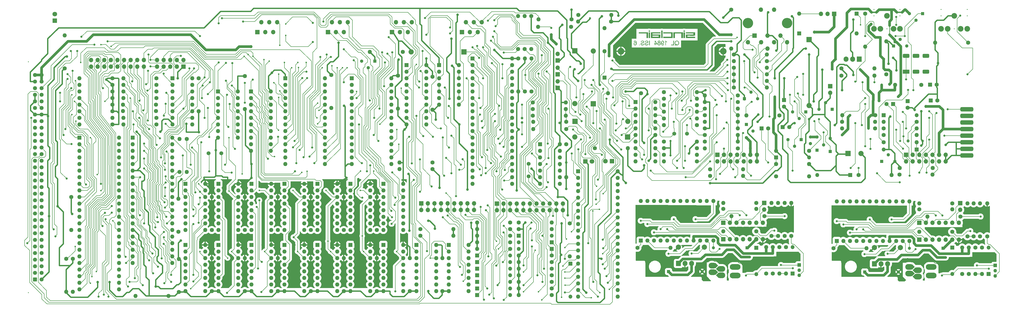
<source format=gbl>
%TF.GenerationSoftware,KiCad,Pcbnew,8.0.6+1*%
%TF.CreationDate,2024-11-20T11:24:01+01:00*%
%TF.ProjectId,QL_schematic,514c5f73-6368-4656-9d61-7469632e6b69,0*%
%TF.SameCoordinates,Original*%
%TF.FileFunction,Copper,L2,Bot*%
%TF.FilePolarity,Positive*%
%FSLAX46Y46*%
G04 Gerber Fmt 4.6, Leading zero omitted, Abs format (unit mm)*
G04 Created by KiCad (PCBNEW 8.0.6+1) date 2024-11-20 11:24:01*
%MOMM*%
%LPD*%
G01*
G04 APERTURE LIST*
G04 Aperture macros list*
%AMRoundRect*
0 Rectangle with rounded corners*
0 $1 Rounding radius*
0 $2 $3 $4 $5 $6 $7 $8 $9 X,Y pos of 4 corners*
0 Add a 4 corners polygon primitive as box body*
4,1,4,$2,$3,$4,$5,$6,$7,$8,$9,$2,$3,0*
0 Add four circle primitives for the rounded corners*
1,1,$1+$1,$2,$3*
1,1,$1+$1,$4,$5*
1,1,$1+$1,$6,$7*
1,1,$1+$1,$8,$9*
0 Add four rect primitives between the rounded corners*
20,1,$1+$1,$2,$3,$4,$5,0*
20,1,$1+$1,$4,$5,$6,$7,0*
20,1,$1+$1,$6,$7,$8,$9,0*
20,1,$1+$1,$8,$9,$2,$3,0*%
%AMRotRect*
0 Rectangle, with rotation*
0 The origin of the aperture is its center*
0 $1 length*
0 $2 width*
0 $3 Rotation angle, in degrees counterclockwise*
0 Add horizontal line*
21,1,$1,$2,0,0,$3*%
G04 Aperture macros list end*
%TA.AperFunction,NonConductor*%
%ADD10C,0.000000*%
%TD*%
%ADD11C,0.187500*%
%TA.AperFunction,NonConductor*%
%ADD12C,0.187500*%
%TD*%
%TA.AperFunction,ComponentPad*%
%ADD13R,1.905000X2.000000*%
%TD*%
%TA.AperFunction,ComponentPad*%
%ADD14O,1.905000X2.000000*%
%TD*%
%TA.AperFunction,ComponentPad*%
%ADD15C,1.600000*%
%TD*%
%TA.AperFunction,ComponentPad*%
%ADD16O,1.600000X1.600000*%
%TD*%
%TA.AperFunction,ComponentPad*%
%ADD17R,1.600000X1.600000*%
%TD*%
%TA.AperFunction,ComponentPad*%
%ADD18C,2.184400*%
%TD*%
%TA.AperFunction,ComponentPad*%
%ADD19R,1.200000X1.200000*%
%TD*%
%TA.AperFunction,ComponentPad*%
%ADD20C,1.200000*%
%TD*%
%TA.AperFunction,ComponentPad*%
%ADD21R,1.500000X1.500000*%
%TD*%
%TA.AperFunction,ComponentPad*%
%ADD22O,1.500000X1.500000*%
%TD*%
%TA.AperFunction,ComponentPad*%
%ADD23R,1.700000X1.700000*%
%TD*%
%TA.AperFunction,ComponentPad*%
%ADD24O,1.700000X1.700000*%
%TD*%
%TA.AperFunction,ComponentPad*%
%ADD25R,1.350000X1.350000*%
%TD*%
%TA.AperFunction,ComponentPad*%
%ADD26O,1.350000X1.350000*%
%TD*%
%TA.AperFunction,ComponentPad*%
%ADD27RotRect,1.500000X1.500000X45.000000*%
%TD*%
%TA.AperFunction,ComponentPad*%
%ADD28RoundRect,1.100000X0.400000X0.000010X-0.400000X0.000010X-0.400000X-0.000010X0.400000X-0.000010X0*%
%TD*%
%TA.AperFunction,ComponentPad*%
%ADD29RoundRect,1.100000X-0.400000X-0.000010X0.400000X-0.000010X0.400000X0.000010X-0.400000X0.000010X0*%
%TD*%
%TA.AperFunction,ComponentPad*%
%ADD30R,1.300000X1.300000*%
%TD*%
%TA.AperFunction,ComponentPad*%
%ADD31C,1.300000*%
%TD*%
%TA.AperFunction,ComponentPad*%
%ADD32R,2.000000X2.000000*%
%TD*%
%TA.AperFunction,ComponentPad*%
%ADD33O,2.000000X2.000000*%
%TD*%
%TA.AperFunction,ComponentPad*%
%ADD34C,1.000000*%
%TD*%
%TA.AperFunction,ComponentPad*%
%ADD35RoundRect,1.100000X-0.975000X-0.000010X0.975000X-0.000010X0.975000X0.000010X-0.975000X0.000010X0*%
%TD*%
%TA.AperFunction,ComponentPad*%
%ADD36R,1.800000X1.800000*%
%TD*%
%TA.AperFunction,ComponentPad*%
%ADD37C,1.800000*%
%TD*%
%TA.AperFunction,ConnectorPad*%
%ADD38RoundRect,0.500000X-2.000000X-0.350000X2.000000X-0.350000X2.000000X0.350000X-2.000000X0.350000X0*%
%TD*%
%TA.AperFunction,ComponentPad*%
%ADD39O,4.000000X4.000000*%
%TD*%
%TA.AperFunction,ComponentPad*%
%ADD40C,2.000000*%
%TD*%
%TA.AperFunction,ComponentPad*%
%ADD41C,1.500000*%
%TD*%
%TA.AperFunction,ComponentPad*%
%ADD42RoundRect,0.249999X-0.525001X0.525001X-0.525001X-0.525001X0.525001X-0.525001X0.525001X0.525001X0*%
%TD*%
%TA.AperFunction,ComponentPad*%
%ADD43C,1.550000*%
%TD*%
%TA.AperFunction,ComponentPad*%
%ADD44O,2.500000X2.600000*%
%TD*%
%TA.AperFunction,ComponentPad*%
%ADD45O,2.500000X2.500000*%
%TD*%
%TA.AperFunction,ComponentPad*%
%ADD46R,2.600000X1.600000*%
%TD*%
%TA.AperFunction,ComponentPad*%
%ADD47RoundRect,0.500000X0.800000X0.300000X-0.800000X0.300000X-0.800000X-0.300000X0.800000X-0.300000X0*%
%TD*%
%TA.AperFunction,ViaPad*%
%ADD48C,0.800000*%
%TD*%
%TA.AperFunction,ViaPad*%
%ADD49C,0.600000*%
%TD*%
%TA.AperFunction,ViaPad*%
%ADD50C,1.000000*%
%TD*%
%TA.AperFunction,ViaPad*%
%ADD51C,1.200000*%
%TD*%
%TA.AperFunction,Conductor*%
%ADD52C,0.200000*%
%TD*%
%TA.AperFunction,Conductor*%
%ADD53C,1.000000*%
%TD*%
%TA.AperFunction,Conductor*%
%ADD54C,0.500000*%
%TD*%
%TA.AperFunction,Conductor*%
%ADD55C,0.250000*%
%TD*%
%ADD56C,0.350000*%
%ADD57C,0.300000*%
%ADD58O,2.000000X1.000000*%
G04 APERTURE END LIST*
D10*
%TA.AperFunction,NonConductor*%
G36*
X265377149Y-103886000D02*
G01*
X264817087Y-103886000D01*
X264817087Y-101661533D01*
X265377149Y-101661533D01*
X265377149Y-103886000D01*
G37*
%TD.AperFunction*%
%TA.AperFunction,NonConductor*%
G36*
X265377150Y-101417003D02*
G01*
X264817087Y-101417003D01*
X264817087Y-101019896D01*
X265377150Y-101019896D01*
X265377150Y-101417003D01*
G37*
%TD.AperFunction*%
%TA.AperFunction,NonConductor*%
G36*
X278014050Y-103886000D02*
G01*
X277367217Y-103886000D01*
X277367217Y-102097673D01*
X274906098Y-102097673D01*
X274906098Y-103886000D01*
X274338147Y-103886000D01*
X274338147Y-101661533D01*
X278014050Y-101661533D01*
X278014050Y-103886000D01*
G37*
%TD.AperFunction*%
%TA.AperFunction,NonConductor*%
G36*
X282692659Y-102986747D02*
G01*
X281763312Y-103004297D01*
X279765235Y-102986747D01*
X279765235Y-103407515D01*
X282692659Y-103407515D01*
X282692659Y-103886001D01*
X279103994Y-103886001D01*
X279103994Y-102513455D01*
X282053581Y-102513455D01*
X282053581Y-102097674D01*
X279103994Y-102097674D01*
X279103994Y-101661534D01*
X282692659Y-101661534D01*
X282692659Y-102986747D01*
G37*
%TD.AperFunction*%
%TA.AperFunction,NonConductor*%
G36*
X270196841Y-103886000D02*
G01*
X269621003Y-103886000D01*
X269621003Y-101019897D01*
X270196841Y-101019897D01*
X270196841Y-103886000D01*
G37*
%TD.AperFunction*%
%TA.AperFunction,NonConductor*%
G36*
X269297587Y-102097673D02*
G01*
X266315846Y-102097673D01*
X266315846Y-102513455D01*
X269297586Y-102513455D01*
X269302446Y-103099598D01*
X269297586Y-103886000D01*
X266315846Y-103886000D01*
X265701035Y-103886000D01*
X265701035Y-103407515D01*
X265701035Y-102986756D01*
X266315846Y-102986756D01*
X266315846Y-103407515D01*
X268619202Y-103407515D01*
X268619202Y-102986756D01*
X266315846Y-102986756D01*
X265701035Y-102986756D01*
X265701035Y-101661533D01*
X269297587Y-101661533D01*
X269297587Y-102097673D01*
G37*
%TD.AperFunction*%
%TA.AperFunction,NonConductor*%
G36*
X264541000Y-103886000D02*
G01*
X263973050Y-103886000D01*
X263973050Y-102097673D01*
X261008676Y-102097673D01*
X261008676Y-101661533D01*
X264541000Y-101661533D01*
X264541000Y-103886000D01*
G37*
%TD.AperFunction*%
%TA.AperFunction,NonConductor*%
G36*
X278815635Y-103886000D02*
G01*
X278254641Y-103886000D01*
X278254641Y-101661534D01*
X278815635Y-101661534D01*
X278815635Y-103886000D01*
G37*
%TD.AperFunction*%
%TA.AperFunction,NonConductor*%
G36*
X274026408Y-103886000D02*
G01*
X270425618Y-103885981D01*
X270425599Y-103407514D01*
X273462558Y-103407514D01*
X273462558Y-102097673D01*
X270425599Y-102097673D01*
X270425599Y-101661533D01*
X274026408Y-101661533D01*
X274026408Y-103886000D01*
G37*
%TD.AperFunction*%
%TA.AperFunction,NonConductor*%
G36*
X278815635Y-101417003D02*
G01*
X278254641Y-101417003D01*
X278254641Y-101019896D01*
X278815635Y-101019896D01*
X278815635Y-101417003D01*
G37*
%TD.AperFunction*%
D11*
D12*
G36*
X275748359Y-104876406D02*
G01*
X275832843Y-104886731D01*
X275927388Y-104908564D01*
X276017605Y-104940937D01*
X276103494Y-104983849D01*
X276161161Y-105020719D01*
X276234715Y-105080582D01*
X276299893Y-105150062D01*
X276356695Y-105229161D01*
X276398716Y-105304615D01*
X276411241Y-105331124D01*
X276443968Y-105412811D01*
X276469422Y-105497736D01*
X276487603Y-105585900D01*
X276498512Y-105677303D01*
X276502148Y-105771945D01*
X276501746Y-105804037D01*
X276495710Y-105897859D01*
X276482431Y-105988001D01*
X276461909Y-106074462D01*
X276434143Y-106157243D01*
X276399135Y-106236344D01*
X276372014Y-106286313D01*
X276317971Y-106366863D01*
X276255553Y-106438636D01*
X276184758Y-106501633D01*
X276105588Y-106555853D01*
X276032450Y-106594420D01*
X275943252Y-106629329D01*
X275849886Y-106653377D01*
X275766541Y-106665346D01*
X275680134Y-106669336D01*
X275622764Y-106667818D01*
X275525391Y-106657856D01*
X275431865Y-106638597D01*
X275342186Y-106610040D01*
X275256354Y-106572185D01*
X275210069Y-106605574D01*
X275129006Y-106658431D01*
X275047864Y-106704195D01*
X274966641Y-106742866D01*
X274885338Y-106774443D01*
X274818337Y-106615316D01*
X274886908Y-106582942D01*
X274967805Y-106536697D01*
X275043050Y-106486858D01*
X275111465Y-106436508D01*
X275050249Y-106371157D01*
X274997250Y-106300308D01*
X274952469Y-106223964D01*
X274915907Y-106142124D01*
X274904307Y-106110028D01*
X274878953Y-106020768D01*
X274863424Y-105938286D01*
X274854106Y-105851715D01*
X274851316Y-105770270D01*
X275086759Y-105770270D01*
X275087545Y-105814735D01*
X275096397Y-105919700D01*
X275115083Y-106015811D01*
X275143605Y-106103068D01*
X275181961Y-106181472D01*
X275230153Y-106251023D01*
X275288180Y-106311720D01*
X275296282Y-106304916D01*
X275365959Y-106254312D01*
X275444272Y-106210513D01*
X275531223Y-106173518D01*
X275614389Y-106146730D01*
X275669665Y-106312976D01*
X275596481Y-106334838D01*
X275518624Y-106367671D01*
X275443537Y-106409708D01*
X275498630Y-106429494D01*
X275584507Y-106448574D01*
X275674271Y-106454934D01*
X275706311Y-106454243D01*
X275798091Y-106443889D01*
X275883365Y-106421109D01*
X275962132Y-106385905D01*
X276034392Y-106338274D01*
X276100144Y-106278219D01*
X276148158Y-106219254D01*
X276195032Y-106138618D01*
X276230188Y-106047205D01*
X276250533Y-105962796D01*
X276262740Y-105870903D01*
X276266808Y-105771526D01*
X276264178Y-105689058D01*
X276253493Y-105593407D01*
X276234587Y-105506017D01*
X276201051Y-105412052D01*
X276155678Y-105329983D01*
X276098469Y-105259809D01*
X276077085Y-105239018D01*
X276008830Y-105184695D01*
X275934421Y-105142443D01*
X275853858Y-105112263D01*
X275767141Y-105094155D01*
X275674271Y-105088119D01*
X275621818Y-105090195D01*
X275531474Y-105104390D01*
X275446364Y-105132034D01*
X275366487Y-105173126D01*
X275325180Y-105201247D01*
X275258968Y-105260366D01*
X275203224Y-105330417D01*
X275157947Y-105411398D01*
X275153567Y-105421028D01*
X275123535Y-105501749D01*
X275102401Y-105589014D01*
X275090165Y-105682821D01*
X275086759Y-105770270D01*
X274851316Y-105770270D01*
X274851000Y-105761058D01*
X274851394Y-105729383D01*
X274857307Y-105636792D01*
X274870317Y-105547853D01*
X274890422Y-105462564D01*
X274917623Y-105380927D01*
X274951920Y-105302940D01*
X274978478Y-105253573D01*
X275031851Y-105173950D01*
X275094000Y-105102944D01*
X275164926Y-105040554D01*
X275244629Y-104986781D01*
X275318214Y-104948357D01*
X275408268Y-104913576D01*
X275502850Y-104889617D01*
X275587525Y-104877692D01*
X275675527Y-104873717D01*
X275748359Y-104876406D01*
G37*
G36*
X274563316Y-106642536D02*
G01*
X274563316Y-104900517D01*
X274334676Y-104900517D01*
X274334676Y-106428133D01*
X273484604Y-106428133D01*
X273484604Y-106642536D01*
X274563316Y-106642536D01*
G37*
G36*
X271263531Y-106642536D02*
G01*
X271475421Y-106642536D01*
X271475421Y-105284934D01*
X271539608Y-105339954D01*
X271610241Y-105390493D01*
X271676423Y-105431917D01*
X271751660Y-105474160D01*
X271828658Y-105512409D01*
X271899619Y-105542049D01*
X271899619Y-105336022D01*
X271823901Y-105297514D01*
X271742617Y-105249384D01*
X271666934Y-105196856D01*
X271596851Y-105139932D01*
X271588485Y-105132507D01*
X271526771Y-105073096D01*
X271468980Y-105007386D01*
X271419220Y-104935772D01*
X271400045Y-104900517D01*
X271263531Y-104900517D01*
X271263531Y-106642536D01*
G37*
G36*
X270241391Y-104903030D02*
G01*
X270335267Y-104919518D01*
X270421688Y-104951396D01*
X270500655Y-104998663D01*
X270572168Y-105061319D01*
X270632540Y-105136579D01*
X270678083Y-105221658D01*
X270705319Y-105302397D01*
X270721660Y-105390350D01*
X270727107Y-105485517D01*
X270723488Y-105562919D01*
X270709590Y-105649405D01*
X270680203Y-105741486D01*
X270636629Y-105824068D01*
X270578868Y-105897153D01*
X270540676Y-105933663D01*
X270468897Y-105985842D01*
X270390826Y-106023113D01*
X270306463Y-106045475D01*
X270215808Y-106052929D01*
X270137480Y-106046795D01*
X270055380Y-106025878D01*
X269977537Y-105990116D01*
X269925376Y-105956119D01*
X269858028Y-105896191D01*
X269803754Y-105825546D01*
X269802497Y-105868259D01*
X269805605Y-105949392D01*
X269816203Y-106035616D01*
X269834323Y-106118674D01*
X269842521Y-106147417D01*
X269872510Y-106230079D01*
X269913467Y-106305019D01*
X269963325Y-106363030D01*
X270034069Y-106414314D01*
X270038673Y-106416813D01*
X270118904Y-106446008D01*
X270205339Y-106454934D01*
X270233180Y-106453946D01*
X270320626Y-106434927D01*
X270392522Y-106391702D01*
X270429798Y-106349770D01*
X270467957Y-106274797D01*
X270491348Y-106186931D01*
X270695282Y-106213731D01*
X270693559Y-106227168D01*
X270675914Y-106315933D01*
X270643775Y-106406044D01*
X270598863Y-106484063D01*
X270541180Y-106549991D01*
X270533073Y-106557333D01*
X270463003Y-106607682D01*
X270383669Y-106643113D01*
X270295070Y-106663625D01*
X270209945Y-106669336D01*
X270117715Y-106662924D01*
X270031556Y-106643687D01*
X269951469Y-106611626D01*
X269877454Y-106566741D01*
X269868651Y-106560211D01*
X269803168Y-106501376D01*
X269746479Y-106430816D01*
X269698584Y-106348531D01*
X269663890Y-106266913D01*
X269643140Y-106202116D01*
X269622883Y-106115670D01*
X269607690Y-106019742D01*
X269598898Y-105932560D01*
X269593622Y-105838795D01*
X269591864Y-105738445D01*
X269592147Y-105699147D01*
X269595331Y-105606056D01*
X269602051Y-105520326D01*
X269607496Y-105480492D01*
X269827204Y-105480492D01*
X269827575Y-105501248D01*
X269838436Y-105587566D01*
X269868142Y-105669877D01*
X269922261Y-105743889D01*
X269993560Y-105797770D01*
X270077328Y-105829285D01*
X270164301Y-105838527D01*
X270251103Y-105829285D01*
X270336099Y-105797770D01*
X270410110Y-105743889D01*
X270466614Y-105671807D01*
X270499663Y-105586267D01*
X270509355Y-105496824D01*
X270508435Y-105465655D01*
X270494633Y-105378774D01*
X270459873Y-105293895D01*
X270404666Y-105221283D01*
X270398062Y-105214739D01*
X270328149Y-105160727D01*
X270243122Y-105125307D01*
X270158439Y-105114920D01*
X270076741Y-105124571D01*
X269995847Y-105157480D01*
X269924355Y-105213746D01*
X269906993Y-105232883D01*
X269861453Y-105305445D01*
X269834889Y-105391502D01*
X269827204Y-105480492D01*
X269607496Y-105480492D01*
X269614786Y-105427166D01*
X269636081Y-105331877D01*
X269664308Y-105251015D01*
X269693831Y-105190611D01*
X269740522Y-105118546D01*
X269803060Y-105049048D01*
X269876198Y-104991806D01*
X269920490Y-104965507D01*
X270003823Y-104929402D01*
X270091794Y-104907738D01*
X270184401Y-104900517D01*
X270241391Y-104903030D01*
G37*
G36*
X268857073Y-104901002D02*
G01*
X268948747Y-104910322D01*
X269031885Y-104931505D01*
X269116447Y-104970240D01*
X269189860Y-105024469D01*
X269249035Y-105090082D01*
X269291303Y-105162972D01*
X269316664Y-105243137D01*
X269325117Y-105330578D01*
X269322880Y-105374611D01*
X269302678Y-105461834D01*
X269261467Y-105537861D01*
X269220264Y-105583440D01*
X269148529Y-105634319D01*
X269065908Y-105671025D01*
X269094872Y-105679693D01*
X269174124Y-105713601D01*
X269248739Y-105765185D01*
X269309205Y-105831408D01*
X269329226Y-105861611D01*
X269367601Y-105944904D01*
X269387873Y-106029378D01*
X269394631Y-106122861D01*
X269392184Y-106180074D01*
X269376124Y-106274401D01*
X269345077Y-106361355D01*
X269299041Y-106440935D01*
X269238017Y-106513140D01*
X269175812Y-106566222D01*
X269094457Y-106614271D01*
X269003645Y-106647371D01*
X268918278Y-106663845D01*
X268825962Y-106669336D01*
X268748429Y-106665533D01*
X268661786Y-106650929D01*
X268569523Y-106620047D01*
X268486757Y-106574257D01*
X268413489Y-106513559D01*
X268376783Y-106473470D01*
X268324323Y-106397803D01*
X268286852Y-106315124D01*
X268264369Y-106225430D01*
X268256875Y-106128724D01*
X268257005Y-106123280D01*
X268473371Y-106123280D01*
X268483022Y-106208626D01*
X268515932Y-106291076D01*
X268572197Y-106361551D01*
X268578426Y-106367297D01*
X268653795Y-106418456D01*
X268733220Y-106445814D01*
X268823031Y-106454934D01*
X268835229Y-106454760D01*
X268923480Y-106442406D01*
X269006027Y-106410546D01*
X269016438Y-106404802D01*
X269084202Y-106352656D01*
X269133747Y-106284501D01*
X269165781Y-106201901D01*
X269176460Y-106116580D01*
X269166850Y-106032477D01*
X269134079Y-105950639D01*
X269078052Y-105879984D01*
X269004361Y-105825864D01*
X268918595Y-105794210D01*
X268830150Y-105784927D01*
X268811244Y-105785301D01*
X268722700Y-105798412D01*
X268644134Y-105830252D01*
X268575547Y-105880821D01*
X268569261Y-105886864D01*
X268517375Y-105952736D01*
X268483349Y-106036626D01*
X268473371Y-106123280D01*
X268257005Y-106123280D01*
X268257604Y-106098115D01*
X268268535Y-106011146D01*
X268296065Y-105923060D01*
X268339788Y-105843971D01*
X268361708Y-105815162D01*
X268426925Y-105752128D01*
X268498348Y-105706376D01*
X268581828Y-105671025D01*
X268528730Y-105648806D01*
X268452344Y-105601951D01*
X268390458Y-105538699D01*
X268368969Y-105505305D01*
X268337662Y-105425780D01*
X268328400Y-105346491D01*
X268545397Y-105346491D01*
X268545473Y-105352351D01*
X268567497Y-105438326D01*
X268623704Y-105505617D01*
X268660067Y-105530908D01*
X268738763Y-105561397D01*
X268824287Y-105570524D01*
X268862531Y-105568929D01*
X268951248Y-105549855D01*
X269029477Y-105505199D01*
X269043546Y-105492619D01*
X269093134Y-105419783D01*
X269108203Y-105336859D01*
X269108125Y-105331179D01*
X269085630Y-105247193D01*
X269028221Y-105180245D01*
X268991245Y-105154791D01*
X268912049Y-105124106D01*
X268826800Y-105114920D01*
X268783130Y-105117275D01*
X268698108Y-105138540D01*
X268626216Y-105181920D01*
X268616430Y-105190366D01*
X268563155Y-105261527D01*
X268545397Y-105346491D01*
X268328400Y-105346491D01*
X268327226Y-105336441D01*
X268335836Y-105248816D01*
X268361668Y-105168101D01*
X268404722Y-105094296D01*
X268464996Y-105027400D01*
X268482564Y-105012035D01*
X268559772Y-104960489D01*
X268648077Y-104924803D01*
X268734446Y-104906589D01*
X268829312Y-104900517D01*
X268857073Y-104901002D01*
G37*
G36*
X268126642Y-106026129D02*
G01*
X268126642Y-106240531D01*
X267377491Y-106240531D01*
X267377491Y-106642536D01*
X267165601Y-106642536D01*
X267165601Y-106240531D01*
X266932355Y-106240531D01*
X266932355Y-106026129D01*
X267165601Y-106026129D01*
X267377491Y-106026129D01*
X267918103Y-106026129D01*
X267377491Y-105272371D01*
X267377491Y-106026129D01*
X267165601Y-106026129D01*
X267165601Y-104927318D01*
X267338547Y-104927318D01*
X268126642Y-106026129D01*
G37*
G36*
X265264038Y-106642536D02*
G01*
X265264038Y-104900517D01*
X265035398Y-104900517D01*
X265035398Y-106642536D01*
X265264038Y-106642536D01*
G37*
G36*
X264713794Y-106052929D02*
G01*
X264498555Y-106052929D01*
X264483152Y-106137260D01*
X264455515Y-106216728D01*
X264427366Y-106267750D01*
X264371615Y-106330546D01*
X264302118Y-106379186D01*
X264253583Y-106403427D01*
X264169172Y-106432751D01*
X264086337Y-106448847D01*
X263997695Y-106454883D01*
X263988512Y-106454934D01*
X263902301Y-106450332D01*
X263816493Y-106434815D01*
X263757778Y-106415989D01*
X263679779Y-106376016D01*
X263614976Y-106316789D01*
X263608702Y-106308370D01*
X263570473Y-106232683D01*
X263559707Y-106161387D01*
X263574679Y-106078709D01*
X263607027Y-106023198D01*
X263674231Y-105965218D01*
X263755666Y-105925280D01*
X263762384Y-105922697D01*
X263846647Y-105896015D01*
X263937532Y-105871794D01*
X264026632Y-105849703D01*
X264069750Y-105839365D01*
X264153939Y-105818214D01*
X264239508Y-105794060D01*
X264320615Y-105767142D01*
X264403079Y-105731326D01*
X264480585Y-105682753D01*
X264543247Y-105626857D01*
X264587331Y-105569687D01*
X264624331Y-105493840D01*
X264644255Y-105411398D01*
X264648050Y-105352772D01*
X264639292Y-105264402D01*
X264613017Y-105180090D01*
X264573930Y-105106963D01*
X264520940Y-105040690D01*
X264454618Y-104985295D01*
X264374965Y-104940778D01*
X264357434Y-104933180D01*
X264274628Y-104904436D01*
X264186853Y-104885099D01*
X264094109Y-104875169D01*
X264040437Y-104873717D01*
X263947186Y-104877538D01*
X263859640Y-104889002D01*
X263777800Y-104908107D01*
X263701665Y-104934855D01*
X263624589Y-104973783D01*
X263551536Y-105027682D01*
X263491733Y-105092785D01*
X263476375Y-105114501D01*
X263434066Y-105191635D01*
X263406070Y-105274903D01*
X263392387Y-105364306D01*
X263391368Y-105382922D01*
X263610377Y-105382922D01*
X263629630Y-105298795D01*
X263669890Y-105222315D01*
X263730140Y-105162658D01*
X263811578Y-105120220D01*
X263895287Y-105098601D01*
X263982597Y-105089284D01*
X264030806Y-105088119D01*
X264116122Y-105091726D01*
X264200475Y-105104681D01*
X264286189Y-105134125D01*
X264333147Y-105163495D01*
X264394421Y-105229581D01*
X264425475Y-105312344D01*
X264427785Y-105344816D01*
X264411035Y-105428881D01*
X264360784Y-105496824D01*
X264281306Y-105541833D01*
X264195147Y-105572297D01*
X264113113Y-105595386D01*
X264016150Y-105618681D01*
X263933390Y-105637811D01*
X263845334Y-105659796D01*
X263758120Y-105684105D01*
X263670544Y-105713239D01*
X263633827Y-105728395D01*
X263555290Y-105770444D01*
X263482711Y-105824081D01*
X263420728Y-105891488D01*
X263411468Y-105904690D01*
X263370461Y-105981963D01*
X263346476Y-106066954D01*
X263339443Y-106150918D01*
X263347172Y-106235732D01*
X263370358Y-106317438D01*
X263409003Y-106396036D01*
X263418587Y-106411383D01*
X263474538Y-106482490D01*
X263543984Y-106542964D01*
X263618024Y-106588299D01*
X263645133Y-106601498D01*
X263731197Y-106634290D01*
X263812592Y-106654430D01*
X263898594Y-106666090D01*
X263977624Y-106669336D01*
X264062883Y-106666804D01*
X264155579Y-106657449D01*
X264240981Y-106641201D01*
X264329653Y-106614191D01*
X264370416Y-106597310D01*
X264445320Y-106556743D01*
X264519452Y-106500219D01*
X264582852Y-106432167D01*
X264619156Y-106380395D01*
X264658833Y-106305595D01*
X264687832Y-106226084D01*
X264706152Y-106141862D01*
X264713794Y-106052929D01*
G37*
G36*
X263114153Y-106052929D02*
G01*
X262898913Y-106052929D01*
X262883511Y-106137260D01*
X262855873Y-106216728D01*
X262827725Y-106267750D01*
X262771974Y-106330546D01*
X262702477Y-106379186D01*
X262653942Y-106403427D01*
X262569530Y-106432751D01*
X262486696Y-106448847D01*
X262398054Y-106454883D01*
X262388870Y-106454934D01*
X262302660Y-106450332D01*
X262216851Y-106434815D01*
X262158137Y-106415989D01*
X262080137Y-106376016D01*
X262015335Y-106316789D01*
X262009060Y-106308370D01*
X261970831Y-106232683D01*
X261960066Y-106161387D01*
X261975038Y-106078709D01*
X262007385Y-106023198D01*
X262074590Y-105965218D01*
X262156024Y-105925280D01*
X262162743Y-105922697D01*
X262247005Y-105896015D01*
X262337890Y-105871794D01*
X262426991Y-105849703D01*
X262470109Y-105839365D01*
X262554298Y-105818214D01*
X262639866Y-105794060D01*
X262720973Y-105767142D01*
X262803437Y-105731326D01*
X262880943Y-105682753D01*
X262943605Y-105626857D01*
X262987689Y-105569687D01*
X263024690Y-105493840D01*
X263044613Y-105411398D01*
X263048408Y-105352772D01*
X263039650Y-105264402D01*
X263013375Y-105180090D01*
X262974289Y-105106963D01*
X262921298Y-105040690D01*
X262854976Y-104985295D01*
X262775323Y-104940778D01*
X262757793Y-104933180D01*
X262674986Y-104904436D01*
X262587211Y-104885099D01*
X262494467Y-104875169D01*
X262440796Y-104873717D01*
X262347544Y-104877538D01*
X262259999Y-104889002D01*
X262178158Y-104908107D01*
X262102023Y-104934855D01*
X262024947Y-104973783D01*
X261951894Y-105027682D01*
X261892091Y-105092785D01*
X261876734Y-105114501D01*
X261834425Y-105191635D01*
X261806429Y-105274903D01*
X261792746Y-105364306D01*
X261791726Y-105382922D01*
X262010735Y-105382922D01*
X262029988Y-105298795D01*
X262070248Y-105222315D01*
X262130499Y-105162658D01*
X262211937Y-105120220D01*
X262295645Y-105098601D01*
X262382955Y-105089284D01*
X262431164Y-105088119D01*
X262516481Y-105091726D01*
X262600833Y-105104681D01*
X262686547Y-105134125D01*
X262733505Y-105163495D01*
X262794780Y-105229581D01*
X262825833Y-105312344D01*
X262828143Y-105344816D01*
X262811393Y-105428881D01*
X262761143Y-105496824D01*
X262681665Y-105541833D01*
X262595506Y-105572297D01*
X262513471Y-105595386D01*
X262416508Y-105618681D01*
X262333749Y-105637811D01*
X262245693Y-105659796D01*
X262158478Y-105684105D01*
X262070902Y-105713239D01*
X262034185Y-105728395D01*
X261955648Y-105770444D01*
X261883069Y-105824081D01*
X261821087Y-105891488D01*
X261811827Y-105904690D01*
X261770820Y-105981963D01*
X261746835Y-106066954D01*
X261739801Y-106150918D01*
X261747530Y-106235732D01*
X261770717Y-106317438D01*
X261809362Y-106396036D01*
X261818945Y-106411383D01*
X261874897Y-106482490D01*
X261944343Y-106542964D01*
X262018383Y-106588299D01*
X262045492Y-106601498D01*
X262131555Y-106634290D01*
X262212951Y-106654430D01*
X262298952Y-106666090D01*
X262377983Y-106669336D01*
X262463242Y-106666804D01*
X262555938Y-106657449D01*
X262641340Y-106641201D01*
X262730011Y-106614191D01*
X262770774Y-106597310D01*
X262845679Y-106556743D01*
X262919811Y-106500219D01*
X262983210Y-106432167D01*
X263019514Y-106380395D01*
X263059191Y-106305595D01*
X263088190Y-106226084D01*
X263106510Y-106141862D01*
X263114153Y-106052929D01*
G37*
G36*
X261403960Y-106642536D02*
G01*
X261403960Y-106428133D01*
X261162339Y-106428133D01*
X261162339Y-106642536D01*
X261403960Y-106642536D01*
G37*
G36*
X259613139Y-104901293D02*
G01*
X259708973Y-104912923D01*
X259796946Y-104938509D01*
X259877057Y-104978052D01*
X259949307Y-105031551D01*
X260013695Y-105099007D01*
X260067017Y-105177012D01*
X260111301Y-105268390D01*
X260140221Y-105351120D01*
X260163358Y-105442408D01*
X260180710Y-105542255D01*
X260192278Y-105650660D01*
X260197158Y-105737580D01*
X260198785Y-105829315D01*
X260196174Y-105937582D01*
X260188342Y-106037933D01*
X260175289Y-106130366D01*
X260157014Y-106214883D01*
X260126828Y-106309395D01*
X260088484Y-106391536D01*
X260031702Y-106473777D01*
X260010385Y-106497458D01*
X259941879Y-106559334D01*
X259866543Y-106607460D01*
X259784375Y-106641835D01*
X259695377Y-106662461D01*
X259599547Y-106669336D01*
X259580257Y-106669046D01*
X259487681Y-106658913D01*
X259401567Y-106634303D01*
X259321913Y-106595216D01*
X259299372Y-106580666D01*
X259230931Y-106523873D01*
X259172797Y-106454320D01*
X259129286Y-106380814D01*
X259109019Y-106336424D01*
X259081195Y-106253738D01*
X259064500Y-106167476D01*
X259059402Y-106085173D01*
X259275431Y-106085173D01*
X259276282Y-106116582D01*
X259289034Y-106203301D01*
X259321153Y-106286447D01*
X259372164Y-106355689D01*
X259436081Y-106408025D01*
X259514986Y-106443206D01*
X259602897Y-106454934D01*
X259614330Y-106454745D01*
X259698091Y-106441342D01*
X259778355Y-106406777D01*
X259793731Y-106397365D01*
X259860783Y-106338821D01*
X259908588Y-106266913D01*
X259919482Y-106243750D01*
X259946173Y-106160621D01*
X259955070Y-106074286D01*
X259945296Y-105984000D01*
X259911968Y-105898005D01*
X259854988Y-105825964D01*
X259781035Y-105772083D01*
X259696790Y-105740568D01*
X259611272Y-105731326D01*
X259525542Y-105740568D01*
X259442386Y-105772083D01*
X259370907Y-105825964D01*
X259359346Y-105838067D01*
X259309091Y-105914400D01*
X259282984Y-105998134D01*
X259275431Y-106085173D01*
X259059402Y-106085173D01*
X259058935Y-106077636D01*
X259062575Y-106002405D01*
X259076551Y-105918039D01*
X259106104Y-105827762D01*
X259149925Y-105746262D01*
X259208012Y-105673538D01*
X259246263Y-105636831D01*
X259317924Y-105584372D01*
X259395598Y-105546901D01*
X259479282Y-105524418D01*
X259568978Y-105516924D01*
X259636257Y-105521396D01*
X259723489Y-105541270D01*
X259800968Y-105573456D01*
X259872964Y-105619447D01*
X259936944Y-105679688D01*
X259988151Y-105746820D01*
X259987623Y-105715235D01*
X259983467Y-105626507D01*
X259973742Y-105534415D01*
X259956201Y-105444232D01*
X259928270Y-105361985D01*
X259892418Y-105294573D01*
X259839513Y-105225497D01*
X259770399Y-105166845D01*
X259755813Y-105157565D01*
X259676371Y-105124858D01*
X259592429Y-105114920D01*
X259531892Y-105120494D01*
X259450412Y-105149761D01*
X259380120Y-105204114D01*
X259364587Y-105223165D01*
X259324733Y-105300068D01*
X259300138Y-105382922D01*
X259089505Y-105356122D01*
X259091229Y-105342865D01*
X259109003Y-105255124D01*
X259141535Y-105165694D01*
X259187100Y-105087831D01*
X259245700Y-105021537D01*
X259253886Y-105014092D01*
X259324583Y-104963036D01*
X259404546Y-104927109D01*
X259493773Y-104906308D01*
X259579447Y-104900517D01*
X259613139Y-104901293D01*
G37*
D13*
%TO.P,IC31,1,VI*%
%TO.N,/+VIN1*%
X276225000Y-190683000D03*
D14*
%TO.P,IC31,2,GND*%
%TO.N,GND1*%
X278765000Y-190683000D03*
%TO.P,IC31,3,VO*%
%TO.N,Net-(IC29-VCC)*%
X281305000Y-190683000D03*
%TD*%
D15*
%TO.P,R47,1*%
%TO.N,VCC*%
X58420000Y-137160000D03*
D16*
%TO.P,R47,2*%
%TO.N,Net-(IC22-~{PCEN})*%
X45720000Y-137160000D03*
%TD*%
D17*
%TO.P,C22,1*%
%TO.N,Net-(TR7-B)*%
X358902000Y-129286000D03*
D15*
%TO.P,C22,2*%
%TO.N,/MOTOR1_ON*%
X356402000Y-129286000D03*
%TD*%
%TO.P,R56,1*%
%TO.N,Net-(TR9-B)*%
X297585000Y-115310000D03*
D16*
%TO.P,R56,2*%
%TO.N,/CSYNC*%
X310285000Y-115310000D03*
%TD*%
D15*
%TO.P,R62,1*%
%TO.N,Net-(D4-A)*%
X211455000Y-185039000D03*
D16*
%TO.P,R62,2*%
%TO.N,VCC*%
X198755000Y-185039000D03*
%TD*%
D18*
%TO.P,J10,G*%
%TO.N,GND*%
X382397000Y-95330000D03*
%TO.P,J10,S*%
%TO.N,unconnected-(J10-PadS)*%
X387397000Y-100330000D03*
%TO.P,J10,SN*%
%TO.N,unconnected-(J10-PadSN)*%
X384897000Y-100330000D03*
%TO.P,J10,T*%
%TO.N,Net-(J10-PadT)*%
X377397000Y-100330000D03*
%TO.P,J10,TN*%
%TO.N,Net-(J10-PadTN)*%
X379897000Y-100330000D03*
%TD*%
D15*
%TO.P,C31,1*%
%TO.N,Net-(C31-Pad1)*%
X283337000Y-137414000D03*
D16*
%TO.P,C31,2*%
%TO.N,GND*%
X270637000Y-137414000D03*
%TD*%
D19*
%TO.P,C10,1*%
%TO.N,Net-(IC30-VCC)*%
X347980000Y-193929000D03*
D20*
%TO.P,C10,2*%
%TO.N,GND2*%
X360934000Y-193929000D03*
%TD*%
D21*
%TO.P,D2,1,K*%
%TO.N,/IC24_DB.1*%
X227457000Y-182499000D03*
D22*
%TO.P,D2,2,A*%
%TO.N,Net-(D2-A)*%
X214757000Y-182499000D03*
%TD*%
D23*
%TO.P,J201,1,Pin_1*%
%TO.N,Net-(J201-Pin_1)*%
X368935000Y-175006000D03*
D24*
%TO.P,J201,2,Pin_2*%
%TO.N,Net-(IC30-READ{slash}WRITE)*%
X371475000Y-175006000D03*
%TO.P,J201,3,Pin_3*%
%TO.N,Net-(J201-Pin_3)*%
X374015000Y-175006000D03*
%TO.P,J201,4,Pin_4*%
%TO.N,Net-(D15-K)*%
X376555000Y-175006000D03*
%TO.P,J201,5,Pin_5*%
%TO.N,unconnected-(J201-Pin_5-Pad5)*%
X379095000Y-175006000D03*
%TO.P,J201,6,Pin_6*%
%TO.N,unconnected-(J201-Pin_6-Pad6)*%
X381635000Y-175006000D03*
%TO.P,J201,7,Pin_7*%
%TO.N,Net-(J201-Pin_7)*%
X384175000Y-175006000D03*
%TD*%
D15*
%TO.P,R86,1*%
%TO.N,Net-(M1-IN)*%
X244094000Y-146304000D03*
D16*
%TO.P,R86,2*%
%TO.N,GND*%
X256794000Y-146304000D03*
%TD*%
D15*
%TO.P,R48,1*%
%TO.N,/RED*%
X233045000Y-138938000D03*
D16*
%TO.P,R48,2*%
%TO.N,Net-(C23-Pad2)*%
X220345000Y-138938000D03*
%TD*%
D15*
%TO.P,R21,1*%
%TO.N,/IC24_DB.3*%
X227457000Y-195199000D03*
D16*
%TO.P,R21,2*%
%TO.N,GND*%
X214757000Y-195199000D03*
%TD*%
D25*
%TO.P,SW2,1,B*%
%TO.N,Net-(J201-Pin_1)*%
X398145000Y-191453000D03*
D26*
%TO.P,SW2,2,A*%
%TO.N,Net-(SW2-A)*%
X398145000Y-193453000D03*
%TO.P,SW2,3,C*%
%TO.N,Net-(D13-K)*%
X398145000Y-195453000D03*
%TD*%
D21*
%TO.P,D1,1,K*%
%TO.N,/IC24_DB.0*%
X227457000Y-185039000D03*
D22*
%TO.P,D1,2,A*%
%TO.N,Net-(D1-A)*%
X214757000Y-185039000D03*
%TD*%
D17*
%TO.P,IC5,1,NC*%
%TO.N,unconnected-(IC5-NC-Pad1)*%
X137287000Y-160020000D03*
D16*
%TO.P,IC5,2,D0i*%
%TO.N,/DB4*%
X137287000Y-162560000D03*
%TO.P,IC5,3,~{WR}*%
%TO.N,/WRL*%
X137287000Y-165100000D03*
%TO.P,IC5,4,~{RAS}*%
%TO.N,/RASL*%
X137287000Y-167640000D03*
%TO.P,IC5,5,A0*%
%TO.N,/DA0*%
X137287000Y-170180000D03*
%TO.P,IC5,6,A2*%
%TO.N,/DA2*%
X137287000Y-172720000D03*
%TO.P,IC5,7,A1*%
%TO.N,/DA1*%
X137287000Y-175260000D03*
%TO.P,IC5,8,VCC*%
%TO.N,VCC*%
X137287000Y-177800000D03*
%TO.P,IC5,9,A7*%
%TO.N,/DA7*%
X144907000Y-177800000D03*
%TO.P,IC5,10,A5*%
%TO.N,/DA5*%
X144907000Y-175260000D03*
%TO.P,IC5,11,A4*%
%TO.N,/DA4*%
X144907000Y-172720000D03*
%TO.P,IC5,12,A3*%
%TO.N,/DA3*%
X144907000Y-170180000D03*
%TO.P,IC5,13,A6*%
%TO.N,/DA6*%
X144907000Y-167640000D03*
%TO.P,IC5,14,D0o*%
%TO.N,/DB4*%
X144907000Y-165100000D03*
%TO.P,IC5,15,~{CAS}*%
%TO.N,/CAS0L*%
X144907000Y-162560000D03*
%TO.P,IC5,16,GND*%
%TO.N,GND*%
X144907000Y-160020000D03*
%TD*%
D15*
%TO.P,R10,1*%
%TO.N,+12V*%
X235077000Y-96647000D03*
D16*
%TO.P,R10,2*%
%TO.N,Net-(J5-Pin_6)*%
X222377000Y-96647000D03*
%TD*%
D17*
%TO.P,C41,1*%
%TO.N,/Vin*%
X373166000Y-121793000D03*
D15*
%TO.P,C41,2*%
%TO.N,GND*%
X375666000Y-121793000D03*
%TD*%
%TO.P,R78,1*%
%TO.N,Net-(IC20-Zc)*%
X75311000Y-134620000D03*
D16*
%TO.P,R78,2*%
%TO.N,/DA6*%
X62611000Y-134620000D03*
%TD*%
D15*
%TO.P,R44,1*%
%TO.N,Net-(IC29-RC5)*%
X306197000Y-167386000D03*
D16*
%TO.P,R44,2*%
%TO.N,Net-(IC29-RC6)*%
X293497000Y-167386000D03*
%TD*%
D15*
%TO.P,DC24,1*%
%TO.N,VCC*%
X147447000Y-201295000D03*
D16*
%TO.P,DC24,2*%
%TO.N,GND*%
X147447000Y-188595000D03*
%TD*%
D27*
%TO.P,L2,1,1*%
%TO.N,Net-(IC29-IN_A1)*%
X290449000Y-191516000D03*
D28*
X289399000Y-191516000D03*
D27*
%TO.P,L2,2,1*%
%TO.N,Net-(IC29-IN_A2)*%
X291719000Y-192786000D03*
D29*
X292769000Y-192786000D03*
D27*
%TO.P,L2,3,2*%
%TO.N,Net-(IC29-IN_B1)*%
X290449000Y-194056000D03*
D28*
X289399000Y-194056000D03*
D27*
%TO.P,L2,4,1*%
%TO.N,Net-(IC29-IN_B2)*%
X291719000Y-195199000D03*
D29*
X292769000Y-195199000D03*
%TD*%
D15*
%TO.P,R29,1*%
%TO.N,Net-(TR5-C)*%
X355219000Y-141224000D03*
D16*
%TO.P,R29,2*%
%TO.N,Net-(TR7-B)*%
X367919000Y-141224000D03*
%TD*%
D15*
%TO.P,C32,1*%
%TO.N,Net-(IC28-90\u00BAREF)*%
X286385000Y-143764000D03*
D16*
%TO.P,C32,2*%
%TO.N,GND*%
X299085000Y-143764000D03*
%TD*%
D15*
%TO.P,C48,1*%
%TO.N,GND*%
X234950000Y-99568000D03*
D16*
%TO.P,C48,2*%
%TO.N,/VSYNC*%
X222250000Y-99568000D03*
%TD*%
D15*
%TO.P,C49,1*%
%TO.N,Net-(D12-K)*%
X319659000Y-180086000D03*
D16*
%TO.P,C49,2*%
%TO.N,GND1*%
X319659000Y-167386000D03*
%TD*%
D30*
%TO.P,TR7,1,C*%
%TO.N,/MOTOR1_ON*%
X329565000Y-147066000D03*
D31*
%TO.P,TR7,2,B*%
%TO.N,Net-(TR7-B)*%
X327025000Y-144526000D03*
%TO.P,TR7,3,E*%
%TO.N,/Vin_MDV*%
X329565000Y-141986000D03*
%TD*%
D15*
%TO.P,R58,1*%
%TO.N,Net-(TR9-B)*%
X297585000Y-120390000D03*
D16*
%TO.P,R58,2*%
%TO.N,/GREEN*%
X310285000Y-120390000D03*
%TD*%
D15*
%TO.P,R17,1*%
%TO.N,/IC24_DB.7*%
X220218000Y-128651000D03*
D16*
%TO.P,R17,2*%
%TO.N,GND*%
X232918000Y-128651000D03*
%TD*%
D15*
%TO.P,R20,1*%
%TO.N,/IC24_DB.4*%
X227457000Y-197739000D03*
D16*
%TO.P,R20,2*%
%TO.N,GND*%
X214757000Y-197739000D03*
%TD*%
D17*
%TO.P,IC16,1,NC*%
%TO.N,unconnected-(IC16-NC-Pad1)*%
X175387000Y-183515000D03*
D16*
%TO.P,IC16,2,D0i*%
%TO.N,/DB7*%
X175387000Y-186055000D03*
%TO.P,IC16,3,~{WR}*%
%TO.N,/WRL*%
X175387000Y-188595000D03*
%TO.P,IC16,4,~{RAS}*%
%TO.N,/RASL*%
X175387000Y-191135000D03*
%TO.P,IC16,5,A0*%
%TO.N,/DA0*%
X175387000Y-193675000D03*
%TO.P,IC16,6,A2*%
%TO.N,/DA2*%
X175387000Y-196215000D03*
%TO.P,IC16,7,A1*%
%TO.N,/DA1*%
X175387000Y-198755000D03*
%TO.P,IC16,8,VCC*%
%TO.N,VCC*%
X175387000Y-201295000D03*
%TO.P,IC16,9,A7*%
%TO.N,/DA7*%
X183007000Y-201295000D03*
%TO.P,IC16,10,A5*%
%TO.N,/DA5*%
X183007000Y-198755000D03*
%TO.P,IC16,11,A4*%
%TO.N,/DA4*%
X183007000Y-196215000D03*
%TO.P,IC16,12,A3*%
%TO.N,/DA3*%
X183007000Y-193675000D03*
%TO.P,IC16,13,A6*%
%TO.N,/DA6*%
X183007000Y-191135000D03*
%TO.P,IC16,14,D0o*%
%TO.N,/DB7*%
X183007000Y-188595000D03*
%TO.P,IC16,15,~{CAS}*%
%TO.N,/CAS1L*%
X183007000Y-186055000D03*
%TO.P,IC16,16,GND*%
%TO.N,GND*%
X183007000Y-183515000D03*
%TD*%
D15*
%TO.P,R90,1*%
%TO.N,Net-(IC28-YIN)*%
X217170000Y-124460000D03*
D16*
%TO.P,R90,2*%
%TO.N,GND*%
X217170000Y-111760000D03*
%TD*%
D15*
%TO.P,C19,1*%
%TO.N,GND*%
X326517000Y-152400000D03*
D16*
%TO.P,C19,2*%
%TO.N,/MOTOR2_ON*%
X313817000Y-152400000D03*
%TD*%
D21*
%TO.P,D16,1,K*%
%TO.N,/MOTOR2_ON*%
X313817000Y-149860000D03*
D22*
%TO.P,D16,2,A*%
%TO.N,GND*%
X326517000Y-149860000D03*
%TD*%
D15*
%TO.P,R49,1*%
%TO.N,/GREEN*%
X315087000Y-133705600D03*
D16*
%TO.P,R49,2*%
%TO.N,Net-(C24-Pad2)*%
X302387000Y-133705600D03*
%TD*%
D17*
%TO.P,IC13,1,NC*%
%TO.N,unconnected-(IC13-NC-Pad1)*%
X137287000Y-183515000D03*
D16*
%TO.P,IC13,2,D0i*%
%TO.N,/DB4*%
X137287000Y-186055000D03*
%TO.P,IC13,3,~{WR}*%
%TO.N,/WRL*%
X137287000Y-188595000D03*
%TO.P,IC13,4,~{RAS}*%
%TO.N,/RASL*%
X137287000Y-191135000D03*
%TO.P,IC13,5,A0*%
%TO.N,/DA0*%
X137287000Y-193675000D03*
%TO.P,IC13,6,A2*%
%TO.N,/DA2*%
X137287000Y-196215000D03*
%TO.P,IC13,7,A1*%
%TO.N,/DA1*%
X137287000Y-198755000D03*
%TO.P,IC13,8,VCC*%
%TO.N,VCC*%
X137287000Y-201295000D03*
%TO.P,IC13,9,A7*%
%TO.N,/DA7*%
X144907000Y-201295000D03*
%TO.P,IC13,10,A5*%
%TO.N,/DA5*%
X144907000Y-198755000D03*
%TO.P,IC13,11,A4*%
%TO.N,/DA4*%
X144907000Y-196215000D03*
%TO.P,IC13,12,A3*%
%TO.N,/DA3*%
X144907000Y-193675000D03*
%TO.P,IC13,13,A6*%
%TO.N,/DA6*%
X144907000Y-191135000D03*
%TO.P,IC13,14,D0o*%
%TO.N,/DB4*%
X144907000Y-188595000D03*
%TO.P,IC13,15,~{CAS}*%
%TO.N,/CAS1L*%
X144907000Y-186055000D03*
%TO.P,IC13,16,GND*%
%TO.N,GND*%
X144907000Y-183515000D03*
%TD*%
D15*
%TO.P,DC20,1*%
%TO.N,VCC*%
X96647000Y-201295000D03*
D16*
%TO.P,DC20,2*%
%TO.N,GND*%
X96647000Y-188595000D03*
%TD*%
D15*
%TO.P,C50,1*%
%TO.N,Net-(D13-K)*%
X395097000Y-180213000D03*
D16*
%TO.P,C50,2*%
%TO.N,GND2*%
X395097000Y-167513000D03*
%TD*%
D15*
%TO.P,R32,1*%
%TO.N,Net-(D20-A)*%
X288417000Y-156972000D03*
D16*
%TO.P,R32,2*%
%TO.N,/MOTOR2_ON*%
X301117000Y-156972000D03*
%TD*%
D32*
%TO.P,C37,1*%
%TO.N,/NN2*%
X326567800Y-104444800D03*
D33*
%TO.P,C37,2*%
%TO.N,GND*%
X326567800Y-129844800D03*
%TD*%
D15*
%TO.P,DC26,1*%
%TO.N,VCC*%
X172847000Y-201295000D03*
D16*
%TO.P,DC26,2*%
%TO.N,GND*%
X172847000Y-188595000D03*
%TD*%
D23*
%TO.P,J6,1,Pin_1*%
%TO.N,GND*%
X192913000Y-101600000D03*
D24*
%TO.P,J6,2,Pin_2*%
%TO.N,Net-(J6-Pin_2)*%
X194437000Y-97790000D03*
%TO.P,J6,3,Pin_3*%
%TO.N,Net-(J6-Pin_3)*%
X195961000Y-101600000D03*
%TO.P,J6,4,Pin_4*%
%TO.N,Net-(J6-Pin_4)*%
X197485000Y-97790000D03*
%TO.P,J6,5,Pin_5*%
%TO.N,Net-(J6-Pin_5)*%
X199009000Y-101600000D03*
%TO.P,J6,6,Pin_6*%
%TO.N,Net-(J5-Pin_6)*%
X200533000Y-97790000D03*
%TD*%
D23*
%TO.P,M2,1,+*%
%TO.N,Net-(J101-Pin_3)*%
X309245000Y-167335200D03*
D24*
%TO.P,M2,2,-*%
%TO.N,Net-(J101-Pin_7)*%
X309245000Y-169875200D03*
%TD*%
D15*
%TO.P,R92_2,1*%
%TO.N,VCC*%
X40005000Y-115570000D03*
D16*
%TO.P,R92_2,2*%
%TO.N,Net-(D27_2-A)*%
X40005000Y-102870000D03*
%TD*%
D21*
%TO.P,D14,1,K*%
%TO.N,Net-(D14-K)*%
X306197000Y-184650000D03*
D22*
%TO.P,D14,2,A*%
%TO.N,Net-(D12-A)*%
X306197000Y-194810000D03*
%TD*%
D30*
%TO.P,TR2,1,C*%
%TO.N,Net-(TR2-C)*%
X370205000Y-94488000D03*
D31*
%TO.P,TR2,2,B*%
%TO.N,Net-(TR2-B)*%
X367665000Y-97028000D03*
%TO.P,TR2,3,E*%
%TO.N,VCC*%
X365125000Y-94488000D03*
%TD*%
D15*
%TO.P,DC5,1*%
%TO.N,VCC*%
X181610000Y-118745000D03*
D16*
%TO.P,DC5,2*%
%TO.N,GND*%
X181610000Y-131445000D03*
%TD*%
D15*
%TO.P,R92,1*%
%TO.N,VCC*%
X219583000Y-95377000D03*
D16*
%TO.P,R92,2*%
%TO.N,Net-(D27-A)*%
X219583000Y-108077000D03*
%TD*%
D23*
%TO.P,HDB1,1,Pin_1*%
%TO.N,/MDSELDN*%
X291211000Y-148844000D03*
D24*
%TO.P,HDB1,2,Pin_2*%
%TO.N,/M1O{slash}M2I*%
X293751000Y-148844000D03*
%TO.P,HDB1,3,Pin_3*%
%TO.N,/MDSELCK*%
X296291000Y-148844000D03*
%TO.P,HDB1,4,Pin_4*%
%TO.N,/RAW1*%
X298831000Y-148844000D03*
%TO.P,HDB1,5,Pin_5*%
%TO.N,/RAW2*%
X301371000Y-148844000D03*
%TO.P,HDB1,6,Pin_6*%
%TO.N,/Vin_MDV*%
X303911000Y-148844000D03*
%TO.P,HDB1,7,Pin_7*%
%TO.N,GND*%
X306451000Y-148844000D03*
%TO.P,HDB1,8,Pin_8*%
%TO.N,/MOTOR2_ON*%
X291211000Y-151384000D03*
%TO.P,HDB1,9,Pin_9*%
%TO.N,/MDRWD*%
X293751000Y-151384000D03*
%TO.P,HDB1,10,Pin_10*%
%TO.N,/MOTOR2_ON*%
X296291000Y-151384000D03*
%TO.P,HDB1,11,Pin_11*%
%TO.N,/ERASE*%
X298831000Y-151384000D03*
%TO.P,HDB1,12,Pin_12*%
%TO.N,unconnected-(HDB1-Pin_12-Pad12)*%
X301371000Y-151384000D03*
%TO.P,HDB1,13,Pin_13*%
%TO.N,unconnected-(HDB1-Pin_13-Pad13)*%
X303911000Y-151384000D03*
%TO.P,HDB1,14,Pin_14*%
%TO.N,GND*%
X306451000Y-151384000D03*
%TD*%
D15*
%TO.P,R63,1*%
%TO.N,Net-(D5-A)*%
X211455000Y-182499000D03*
D16*
%TO.P,R63,2*%
%TO.N,VCC*%
X198755000Y-182499000D03*
%TD*%
D17*
%TO.P,C21,1*%
%TO.N,Net-(TR6-B)*%
X308269000Y-138684000D03*
D15*
%TO.P,C21,2*%
%TO.N,/MOTOR2_ON*%
X310769000Y-138684000D03*
%TD*%
D23*
%TO.P,J2,1,Vcc*%
%TO.N,VCC*%
X85725000Y-114845000D03*
D24*
%TO.P,J2,2,N/C*%
%TO.N,unconnected-(J2-N{slash}C-Pad2)*%
X85725000Y-112305000D03*
%TO.P,J2,3,A14*%
%TO.N,/A14*%
X83185000Y-114845000D03*
%TO.P,J2,4,A12*%
%TO.N,/A12*%
X83185000Y-112305000D03*
%TO.P,J2,5,A13*%
%TO.N,/A13*%
X80645000Y-114845000D03*
%TO.P,J2,6,A7*%
%TO.N,/A7*%
X80645000Y-112305000D03*
%TO.P,J2,7,A8*%
%TO.N,/A8*%
X78105000Y-114845000D03*
%TO.P,J2,8,A6*%
%TO.N,/A6*%
X78105000Y-112305000D03*
%TO.P,J2,9,A9*%
%TO.N,/A9*%
X75565000Y-114845000D03*
%TO.P,J2,10,A5*%
%TO.N,/A5*%
X75565000Y-112305000D03*
%TO.P,J2,11,A11*%
%TO.N,/A11*%
X70485000Y-114845000D03*
%TO.P,J2,12,A4*%
%TO.N,/A4*%
X70485000Y-112305000D03*
%TO.P,J2,13,~{ROMOE}*%
%TO.N,/ROMOEL*%
X67945000Y-114845000D03*
%TO.P,J2,14,A3*%
%TO.N,/A3*%
X67945000Y-112305000D03*
%TO.P,J2,15,A10*%
%TO.N,/A10*%
X65405000Y-114845000D03*
%TO.P,J2,16,A2*%
%TO.N,/A2*%
X65405000Y-112305000D03*
%TO.P,J2,17,A15*%
%TO.N,/A15*%
X62865000Y-114845000D03*
%TO.P,J2,18,A1*%
%TO.N,/A1*%
X62865000Y-112305000D03*
%TO.P,J2,19,D7*%
%TO.N,/D7*%
X60325000Y-114845000D03*
%TO.P,J2,20,A0*%
%TO.N,/A0*%
X60325000Y-112305000D03*
%TO.P,J2,21,D6*%
%TO.N,/D6*%
X57785000Y-114845000D03*
%TO.P,J2,22,D0*%
%TO.N,/D0*%
X57785000Y-112305000D03*
%TO.P,J2,23,D5*%
%TO.N,/D5*%
X55245000Y-114845000D03*
%TO.P,J2,24,D1*%
%TO.N,/D1*%
X55245000Y-112305000D03*
%TO.P,J2,25,D4*%
%TO.N,/D4*%
X52705000Y-114845000D03*
%TO.P,J2,26,D2*%
%TO.N,/D2*%
X52705000Y-112305000D03*
%TO.P,J2,27,D3*%
%TO.N,/D3*%
X50165000Y-114845000D03*
%TO.P,J2,28,GND*%
%TO.N,GND*%
X50165000Y-112305000D03*
%TD*%
D15*
%TO.P,C13,1*%
%TO.N,Net-(C13-Pad1)*%
X312039000Y-180086000D03*
D16*
%TO.P,C13,2*%
%TO.N,Net-(IC29-RC4)*%
X312039000Y-167386000D03*
%TD*%
D15*
%TO.P,R74,1*%
%TO.N,Net-(IC19-Zc)*%
X75184000Y-129540000D03*
D16*
%TO.P,R74,2*%
%TO.N,/DA2*%
X62484000Y-129540000D03*
%TD*%
D15*
%TO.P,C16,1*%
%TO.N,Net-(IC30-C1)*%
X368935000Y-169799000D03*
D16*
%TO.P,C16,2*%
%TO.N,Net-(IC30-C2)*%
X381635000Y-169799000D03*
%TD*%
D15*
%TO.P,C34,1*%
%TO.N,GND*%
X286385000Y-138684000D03*
D16*
%TO.P,C34,2*%
%TO.N,Net-(C33-Pad1)*%
X299085000Y-138684000D03*
%TD*%
D21*
%TO.P,D3,1,K*%
%TO.N,/IC24_DB.2*%
X214757000Y-179959000D03*
D22*
%TO.P,D3,2,A*%
%TO.N,Net-(D3-A)*%
X227457000Y-179959000D03*
%TD*%
D15*
%TO.P,C43,1*%
%TO.N,+12V*%
X270637000Y-124714000D03*
D16*
%TO.P,C43,2*%
%TO.N,GND*%
X283337000Y-124714000D03*
%TD*%
D30*
%TO.P,TR5,1,C*%
%TO.N,Net-(TR5-C)*%
X334645000Y-147574000D03*
D31*
%TO.P,TR5,2,B*%
%TO.N,Net-(TR5-B)*%
X332105000Y-145034000D03*
%TO.P,TR5,3,E*%
%TO.N,GND*%
X334645000Y-142494000D03*
%TD*%
D17*
%TO.P,IC18,1,A3*%
%TO.N,/A3*%
X45720000Y-142240000D03*
D16*
%TO.P,IC18,2,A4*%
%TO.N,/A4*%
X45720000Y-144780000D03*
%TO.P,IC18,3,A5*%
%TO.N,/A5*%
X45720000Y-147320000D03*
%TO.P,IC18,4,A6*%
%TO.N,/A6*%
X45720000Y-149860000D03*
%TO.P,IC18,5,A7*%
%TO.N,/A7*%
X45720000Y-152400000D03*
%TO.P,IC18,6,A8*%
%TO.N,/A8*%
X45720000Y-154940000D03*
%TO.P,IC18,7,A9*%
%TO.N,/A9*%
X45720000Y-157480000D03*
%TO.P,IC18,8,A10*%
%TO.N,/A10*%
X45720000Y-160020000D03*
%TO.P,IC18,9,A11*%
%TO.N,/A11*%
X45720000Y-162560000D03*
%TO.P,IC18,10,A12*%
%TO.N,/A12*%
X45720000Y-165100000D03*
%TO.P,IC18,11,A13*%
%TO.N,/A13*%
X45720000Y-167640000D03*
%TO.P,IC18,12,A14*%
%TO.N,/A14*%
X45720000Y-170180000D03*
%TO.P,IC18,13,VCC*%
%TO.N,VCC*%
X45720000Y-172720000D03*
%TO.P,IC18,14,A15*%
%TO.N,/A15*%
X45720000Y-175260000D03*
%TO.P,IC18,15,GND*%
%TO.N,GND*%
X45720000Y-177800000D03*
%TO.P,IC18,16,A16*%
%TO.N,/A16*%
X45720000Y-180340000D03*
%TO.P,IC18,17,A17*%
%TO.N,/A17*%
X45720000Y-182880000D03*
%TO.P,IC18,18,A18*%
%TO.N,/A18*%
X45720000Y-185420000D03*
%TO.P,IC18,19,A19*%
%TO.N,/A19*%
X45720000Y-187960000D03*
%TO.P,IC18,20,D7*%
%TO.N,/D7*%
X45720000Y-190500000D03*
%TO.P,IC18,21,D6*%
%TO.N,/D6*%
X45720000Y-193040000D03*
%TO.P,IC18,22,D5*%
%TO.N,/D5*%
X45720000Y-195580000D03*
%TO.P,IC18,23,D4*%
%TO.N,/D4*%
X45720000Y-198120000D03*
%TO.P,IC18,24,D3*%
%TO.N,/D3*%
X45720000Y-200660000D03*
%TO.P,IC18,25,D2*%
%TO.N,/D2*%
X60960000Y-200660000D03*
%TO.P,IC18,26,D1*%
%TO.N,/D1*%
X60960000Y-198120000D03*
%TO.P,IC18,27,D0*%
%TO.N,/D0*%
X60960000Y-195580000D03*
%TO.P,IC18,28,AS*%
%TO.N,/AS*%
X60960000Y-193040000D03*
%TO.P,IC18,29,DS*%
%TO.N,/DS*%
X60960000Y-190500000D03*
%TO.P,IC18,30,R/W*%
%TO.N,/DRWL*%
X60960000Y-187960000D03*
%TO.P,IC18,31,DTACK*%
%TO.N,/DTACKL*%
X60960000Y-185420000D03*
%TO.P,IC18,32,BG*%
%TO.N,/BG*%
X60960000Y-182880000D03*
%TO.P,IC18,33,BR*%
%TO.N,/BRL*%
X60960000Y-180340000D03*
%TO.P,IC18,34,CLK*%
%TO.N,/CLK_CPU*%
X60960000Y-177800000D03*
%TO.P,IC18,35,GND*%
%TO.N,GND*%
X60960000Y-175260000D03*
%TO.P,IC18,36,HALT*%
%TO.N,/RESETL*%
X60960000Y-172720000D03*
%TO.P,IC18,37,RESET*%
X60960000Y-170180000D03*
%TO.P,IC18,38,E*%
%TO.N,/E*%
X60960000Y-167640000D03*
%TO.P,IC18,39,VPA*%
%TO.N,/VPAL*%
X60960000Y-165100000D03*
%TO.P,IC18,40,BERR*%
%TO.N,/BERRL*%
X60960000Y-162560000D03*
%TO.P,IC18,41,IPL1*%
%TO.N,/IPL1*%
X60960000Y-160020000D03*
%TO.P,IC18,42,IPL0/2*%
%TO.N,/IPL2{slash}0*%
X60960000Y-157480000D03*
%TO.P,IC18,43,FC2*%
%TO.N,/FC2*%
X60960000Y-154940000D03*
%TO.P,IC18,44,FC1*%
%TO.N,/FC1*%
X60960000Y-152400000D03*
%TO.P,IC18,45,FC0*%
%TO.N,/FC0*%
X60960000Y-149860000D03*
%TO.P,IC18,46,A0*%
%TO.N,/A0*%
X60960000Y-147320000D03*
%TO.P,IC18,47,A1*%
%TO.N,/A1*%
X60960000Y-144780000D03*
%TO.P,IC18,48,A2*%
%TO.N,/A2*%
X60960000Y-142240000D03*
%TD*%
D15*
%TO.P,C20,1*%
%TO.N,GND*%
X361442000Y-153924000D03*
D16*
%TO.P,C20,2*%
%TO.N,/MOTOR1_ON*%
X374142000Y-153924000D03*
%TD*%
D17*
%TO.P,IC28,1,BURST*%
%TO.N,Net-(IC28-BURST)*%
X259715000Y-128524000D03*
D16*
%TO.P,IC28,2,SYNC*%
%TO.N,/CSYNC*%
X259715000Y-131064000D03*
%TO.P,IC28,3,R*%
%TO.N,Net-(IC28-R)*%
X259715000Y-133604000D03*
%TO.P,IC28,4,G*%
%TO.N,Net-(IC28-G)*%
X259715000Y-136144000D03*
%TO.P,IC28,5,B*%
%TO.N,Net-(IC28-B)*%
X259715000Y-138684000D03*
%TO.P,IC28,6,YOUT*%
%TO.N,Net-(IC28-YOUT)*%
X259715000Y-141224000D03*
%TO.P,IC28,7,CLAMP1*%
%TO.N,Net-(IC28-CLAMP1)*%
X259715000Y-143764000D03*
%TO.P,IC28,8,YIN*%
%TO.N,Net-(IC28-YIN)*%
X259715000Y-146304000D03*
%TO.P,IC28,9,COMP_OUT*%
%TO.N,/PAL*%
X259715000Y-148844000D03*
%TO.P,IC28,10,CHRIN*%
%TO.N,Net-(IC28-CHRIN)*%
X259715000Y-151384000D03*
%TO.P,IC28,11,CLAMP2*%
%TO.N,Net-(IC28-CLAMP2)*%
X267335000Y-151384000D03*
%TO.P,IC28,12,CLAMP3*%
%TO.N,Net-(IC28-CLAMP3)*%
X267335000Y-148844000D03*
%TO.P,IC28,13,CHROUT*%
%TO.N,Net-(IC28-CHROUT)*%
X267335000Y-146304000D03*
%TO.P,IC28,14,VCC*%
%TO.N,+12V*%
X267335000Y-143764000D03*
%TO.P,IC28,15,GND*%
%TO.N,GND*%
X267335000Y-141224000D03*
%TO.P,IC28,16,8V2*%
%TO.N,Net-(IC28-8V2)*%
X267335000Y-138684000D03*
%TO.P,IC28,17,XTAL1*%
%TO.N,Net-(IC28-XTAL1)*%
X267335000Y-136144000D03*
%TO.P,IC28,18,XTAL2*%
%TO.N,Net-(IC28-XTAL2)*%
X267335000Y-133604000D03*
%TO.P,IC28,19,90\u00BAREF*%
%TO.N,Net-(IC28-90\u00BAREF)*%
X267335000Y-131064000D03*
%TO.P,IC28,20,NC*%
%TO.N,unconnected-(IC28-NC-Pad20)*%
X267335000Y-128524000D03*
%TD*%
D15*
%TO.P,DC27,1*%
%TO.N,VCC*%
X185420000Y-201295000D03*
D16*
%TO.P,DC27,2*%
%TO.N,GND*%
X185420000Y-188595000D03*
%TD*%
D23*
%TO.P,J4,1,Pin_1*%
%TO.N,Net-(D5-K)*%
X141351000Y-101600000D03*
D24*
%TO.P,J4,2,Pin_2*%
%TO.N,/IC24_DB.1*%
X142875000Y-97790000D03*
%TO.P,J4,3,Pin_3*%
%TO.N,/IC24_DB.4*%
X144399000Y-101600000D03*
%TO.P,J4,4,Pin_4*%
%TO.N,/IC24_DB.7*%
X145923000Y-97790000D03*
%TO.P,J4,5,Pin_5*%
%TO.N,/IC24_DB.2*%
X147447000Y-101600000D03*
%TO.P,J4,6,Pin_6*%
%TO.N,/IC24_DB.6*%
X148971000Y-97790000D03*
%TD*%
D19*
%TO.P,C11,1*%
%TO.N,/+VIN1*%
X302641000Y-184658000D03*
D20*
%TO.P,C11,2*%
%TO.N,GND1*%
X289687000Y-184658000D03*
%TD*%
D15*
%TO.P,C26,1*%
%TO.N,Net-(IC28-CLAMP1)*%
X270637000Y-143764000D03*
D16*
%TO.P,C26,2*%
%TO.N,GND*%
X283337000Y-143764000D03*
%TD*%
D17*
%TO.P,C47,1*%
%TO.N,/Vin_MDV*%
X364490000Y-128207888D03*
D15*
%TO.P,C47,2*%
%TO.N,GND*%
X364490000Y-130707888D03*
%TD*%
%TO.P,R18,1*%
%TO.N,/IC24_DB.6*%
X227457000Y-202819000D03*
D16*
%TO.P,R18,2*%
%TO.N,GND*%
X214757000Y-202819000D03*
%TD*%
D15*
%TO.P,C5,1*%
%TO.N,Net-(C5-Pad1)*%
X306197000Y-178308000D03*
D16*
%TO.P,C5,2*%
%TO.N,Net-(IC29-RC2)*%
X293497000Y-178308000D03*
%TD*%
D15*
%TO.P,C46,1*%
%TO.N,Net-(IC23-ERASE)*%
X345567000Y-156591000D03*
D16*
%TO.P,C46,2*%
%TO.N,GND*%
X358267000Y-156591000D03*
%TD*%
D15*
%TO.P,R61,1*%
%TO.N,VCC*%
X237744000Y-94996000D03*
D16*
%TO.P,R61,2*%
%TO.N,+5VA*%
X250444000Y-94996000D03*
%TD*%
D15*
%TO.P,R23,1*%
%TO.N,/IC24_DB.1*%
X227457000Y-190119000D03*
D16*
%TO.P,R23,2*%
%TO.N,GND*%
X214757000Y-190119000D03*
%TD*%
D15*
%TO.P,R57,1*%
%TO.N,Net-(TR9-B)*%
X297585000Y-117850000D03*
D16*
%TO.P,R57,2*%
%TO.N,/RED*%
X310285000Y-117850000D03*
%TD*%
D15*
%TO.P,DC3,1*%
%TO.N,VCC*%
X142621000Y-118110000D03*
D16*
%TO.P,DC3,2*%
%TO.N,GND*%
X142621000Y-130810000D03*
%TD*%
D34*
%TO.P,X2,1,1*%
%TO.N,Net-(C1-Pad1)*%
X216027000Y-136398000D03*
%TO.P,X2,2,2*%
%TO.N,Net-(IC23-XTAL2)*%
X216027000Y-134698000D03*
%TD*%
D15*
%TO.P,L5,1,1*%
%TO.N,/Vin*%
X369697000Y-121920000D03*
D16*
%TO.P,L5,2,2*%
%TO.N,/Vin_MDV*%
X359697000Y-121920000D03*
%TD*%
D15*
%TO.P,R33,1*%
%TO.N,Net-(D21-A)*%
X355219000Y-144018000D03*
D16*
%TO.P,R33,2*%
%TO.N,/MOTOR1_ON*%
X367919000Y-144018000D03*
%TD*%
D15*
%TO.P,R76,1*%
%TO.N,Net-(IC20-Za)*%
X75184000Y-131953000D03*
D16*
%TO.P,R76,2*%
%TO.N,/DA4*%
X62484000Y-131953000D03*
%TD*%
D15*
%TO.P,R51,1*%
%TO.N,Net-(C23-Pad2)*%
X270637000Y-129674000D03*
D16*
%TO.P,R51,2*%
%TO.N,GND*%
X283337000Y-129674000D03*
%TD*%
D15*
%TO.P,R85,1*%
%TO.N,/PAL*%
X261874000Y-125095000D03*
D16*
%TO.P,R85,2*%
%TO.N,Net-(M1-IN)*%
X249174000Y-125095000D03*
%TD*%
D15*
%TO.P,R40,1*%
%TO.N,Net-(IC29-RC3)*%
X315087000Y-184404000D03*
D16*
%TO.P,R40,2*%
%TO.N,Net-(IC29-RC1)*%
X315087000Y-194564000D03*
%TD*%
D23*
%TO.P,J202,1,Pin_1*%
%TO.N,Net-(IC30-COMMS_IN)*%
X368935000Y-181483000D03*
D24*
%TO.P,J202,2,Pin_2*%
%TO.N,Net-(IC30-COMMS_OUT)*%
X371475000Y-181483000D03*
%TO.P,J202,3,Pin_3*%
%TO.N,Net-(IC30-CLK)*%
X374015000Y-181483000D03*
%TO.P,J202,4,Pin_4*%
%TO.N,Net-(IC30-DATA_1)*%
X376555000Y-181483000D03*
%TO.P,J202,5,Pin_5*%
%TO.N,Net-(IC30-DATA_2)*%
X379095000Y-181483000D03*
%TO.P,J202,6,Pin_6*%
%TO.N,/+VIN2*%
X381635000Y-181483000D03*
%TO.P,J202,7,Pin_7*%
%TO.N,GND2*%
X384175000Y-181483000D03*
%TD*%
D15*
%TO.P,R15,1*%
%TO.N,Net-(J9-PadTN)*%
X387731000Y-105664000D03*
D16*
%TO.P,R15,2*%
%TO.N,GND*%
X375031000Y-105664000D03*
%TD*%
D17*
%TO.P,D25,1,K*%
%TO.N,/NN2*%
X322707000Y-102108000D03*
D16*
%TO.P,D25,2,A*%
%TO.N,Net-(D25-A)*%
X322707000Y-94488000D03*
%TD*%
D15*
%TO.P,R80,1*%
%TO.N,Net-(IC23-XTAL2)*%
X220218000Y-131191000D03*
D16*
%TO.P,R80,2*%
%TO.N,Net-(C1-Pad1)*%
X232918000Y-131191000D03*
%TD*%
D15*
%TO.P,DC16,1*%
%TO.N,VCC*%
X160147000Y-177800000D03*
D16*
%TO.P,DC16,2*%
%TO.N,GND*%
X160147000Y-165100000D03*
%TD*%
D15*
%TO.P,R8,1*%
%TO.N,Net-(IC23-~{RESINT})*%
X217043000Y-108077000D03*
D16*
%TO.P,R8,2*%
%TO.N,VCC*%
X217043000Y-95377000D03*
%TD*%
D17*
%TO.P,IC25,1,-VEE*%
%TO.N,-12V*%
X184150000Y-114300000D03*
D16*
%TO.P,IC25,2*%
%TO.N,Net-(IC23-TXD1)*%
X184150000Y-116840000D03*
%TO.P,IC25,3*%
%TO.N,Net-(J6-Pin_3)*%
X184150000Y-119380000D03*
%TO.P,IC25,4*%
%TO.N,Net-(IC23-TXD2)*%
X184150000Y-121920000D03*
%TO.P,IC25,5*%
X184150000Y-124460000D03*
%TO.P,IC25,6*%
%TO.N,Net-(J5-Pin_2)*%
X184150000Y-127000000D03*
%TO.P,IC25,7,GND*%
%TO.N,GND*%
X184150000Y-129540000D03*
%TO.P,IC25,8*%
%TO.N,Net-(J6-Pin_5)*%
X191770000Y-129540000D03*
%TO.P,IC25,9*%
%TO.N,Net-(IC24-P2.4)*%
X191770000Y-127000000D03*
%TO.P,IC25,10*%
X191770000Y-124460000D03*
%TO.P,IC25,11*%
%TO.N,Net-(J5-Pin_4)*%
X191770000Y-121920000D03*
%TO.P,IC25,12*%
%TO.N,Net-(IC24-P2.5)*%
X191770000Y-119380000D03*
%TO.P,IC25,13*%
X191770000Y-116840000D03*
%TO.P,IC25,14,+Vs*%
%TO.N,+12V*%
X191770000Y-114300000D03*
%TD*%
D15*
%TO.P,R12,1*%
%TO.N,Net-(TR2-B)*%
X339217000Y-136144000D03*
D16*
%TO.P,R12,2*%
%TO.N,Net-(IC23-NETOUT)*%
X351917000Y-136144000D03*
%TD*%
D17*
%TO.P,IC33,1,VPP*%
%TO.N,VCC*%
X124968000Y-119380000D03*
D16*
%TO.P,IC33,2,A12*%
%TO.N,/A12*%
X124968000Y-121920000D03*
%TO.P,IC33,3,A7*%
%TO.N,/A7*%
X124968000Y-124460000D03*
%TO.P,IC33,4,A6*%
%TO.N,/A6*%
X124968000Y-127000000D03*
%TO.P,IC33,5,A5*%
%TO.N,/A5*%
X124968000Y-129540000D03*
%TO.P,IC33,6,A4*%
%TO.N,/A4*%
X124968000Y-132080000D03*
%TO.P,IC33,7,A3*%
%TO.N,/A3*%
X124968000Y-134620000D03*
%TO.P,IC33,8,A2*%
%TO.N,/A2*%
X124968000Y-137160000D03*
%TO.P,IC33,9,A1*%
%TO.N,/A1*%
X124968000Y-139700000D03*
%TO.P,IC33,10,A0*%
%TO.N,/A0*%
X124968000Y-142240000D03*
%TO.P,IC33,11,D0*%
%TO.N,/D0*%
X124968000Y-144780000D03*
%TO.P,IC33,12,D1*%
%TO.N,/D1*%
X124968000Y-147320000D03*
%TO.P,IC33,13,D2*%
%TO.N,/D2*%
X124968000Y-149860000D03*
%TO.P,IC33,14,GND*%
%TO.N,GND*%
X124968000Y-152400000D03*
%TO.P,IC33,15,D3*%
%TO.N,/D3*%
X140208000Y-152400000D03*
%TO.P,IC33,16,D4*%
%TO.N,/D4*%
X140208000Y-149860000D03*
%TO.P,IC33,17,D5*%
%TO.N,/D5*%
X140208000Y-147320000D03*
%TO.P,IC33,18,D6*%
%TO.N,/D6*%
X140208000Y-144780000D03*
%TO.P,IC33,19,D7*%
%TO.N,/D7*%
X140208000Y-142240000D03*
%TO.P,IC33,20,~{CE}*%
%TO.N,/A15*%
X140208000Y-139700000D03*
%TO.P,IC33,21,A10*%
%TO.N,/A10*%
X140208000Y-137160000D03*
%TO.P,IC33,22,~{OE}*%
%TO.N,/ROMOEL*%
X140208000Y-134620000D03*
%TO.P,IC33,23,A11*%
%TO.N,/A11*%
X140208000Y-132080000D03*
%TO.P,IC33,24,A9*%
%TO.N,/A9*%
X140208000Y-129540000D03*
%TO.P,IC33,25,A8*%
%TO.N,/A8*%
X140208000Y-127000000D03*
%TO.P,IC33,26,A13*%
%TO.N,/A13*%
X140208000Y-124460000D03*
%TO.P,IC33,27,A14*%
%TO.N,/A14*%
X140208000Y-121920000D03*
%TO.P,IC33,28,VCC*%
%TO.N,VCC*%
X140208000Y-119380000D03*
%TD*%
D17*
%TO.P,IC10,1,NC*%
%TO.N,unconnected-(IC10-NC-Pad1)*%
X99187000Y-183515000D03*
D16*
%TO.P,IC10,2,D0i*%
%TO.N,/DB1*%
X99187000Y-186055000D03*
%TO.P,IC10,3,~{WR}*%
%TO.N,/WRL*%
X99187000Y-188595000D03*
%TO.P,IC10,4,~{RAS}*%
%TO.N,/RASL*%
X99187000Y-191135000D03*
%TO.P,IC10,5,A0*%
%TO.N,/DA0*%
X99187000Y-193675000D03*
%TO.P,IC10,6,A2*%
%TO.N,/DA2*%
X99187000Y-196215000D03*
%TO.P,IC10,7,A1*%
%TO.N,/DA1*%
X99187000Y-198755000D03*
%TO.P,IC10,8,VCC*%
%TO.N,VCC*%
X99187000Y-201295000D03*
%TO.P,IC10,9,A7*%
%TO.N,/DA7*%
X106807000Y-201295000D03*
%TO.P,IC10,10,A5*%
%TO.N,/DA5*%
X106807000Y-198755000D03*
%TO.P,IC10,11,A4*%
%TO.N,/DA4*%
X106807000Y-196215000D03*
%TO.P,IC10,12,A3*%
%TO.N,/DA3*%
X106807000Y-193675000D03*
%TO.P,IC10,13,A6*%
%TO.N,/DA6*%
X106807000Y-191135000D03*
%TO.P,IC10,14,D0o*%
%TO.N,/DB1*%
X106807000Y-188595000D03*
%TO.P,IC10,15,~{CAS}*%
%TO.N,/CAS1L*%
X106807000Y-186055000D03*
%TO.P,IC10,16,GND*%
%TO.N,GND*%
X106807000Y-183515000D03*
%TD*%
D15*
%TO.P,R54,1*%
%TO.N,Net-(IC28-8V2)*%
X270637000Y-132214000D03*
D16*
%TO.P,R54,2*%
%TO.N,Net-(IC28-BURST)*%
X283337000Y-132214000D03*
%TD*%
D15*
%TO.P,R35,1*%
%TO.N,Net-(IC30-R1)*%
X385445000Y-194691000D03*
D16*
%TO.P,R35,2*%
%TO.N,Net-(IC30-VCC)*%
X385445000Y-184531000D03*
%TD*%
D15*
%TO.P,C44,1*%
%TO.N,GND*%
X338963000Y-115570000D03*
D16*
%TO.P,C44,2*%
%TO.N,-12V*%
X351663000Y-115570000D03*
%TD*%
D15*
%TO.P,R104,1*%
%TO.N,Net-(TR1-C)*%
X326517000Y-147320000D03*
D16*
%TO.P,R104,2*%
%TO.N,VCC*%
X313817000Y-147320000D03*
%TD*%
D21*
%TO.P,D10,1,K*%
%TO.N,Net-(D10-K)*%
X198755000Y-190119000D03*
D22*
%TO.P,D10,2,A*%
%TO.N,Net-(D10-A)*%
X211455000Y-190119000D03*
%TD*%
D15*
%TO.P,R72,1*%
%TO.N,Net-(IC19-Za)*%
X75311000Y-127000000D03*
D16*
%TO.P,R72,2*%
%TO.N,/DA0*%
X62611000Y-127000000D03*
%TD*%
D17*
%TO.P,IC3,1,NC*%
%TO.N,unconnected-(IC3-NC-Pad1)*%
X111887000Y-160020000D03*
D16*
%TO.P,IC3,2,D0i*%
%TO.N,/DB2*%
X111887000Y-162560000D03*
%TO.P,IC3,3,~{WR}*%
%TO.N,/WRL*%
X111887000Y-165100000D03*
%TO.P,IC3,4,~{RAS}*%
%TO.N,/RASL*%
X111887000Y-167640000D03*
%TO.P,IC3,5,A0*%
%TO.N,/DA0*%
X111887000Y-170180000D03*
%TO.P,IC3,6,A2*%
%TO.N,/DA2*%
X111887000Y-172720000D03*
%TO.P,IC3,7,A1*%
%TO.N,/DA1*%
X111887000Y-175260000D03*
%TO.P,IC3,8,VCC*%
%TO.N,VCC*%
X111887000Y-177800000D03*
%TO.P,IC3,9,A7*%
%TO.N,/DA7*%
X119507000Y-177800000D03*
%TO.P,IC3,10,A5*%
%TO.N,/DA5*%
X119507000Y-175260000D03*
%TO.P,IC3,11,A4*%
%TO.N,/DA4*%
X119507000Y-172720000D03*
%TO.P,IC3,12,A3*%
%TO.N,/DA3*%
X119507000Y-170180000D03*
%TO.P,IC3,13,A6*%
%TO.N,/DA6*%
X119507000Y-167640000D03*
%TO.P,IC3,14,D0o*%
%TO.N,/DB2*%
X119507000Y-165100000D03*
%TO.P,IC3,15,~{CAS}*%
%TO.N,/CAS0L*%
X119507000Y-162560000D03*
%TO.P,IC3,16,GND*%
%TO.N,GND*%
X119507000Y-160020000D03*
%TD*%
D15*
%TO.P,C45,1*%
%TO.N,Net-(IC28-BURST)*%
X286385000Y-131064000D03*
D16*
%TO.P,C45,2*%
%TO.N,GND*%
X299085000Y-131064000D03*
%TD*%
D13*
%TO.P,U35,1,VI*%
%TO.N,/Vin*%
X345821000Y-112014000D03*
D14*
%TO.P,U35,2,GND*%
%TO.N,GND*%
X343281000Y-112014000D03*
%TO.P,U35,3,VO*%
%TO.N,VCC*%
X340741000Y-112014000D03*
%TD*%
D21*
%TO.P,D12,1,K*%
%TO.N,Net-(D12-K)*%
X320167000Y-194564000D03*
D22*
%TO.P,D12,2,A*%
%TO.N,Net-(D12-A)*%
X320167000Y-184404000D03*
%TD*%
D23*
%TO.P,J101,1,Pin_1*%
%TO.N,Net-(J101-Pin_1)*%
X293497000Y-175006000D03*
D24*
%TO.P,J101,2,Pin_2*%
%TO.N,Net-(IC29-READ{slash}WRITE)*%
X296037000Y-175006000D03*
%TO.P,J101,3,Pin_3*%
%TO.N,Net-(J101-Pin_3)*%
X298577000Y-175006000D03*
%TO.P,J101,4,Pin_4*%
%TO.N,Net-(D14-K)*%
X301117000Y-175006000D03*
%TO.P,J101,5,Pin_5*%
%TO.N,unconnected-(J101-Pin_5-Pad5)*%
X303657000Y-175006000D03*
%TO.P,J101,6,Pin_6*%
%TO.N,unconnected-(J101-Pin_6-Pad6)*%
X306197000Y-175006000D03*
%TO.P,J101,7,Pin_7*%
%TO.N,Net-(J101-Pin_7)*%
X308737000Y-175006000D03*
%TD*%
D23*
%TO.P,J3,1,Pin_1*%
%TO.N,Net-(D4-K)*%
X114173000Y-101600000D03*
D24*
%TO.P,J3,2,Pin_2*%
%TO.N,/IC24_DB.1*%
X115697000Y-97790000D03*
%TO.P,J3,3,Pin_3*%
%TO.N,/IC24_DB.4*%
X117221000Y-101600000D03*
%TO.P,J3,4,Pin_4*%
%TO.N,/IC24_DB.3*%
X118745000Y-97790000D03*
%TO.P,J3,5,Pin_5*%
%TO.N,/IC24_DB.0*%
X120269000Y-101600000D03*
%TO.P,J3,6,Pin_6*%
%TO.N,/IC24_DB.5*%
X121793000Y-97790000D03*
%TD*%
D15*
%TO.P,R88,1*%
%TO.N,/VIDEOC*%
X310261000Y-112770000D03*
D16*
%TO.P,R88,2*%
%TO.N,Net-(TR9-E)*%
X297561000Y-112770000D03*
%TD*%
D15*
%TO.P,R25,1*%
%TO.N,Net-(TR3-C)*%
X283337000Y-151384000D03*
D16*
%TO.P,R25,2*%
%TO.N,/ERASE*%
X270637000Y-151384000D03*
%TD*%
D18*
%TO.P,J9,G*%
%TO.N,GND*%
X356529000Y-95330000D03*
%TO.P,J9,S*%
%TO.N,unconnected-(J9-PadS)*%
X361529000Y-100330000D03*
%TO.P,J9,SN*%
%TO.N,unconnected-(J9-PadSN)*%
X359029000Y-100330000D03*
%TO.P,J9,T*%
%TO.N,Net-(J10-PadT)*%
X351529000Y-100330000D03*
%TO.P,J9,TN*%
%TO.N,Net-(J9-PadTN)*%
X354029000Y-100330000D03*
%TD*%
D15*
%TO.P,R98,1*%
%TO.N,Net-(IC24-~{SS})*%
X234442000Y-175260000D03*
D16*
%TO.P,R98,2*%
%TO.N,VCC*%
X234442000Y-187960000D03*
%TD*%
D21*
%TO.P,D13,1,K*%
%TO.N,Net-(D13-K)*%
X395605000Y-194691000D03*
D22*
%TO.P,D13,2,A*%
%TO.N,Net-(D13-A)*%
X395605000Y-184531000D03*
%TD*%
D15*
%TO.P,R42,1*%
%TO.N,Net-(C13-Pad1)*%
X314579000Y-180086000D03*
D16*
%TO.P,R42,2*%
%TO.N,Net-(IC29-RC5)*%
X314579000Y-167386000D03*
%TD*%
D35*
%TO.P,L6,1,1*%
%TO.N,Net-(D12-K)*%
X298103000Y-192024000D03*
%TO.P,L6,2,2*%
%TO.N,Net-(D12-A)*%
X298103000Y-195326000D03*
%TD*%
D36*
%TO.P,D27_2,1,K*%
%TO.N,GND*%
X36195000Y-97155000D03*
D37*
%TO.P,D27_2,2,A*%
%TO.N,Net-(D27_2-A)*%
X36195000Y-94615000D03*
%TD*%
D15*
%TO.P,R65,1*%
%TO.N,Net-(D7-A)*%
X211455000Y-177419000D03*
D16*
%TO.P,R65,2*%
%TO.N,VCC*%
X198755000Y-177419000D03*
%TD*%
D21*
%TO.P,D8,1,K*%
%TO.N,Net-(D8-K)*%
X198755000Y-195199000D03*
D22*
%TO.P,D8,2,A*%
%TO.N,Net-(D8-A)*%
X211455000Y-195199000D03*
%TD*%
D15*
%TO.P,R1,1*%
%TO.N,VCC*%
X58420000Y-132080000D03*
D16*
%TO.P,R1,2*%
%TO.N,/IPL2{slash}0*%
X45720000Y-132080000D03*
%TD*%
D38*
%TO.P,EC1,1b,Pin_1b*%
%TO.N,/RAW2*%
X387223000Y-131318000D03*
%TO.P,EC1,2b,Pin_2b*%
%TO.N,unconnected-(EC1-Pin_2b-Pad2b)*%
X387223000Y-133858000D03*
%TO.P,EC1,3b,Pin_3b*%
%TO.N,unconnected-(EC1-Pin_3b-Pad3b)*%
X387223000Y-136398000D03*
%TO.P,EC1,4b,Pin_4b*%
%TO.N,/Vin_MDV*%
X387223000Y-138938000D03*
%TO.P,EC1,5b,Pin_5b*%
%TO.N,/MDRWD*%
X387223000Y-141478000D03*
%TO.P,EC1,6b,Pin_6b*%
%TO.N,GND*%
X387223000Y-144018000D03*
%TO.P,EC1,7b,Pin_7b*%
X387223000Y-146558000D03*
%TO.P,EC1,8b,Pin_8b*%
X387223000Y-149098000D03*
%TD*%
D15*
%TO.P,R68,1*%
%TO.N,Net-(D10-A)*%
X176911000Y-177419000D03*
D16*
%TO.P,R68,2*%
%TO.N,VCC*%
X189611000Y-177419000D03*
%TD*%
D15*
%TO.P,C33,1*%
%TO.N,Net-(C33-Pad1)*%
X299085000Y-136144000D03*
D16*
%TO.P,C33,2*%
%TO.N,Net-(IC28-CHRIN)*%
X286385000Y-136144000D03*
%TD*%
D36*
%TO.P,D20_1,1,K*%
%TO.N,GND*%
X240411000Y-151384000D03*
D37*
%TO.P,D20_1,2,A*%
%TO.N,Net-(D20-A)*%
X242951000Y-151384000D03*
%TD*%
D17*
%TO.P,IC26,1*%
%TO.N,Net-(J6-Pin_4)*%
X223012000Y-144780000D03*
D16*
%TO.P,IC26,2*%
%TO.N,unconnected-(IC26-Pad2)*%
X223012000Y-147320000D03*
%TO.P,IC26,3*%
%TO.N,Net-(IC23-~{DTR1})*%
X223012000Y-149860000D03*
%TO.P,IC26,4*%
%TO.N,Net-(J5-Pin_5)*%
X223012000Y-152400000D03*
%TO.P,IC26,5*%
%TO.N,unconnected-(IC26-Pad5)*%
X223012000Y-154940000D03*
%TO.P,IC26,6*%
%TO.N,Net-(IC23-~{CST2})*%
X223012000Y-157480000D03*
%TO.P,IC26,7,GND*%
%TO.N,GND*%
X223012000Y-160020000D03*
%TO.P,IC26,8*%
%TO.N,/TXD1*%
X230632000Y-160020000D03*
%TO.P,IC26,9*%
%TO.N,unconnected-(IC26-Pad9)*%
X230632000Y-157480000D03*
%TO.P,IC26,10*%
%TO.N,Net-(J6-Pin_2)*%
X230632000Y-154940000D03*
%TO.P,IC26,11*%
%TO.N,/RXD2*%
X230632000Y-152400000D03*
%TO.P,IC26,12*%
%TO.N,unconnected-(IC26-Pad12)*%
X230632000Y-149860000D03*
%TO.P,IC26,13*%
%TO.N,Net-(J5-Pin_3)*%
X230632000Y-147320000D03*
%TO.P,IC26,14,Vs*%
%TO.N,VCC*%
X230632000Y-144780000D03*
%TD*%
D15*
%TO.P,R45,1*%
%TO.N,Net-(IC30-RC5)*%
X381635000Y-167513000D03*
D16*
%TO.P,R45,2*%
%TO.N,Net-(IC30-RC6)*%
X368935000Y-167513000D03*
%TD*%
D17*
%TO.P,IC19,1,S*%
%TO.N,Net-(IC19-S)*%
X81534000Y-119380000D03*
D16*
%TO.P,IC19,2,I0a*%
%TO.N,/A2*%
X81534000Y-121920000D03*
%TO.P,IC19,3,I1a*%
%TO.N,/A0*%
X81534000Y-124460000D03*
%TO.P,IC19,4,Za*%
%TO.N,Net-(IC19-Za)*%
X81534000Y-127000000D03*
%TO.P,IC19,5,I0b*%
%TO.N,/A3*%
X81534000Y-129540000D03*
%TO.P,IC19,6,I1b*%
%TO.N,/A1*%
X81534000Y-132080000D03*
%TO.P,IC19,7,Zb*%
%TO.N,Net-(IC19-Zb)*%
X81534000Y-134620000D03*
%TO.P,IC19,8,GND*%
%TO.N,GND*%
X81534000Y-137160000D03*
%TO.P,IC19,9,Zd*%
%TO.N,Net-(IC19-Zd)*%
X89154000Y-137160000D03*
%TO.P,IC19,10,I1d*%
%TO.N,/A6*%
X89154000Y-134620000D03*
%TO.P,IC19,11,I0d*%
%TO.N,/A7*%
X89154000Y-132080000D03*
%TO.P,IC19,12,Zc*%
%TO.N,Net-(IC19-Zc)*%
X89154000Y-129540000D03*
%TO.P,IC19,13,I1c*%
%TO.N,/A5*%
X89154000Y-127000000D03*
%TO.P,IC19,14,I0c*%
%TO.N,/A4*%
X89154000Y-124460000D03*
%TO.P,IC19,15,OE*%
%TO.N,Net-(IC19-OE)*%
X89154000Y-121920000D03*
%TO.P,IC19,16,VCC*%
%TO.N,VCC*%
X89154000Y-119380000D03*
%TD*%
D17*
%TO.P,IC30,1,C3*%
%TO.N,Net-(IC30-C3)*%
X337185000Y-181991000D03*
D16*
%TO.P,IC30,2,C4*%
%TO.N,Net-(IC30-C4)*%
X339725000Y-181991000D03*
%TO.P,IC30,3,RC1*%
%TO.N,Net-(IC30-RC1)*%
X342265000Y-181991000D03*
%TO.P,IC30,4,RC3*%
%TO.N,Net-(IC30-RC3)*%
X344805000Y-181991000D03*
%TO.P,IC30,5,RC2*%
%TO.N,Net-(IC30-RC2)*%
X347345000Y-181991000D03*
%TO.P,IC30,6,IN_B1*%
%TO.N,Net-(IC30-IN_B1)*%
X349885000Y-181991000D03*
%TO.P,IC30,7,R2*%
%TO.N,Net-(IC30-R2)*%
X352425000Y-181991000D03*
%TO.P,IC30,8,IN_A1*%
%TO.N,Net-(IC30-IN_A1)*%
X354965000Y-181991000D03*
%TO.P,IC30,9,VCC*%
%TO.N,Net-(IC30-VCC)*%
X357505000Y-181991000D03*
%TO.P,IC30,10,IN_B2*%
%TO.N,Net-(IC30-IN_B2)*%
X360045000Y-181991000D03*
%TO.P,IC30,11,R1*%
%TO.N,Net-(IC30-R1)*%
X362585000Y-181991000D03*
%TO.P,IC30,12,Vss*%
%TO.N,GND2*%
X365125000Y-181991000D03*
%TO.P,IC30,13,IN_A2*%
%TO.N,Net-(IC30-IN_A2)*%
X365125000Y-166751000D03*
%TO.P,IC30,14,RC4*%
%TO.N,Net-(IC30-RC4)*%
X362585000Y-166751000D03*
%TO.P,IC30,15,RC6*%
%TO.N,Net-(IC30-RC6)*%
X360045000Y-166751000D03*
%TO.P,IC30,16,RC5*%
%TO.N,Net-(IC30-RC5)*%
X357505000Y-166751000D03*
%TO.P,IC30,17,C1*%
%TO.N,Net-(IC30-C1)*%
X354965000Y-166751000D03*
%TO.P,IC30,18,C2*%
%TO.N,Net-(IC30-C2)*%
X352425000Y-166751000D03*
%TO.P,IC30,19,DATA_2*%
%TO.N,Net-(IC30-DATA_2)*%
X349885000Y-166751000D03*
%TO.P,IC30,20,COMMS_OUT*%
%TO.N,Net-(IC30-COMMS_OUT)*%
X347345000Y-166751000D03*
%TO.P,IC30,21,CLK*%
%TO.N,Net-(IC30-CLK)*%
X344805000Y-166751000D03*
%TO.P,IC30,22,COMMS_IN*%
%TO.N,Net-(IC30-COMMS_IN)*%
X342265000Y-166751000D03*
%TO.P,IC30,23,READ/WRITE*%
%TO.N,Net-(IC30-READ{slash}WRITE)*%
X339725000Y-166751000D03*
%TO.P,IC30,24,DATA_1*%
%TO.N,Net-(IC30-DATA_1)*%
X337185000Y-166751000D03*
%TD*%
D24*
%TO.P,J7,0*%
%TO.N,N/C*%
X313055000Y-92950000D03*
D23*
%TO.P,J7,1*%
%TO.N,/PAL*%
X305555000Y-102950000D03*
D24*
%TO.P,J7,2*%
%TO.N,GND*%
X310555000Y-102950000D03*
%TO.P,J7,3*%
%TO.N,/VIDEOC*%
X315555000Y-102950000D03*
%TO.P,J7,4*%
%TO.N,/CSYNC*%
X308095000Y-105450000D03*
%TO.P,J7,5*%
%TO.N,/VSYNC*%
X313055000Y-105450000D03*
%TO.P,J7,6*%
%TO.N,/GREEN*%
X303055000Y-105450000D03*
%TO.P,J7,7*%
%TO.N,/RED*%
X318055000Y-105450000D03*
%TO.P,J7,8*%
%TO.N,/BLUE*%
X310555000Y-107950000D03*
D39*
%TO.P,J7,9*%
%TO.N,N/C*%
X318055000Y-98150000D03*
D24*
X308055000Y-92950000D03*
D39*
X303055000Y-98150000D03*
%TD*%
D30*
%TO.P,TR4,1,C*%
%TO.N,Net-(TR4-C)*%
X354457000Y-151384000D03*
D31*
%TO.P,TR4,2,B*%
%TO.N,Net-(TR4-B)*%
X356997000Y-148844000D03*
%TO.P,TR4,3,E*%
%TO.N,GND*%
X359537000Y-151384000D03*
%TD*%
D21*
%TO.P,D29,1,K*%
%TO.N,VCC*%
X355219000Y-133604000D03*
D22*
%TO.P,D29,2,A*%
%TO.N,/MDRWD*%
X367919000Y-133604000D03*
%TD*%
D15*
%TO.P,C18,1*%
%TO.N,Net-(IC30-C3)*%
X335915000Y-184785000D03*
D16*
%TO.P,C18,2*%
%TO.N,Net-(IC30-C4)*%
X348615000Y-184785000D03*
%TD*%
D17*
%TO.P,IC7,1,NC*%
%TO.N,unconnected-(IC7-NC-Pad1)*%
X162687000Y-160020000D03*
D16*
%TO.P,IC7,2,D0i*%
%TO.N,/DB6*%
X162687000Y-162560000D03*
%TO.P,IC7,3,~{WR}*%
%TO.N,/WRL*%
X162687000Y-165100000D03*
%TO.P,IC7,4,~{RAS}*%
%TO.N,/RASL*%
X162687000Y-167640000D03*
%TO.P,IC7,5,A0*%
%TO.N,/DA0*%
X162687000Y-170180000D03*
%TO.P,IC7,6,A2*%
%TO.N,/DA2*%
X162687000Y-172720000D03*
%TO.P,IC7,7,A1*%
%TO.N,/DA1*%
X162687000Y-175260000D03*
%TO.P,IC7,8,VCC*%
%TO.N,VCC*%
X162687000Y-177800000D03*
%TO.P,IC7,9,A7*%
%TO.N,/DA7*%
X170307000Y-177800000D03*
%TO.P,IC7,10,A5*%
%TO.N,/DA5*%
X170307000Y-175260000D03*
%TO.P,IC7,11,A4*%
%TO.N,/DA4*%
X170307000Y-172720000D03*
%TO.P,IC7,12,A3*%
%TO.N,/DA3*%
X170307000Y-170180000D03*
%TO.P,IC7,13,A6*%
%TO.N,/DA6*%
X170307000Y-167640000D03*
%TO.P,IC7,14,D0o*%
%TO.N,/DB6*%
X170307000Y-165100000D03*
%TO.P,IC7,15,~{CAS}*%
%TO.N,/CAS0L*%
X170307000Y-162560000D03*
%TO.P,IC7,16,GND*%
%TO.N,GND*%
X170307000Y-160020000D03*
%TD*%
D15*
%TO.P,R96,1*%
%TO.N,/KILL_H*%
X170180000Y-109220000D03*
D16*
%TO.P,R96,2*%
%TO.N,VCC*%
X157480000Y-109220000D03*
%TD*%
D23*
%TO.P,J8,1,Pin_1*%
%TO.N,/Vin*%
X336169000Y-94570000D03*
D24*
%TO.P,J8,2,Pin_2*%
%TO.N,GND*%
X333629000Y-94570000D03*
%TO.P,J8,3,Pin_3*%
%TO.N,Net-(D25-A)*%
X331089000Y-94570000D03*
%TD*%
D15*
%TO.P,DC15,1*%
%TO.N,VCC*%
X147447000Y-177800000D03*
D16*
%TO.P,DC15,2*%
%TO.N,GND*%
X147447000Y-165100000D03*
%TD*%
D15*
%TO.P,R13,1*%
%TO.N,Net-(J10-PadT)*%
X338963000Y-118364000D03*
D16*
%TO.P,R13,2*%
%TO.N,Net-(IC23-NETINT)*%
X351663000Y-118364000D03*
%TD*%
D15*
%TO.P,R100,1*%
%TO.N,Net-(SW1-A)*%
X309372000Y-172466000D03*
D16*
%TO.P,R100,2*%
%TO.N,Net-(IC29-READ{slash}WRITE)*%
X296672000Y-172466000D03*
%TD*%
D25*
%TO.P,SW1,1,B*%
%TO.N,Net-(J101-Pin_1)*%
X322707000Y-191262000D03*
D26*
%TO.P,SW1,2,A*%
%TO.N,Net-(SW1-A)*%
X322707000Y-193262000D03*
%TO.P,SW1,3,C*%
%TO.N,Net-(D12-K)*%
X322707000Y-195262000D03*
%TD*%
D15*
%TO.P,R91,1*%
%TO.N,Net-(IC23-XTAL1)*%
X220218000Y-133731000D03*
D16*
%TO.P,R91,2*%
%TO.N,Net-(C1-Pad1)*%
X232918000Y-133731000D03*
%TD*%
D17*
%TO.P,C42,1*%
%TO.N,VCC*%
X373420000Y-127889000D03*
D15*
%TO.P,C42,2*%
%TO.N,GND*%
X375920000Y-127889000D03*
%TD*%
D13*
%TO.P,IC32,1,VI*%
%TO.N,/+VIN2*%
X351663000Y-190810000D03*
D14*
%TO.P,IC32,2,GND*%
%TO.N,GND2*%
X354203000Y-190810000D03*
%TO.P,IC32,3,VO*%
%TO.N,Net-(IC30-VCC)*%
X356743000Y-190810000D03*
%TD*%
D17*
%TO.P,IC6,1,NC*%
%TO.N,unconnected-(IC6-NC-Pad1)*%
X149987000Y-160020000D03*
D16*
%TO.P,IC6,2,D0i*%
%TO.N,/DB5*%
X149987000Y-162560000D03*
%TO.P,IC6,3,~{WR}*%
%TO.N,/WRL*%
X149987000Y-165100000D03*
%TO.P,IC6,4,~{RAS}*%
%TO.N,/RASL*%
X149987000Y-167640000D03*
%TO.P,IC6,5,A0*%
%TO.N,/DA0*%
X149987000Y-170180000D03*
%TO.P,IC6,6,A2*%
%TO.N,/DA2*%
X149987000Y-172720000D03*
%TO.P,IC6,7,A1*%
%TO.N,/DA1*%
X149987000Y-175260000D03*
%TO.P,IC6,8,VCC*%
%TO.N,VCC*%
X149987000Y-177800000D03*
%TO.P,IC6,9,A7*%
%TO.N,/DA7*%
X157607000Y-177800000D03*
%TO.P,IC6,10,A5*%
%TO.N,/DA5*%
X157607000Y-175260000D03*
%TO.P,IC6,11,A4*%
%TO.N,/DA4*%
X157607000Y-172720000D03*
%TO.P,IC6,12,A3*%
%TO.N,/DA3*%
X157607000Y-170180000D03*
%TO.P,IC6,13,A6*%
%TO.N,/DA6*%
X157607000Y-167640000D03*
%TO.P,IC6,14,D0o*%
%TO.N,/DB5*%
X157607000Y-165100000D03*
%TO.P,IC6,15,~{CAS}*%
%TO.N,/CAS0L*%
X157607000Y-162560000D03*
%TO.P,IC6,16,GND*%
%TO.N,GND*%
X157607000Y-160020000D03*
%TD*%
D17*
%TO.P,IC9,1,NC*%
%TO.N,unconnected-(IC9-NC-Pad1)*%
X86487000Y-183515000D03*
D16*
%TO.P,IC9,2,D0i*%
%TO.N,/DB0*%
X86487000Y-186055000D03*
%TO.P,IC9,3,~{WR}*%
%TO.N,/WRL*%
X86487000Y-188595000D03*
%TO.P,IC9,4,~{RAS}*%
%TO.N,/RASL*%
X86487000Y-191135000D03*
%TO.P,IC9,5,A0*%
%TO.N,/DA0*%
X86487000Y-193675000D03*
%TO.P,IC9,6,A2*%
%TO.N,/DA2*%
X86487000Y-196215000D03*
%TO.P,IC9,7,A1*%
%TO.N,/DA1*%
X86487000Y-198755000D03*
%TO.P,IC9,8,VCC*%
%TO.N,VCC*%
X86487000Y-201295000D03*
%TO.P,IC9,9,A7*%
%TO.N,/DA7*%
X94107000Y-201295000D03*
%TO.P,IC9,10,A5*%
%TO.N,/DA5*%
X94107000Y-198755000D03*
%TO.P,IC9,11,A4*%
%TO.N,/DA4*%
X94107000Y-196215000D03*
%TO.P,IC9,12,A3*%
%TO.N,/DA3*%
X94107000Y-193675000D03*
%TO.P,IC9,13,A6*%
%TO.N,/DA6*%
X94107000Y-191135000D03*
%TO.P,IC9,14,D0o*%
%TO.N,/DB0*%
X94107000Y-188595000D03*
%TO.P,IC9,15,~{CAS}*%
%TO.N,/CAS1L*%
X94107000Y-186055000D03*
%TO.P,IC9,16,GND*%
%TO.N,GND*%
X94107000Y-183515000D03*
%TD*%
D32*
%TO.P,C23,1*%
%TO.N,Net-(IC28-R)*%
X243459000Y-129159000D03*
D33*
%TO.P,C23,2*%
%TO.N,Net-(C23-Pad2)*%
X243459000Y-108839000D03*
%TD*%
D17*
%TO.P,IC29,1,C3*%
%TO.N,Net-(IC29-C3)*%
X261747000Y-181864000D03*
D16*
%TO.P,IC29,2,C4*%
%TO.N,Net-(IC29-C4)*%
X264287000Y-181864000D03*
%TO.P,IC29,3,RC1*%
%TO.N,Net-(IC29-RC1)*%
X266827000Y-181864000D03*
%TO.P,IC29,4,RC3*%
%TO.N,Net-(IC29-RC3)*%
X269367000Y-181864000D03*
%TO.P,IC29,5,RC2*%
%TO.N,Net-(IC29-RC2)*%
X271907000Y-181864000D03*
%TO.P,IC29,6,IN_B1*%
%TO.N,Net-(IC29-IN_B1)*%
X274447000Y-181864000D03*
%TO.P,IC29,7,R2*%
%TO.N,Net-(IC29-R2)*%
X276987000Y-181864000D03*
%TO.P,IC29,8,IN_A1*%
%TO.N,Net-(IC29-IN_A1)*%
X279527000Y-181864000D03*
%TO.P,IC29,9,VCC*%
%TO.N,Net-(IC29-VCC)*%
X282067000Y-181864000D03*
%TO.P,IC29,10,IN_B2*%
%TO.N,Net-(IC29-IN_B2)*%
X284607000Y-181864000D03*
%TO.P,IC29,11,R1*%
%TO.N,Net-(IC29-R1)*%
X287147000Y-181864000D03*
%TO.P,IC29,12,Vss*%
%TO.N,GND1*%
X289687000Y-181864000D03*
%TO.P,IC29,13,IN_A2*%
%TO.N,Net-(IC29-IN_A2)*%
X289687000Y-166624000D03*
%TO.P,IC29,14,RC4*%
%TO.N,Net-(IC29-RC4)*%
X287147000Y-166624000D03*
%TO.P,IC29,15,RC6*%
%TO.N,Net-(IC29-RC6)*%
X284607000Y-166624000D03*
%TO.P,IC29,16,RC5*%
%TO.N,Net-(IC29-RC5)*%
X282067000Y-166624000D03*
%TO.P,IC29,17,C1*%
%TO.N,Net-(IC29-C1)*%
X279527000Y-166624000D03*
%TO.P,IC29,18,C2*%
%TO.N,Net-(IC29-C2)*%
X276987000Y-166624000D03*
%TO.P,IC29,19,DATA_2*%
%TO.N,Net-(IC29-DATA_2)*%
X274447000Y-166624000D03*
%TO.P,IC29,20,COMMS_OUT*%
%TO.N,Net-(IC29-COMMS_OUT)*%
X271907000Y-166624000D03*
%TO.P,IC29,21,CLK*%
%TO.N,Net-(IC29-CLK)*%
X269367000Y-166624000D03*
%TO.P,IC29,22,COMMS_IN*%
%TO.N,Net-(IC29-COMMS_IN)*%
X266827000Y-166624000D03*
%TO.P,IC29,23,READ/WRITE*%
%TO.N,Net-(IC29-READ{slash}WRITE)*%
X264287000Y-166624000D03*
%TO.P,IC29,24,DATA_1*%
%TO.N,Net-(IC29-DATA_1)*%
X261747000Y-166624000D03*
%TD*%
D15*
%TO.P,R28,1*%
%TO.N,Net-(TR4-C)*%
X288417000Y-154432000D03*
D16*
%TO.P,R28,2*%
%TO.N,Net-(TR6-B)*%
X301117000Y-154432000D03*
%TD*%
D15*
%TO.P,R77,1*%
%TO.N,Net-(IC20-Zb)*%
X75311000Y-121920000D03*
D16*
%TO.P,R77,2*%
%TO.N,/DA5*%
X62611000Y-121920000D03*
%TD*%
D15*
%TO.P,R34,1*%
%TO.N,Net-(IC29-R1)*%
X310007000Y-194564000D03*
D16*
%TO.P,R34,2*%
%TO.N,Net-(IC29-VCC)*%
X310007000Y-184404000D03*
%TD*%
D15*
%TO.P,R55,1*%
%TO.N,Net-(IC28-CHROUT)*%
X286385000Y-133604000D03*
D16*
%TO.P,R55,2*%
%TO.N,Net-(C33-Pad1)*%
X299085000Y-133604000D03*
%TD*%
D15*
%TO.P,R9,1*%
%TO.N,Net-(IC23-~{EXTINT})*%
X214503000Y-108077000D03*
D16*
%TO.P,R9,2*%
%TO.N,VCC*%
X214503000Y-95377000D03*
%TD*%
D15*
%TO.P,C15,1*%
%TO.N,Net-(IC29-C1)*%
X293497000Y-169672000D03*
D16*
%TO.P,C15,2*%
%TO.N,Net-(IC29-C2)*%
X306197000Y-169672000D03*
%TD*%
D32*
%TO.P,C39,1*%
%TO.N,GND*%
X341503000Y-148336000D03*
D40*
%TO.P,C39,2*%
%TO.N,/NN1*%
X346503000Y-148336000D03*
%TD*%
D32*
%TO.P,C25,1*%
%TO.N,Net-(IC28-B)*%
X256717800Y-141986000D03*
D33*
%TO.P,C25,2*%
%TO.N,Net-(C25-Pad2)*%
X236397800Y-141986000D03*
%TD*%
D15*
%TO.P,R59,1*%
%TO.N,Net-(TR9-B)*%
X297585000Y-122930000D03*
D16*
%TO.P,R59,2*%
%TO.N,/BLUE*%
X310285000Y-122930000D03*
%TD*%
D15*
%TO.P,C29,1*%
%TO.N,Net-(IC28-XTAL2)*%
X270637000Y-134874000D03*
D16*
%TO.P,C29,2*%
%TO.N,Net-(IC28-XTAL1)*%
X283337000Y-134874000D03*
%TD*%
D15*
%TO.P,DC25,1*%
%TO.N,VCC*%
X160147000Y-201295000D03*
D16*
%TO.P,DC25,2*%
%TO.N,GND*%
X160147000Y-188595000D03*
%TD*%
D30*
%TO.P,TR1,1,C*%
%TO.N,Net-(TR1-C)*%
X325247000Y-132334000D03*
D31*
%TO.P,TR1,2,B*%
%TO.N,Net-(IC24-P2.1)*%
X322707000Y-134874000D03*
%TO.P,TR1,3,E*%
%TO.N,Net-(TR1-E)*%
X320167000Y-132334000D03*
%TD*%
D15*
%TO.P,R97,1*%
%TO.N,GND*%
X214757000Y-177419000D03*
D16*
%TO.P,R97,2*%
%TO.N,Net-(IC24-EA)*%
X227457000Y-177419000D03*
%TD*%
D23*
%TO.P,M3,1,+*%
%TO.N,Net-(J201-Pin_3)*%
X384683000Y-167487600D03*
D24*
%TO.P,M3,2,-*%
%TO.N,Net-(J201-Pin_7)*%
X384683000Y-170027600D03*
%TD*%
D15*
%TO.P,C30,1*%
%TO.N,Net-(IC28-XTAL2)*%
X286385000Y-141224000D03*
D16*
%TO.P,C30,2*%
%TO.N,GND*%
X299085000Y-141224000D03*
%TD*%
D17*
%TO.P,IC23,1,ERASE*%
%TO.N,Net-(IC23-ERASE)*%
X196977000Y-111760000D03*
D16*
%TO.P,IC23,2,~{EXTINT}*%
%TO.N,Net-(IC23-~{EXTINT})*%
X196977000Y-114300000D03*
%TO.P,IC23,3,~{MDRWD}*%
%TO.N,Net-(IC23-~{MDRWD})*%
X196977000Y-116840000D03*
%TO.P,IC23,4,NETOUT*%
%TO.N,Net-(IC23-NETOUT)*%
X196977000Y-119380000D03*
%TO.P,IC23,5,BAUDx4*%
%TO.N,Net-(IC23-BAUDx4)*%
X196977000Y-121920000D03*
%TO.P,IC23,6,~{DTR1}*%
%TO.N,Net-(IC23-~{DTR1})*%
X196977000Y-124460000D03*
%TO.P,IC23,7,~{CST2}*%
%TO.N,Net-(IC23-~{CST2})*%
X196977000Y-127000000D03*
%TO.P,IC23,8,~{DSMC}*%
%TO.N,/DSMCL*%
X196977000Y-129540000D03*
%TO.P,IC23,9,~{R/W}*%
%TO.N,/DRWL*%
X196977000Y-132080000D03*
%TO.P,IC23,10,~{PCEN}*%
%TO.N,/PCENL*%
X196977000Y-134620000D03*
%TO.P,IC23,11,Vcc*%
%TO.N,VCC*%
X196977000Y-137160000D03*
%TO.P,IC23,12,D2*%
%TO.N,/D2*%
X196977000Y-139700000D03*
%TO.P,IC23,13,TXD1*%
%TO.N,Net-(IC23-TXD1)*%
X196977000Y-142240000D03*
%TO.P,IC23,14,TXD2*%
%TO.N,Net-(IC23-TXD2)*%
X196977000Y-144780000D03*
%TO.P,IC23,15,A5*%
%TO.N,/A5*%
X196977000Y-147320000D03*
%TO.P,IC23,16,NETINT*%
%TO.N,Net-(IC23-NETINT)*%
X196977000Y-149860000D03*
%TO.P,IC23,17,A1*%
%TO.N,/A1*%
X196977000Y-152400000D03*
%TO.P,IC23,18,A0*%
%TO.N,/A0*%
X196977000Y-154940000D03*
%TO.P,IC23,19,RAW2*%
%TO.N,Net-(IC23-RAW2)*%
X196977000Y-157480000D03*
%TO.P,IC23,20,Vss*%
%TO.N,GND*%
X196977000Y-160020000D03*
%TO.P,IC23,21,RAW1*%
%TO.N,Net-(IC23-RAW1)*%
X212217000Y-160020000D03*
%TO.P,IC23,22,D7*%
%TO.N,/D7*%
X212217000Y-157480000D03*
%TO.P,IC23,23,D6*%
%TO.N,/D6*%
X212217000Y-154940000D03*
%TO.P,IC23,24,D3*%
%TO.N,/D3*%
X212217000Y-152400000D03*
%TO.P,IC23,25,CLOCK*%
%TO.N,/CLK_CPU*%
X212217000Y-149860000D03*
%TO.P,IC23,26,~{IPLI}*%
%TO.N,/IPL1*%
X212217000Y-147320000D03*
%TO.P,IC23,27,~{RESINT}*%
%TO.N,Net-(IC23-~{RESINT})*%
X212217000Y-144780000D03*
%TO.P,IC23,28,~{RESETOUT}*%
%TO.N,/RESETL*%
X212217000Y-142240000D03*
%TO.P,IC23,29,~{COMCT}*%
%TO.N,Net-(IC23-~{COMCT})*%
X212217000Y-139700000D03*
%TO.P,IC23,30,XTAL1*%
%TO.N,Net-(IC23-XTAL1)*%
X212217000Y-137160000D03*
%TO.P,IC23,31,XTAL2*%
%TO.N,Net-(IC23-XTAL2)*%
X212217000Y-134620000D03*
%TO.P,IC23,32,VSYNCH*%
%TO.N,/VSYNC*%
X212217000Y-132080000D03*
%TO.P,IC23,33,~{MDSELCK}*%
%TO.N,/MDSELCK*%
X212217000Y-129540000D03*
%TO.P,IC23,34,MDSELDN*%
%TO.N,/MDSELDN*%
X212217000Y-127000000D03*
%TO.P,IC23,35,COMDATA*%
%TO.N,Net-(IC23-COMDATA)*%
X212217000Y-124460000D03*
%TO.P,IC23,36,D1*%
%TO.N,/D1*%
X212217000Y-121920000D03*
%TO.P,IC23,37,D0*%
%TO.N,/D0*%
X212217000Y-119380000D03*
%TO.P,IC23,38,D5*%
%TO.N,/D5*%
X212217000Y-116840000D03*
%TO.P,IC23,39,D4*%
%TO.N,/D4*%
X212217000Y-114300000D03*
%TO.P,IC23,40,Vbat*%
%TO.N,VCC*%
X212217000Y-111760000D03*
%TD*%
D30*
%TO.P,TR6,1,C*%
%TO.N,/MOTOR2_ON*%
X302387000Y-137160000D03*
D31*
%TO.P,TR6,2,B*%
%TO.N,Net-(TR6-B)*%
X304927000Y-139700000D03*
%TO.P,TR6,3,E*%
%TO.N,/Vin_MDV*%
X302387000Y-142240000D03*
%TD*%
D15*
%TO.P,C27,1*%
%TO.N,Net-(IC28-CLAMP2)*%
X270637000Y-148844000D03*
D16*
%TO.P,C27,2*%
%TO.N,GND*%
X283337000Y-148844000D03*
%TD*%
D36*
%TO.P,D21_1,1,K*%
%TO.N,GND*%
X250698000Y-151257000D03*
D37*
%TO.P,D21_1,2,A*%
%TO.N,Net-(D21-A)*%
X248158000Y-151257000D03*
%TD*%
D19*
%TO.P,C9,1*%
%TO.N,Net-(IC29-VCC)*%
X272479888Y-193802000D03*
D20*
%TO.P,C9,2*%
%TO.N,GND1*%
X285433888Y-193802000D03*
%TD*%
D15*
%TO.P,R67,1*%
%TO.N,Net-(D9-A)*%
X214757000Y-174879000D03*
D16*
%TO.P,R67,2*%
%TO.N,VCC*%
X227457000Y-174879000D03*
%TD*%
D15*
%TO.P,C53,1*%
%TO.N,Net-(IC23-XTAL2)*%
X181610000Y-151765000D03*
D16*
%TO.P,C53,2*%
%TO.N,GND*%
X168910000Y-151765000D03*
%TD*%
D15*
%TO.P,R89,1*%
%TO.N,Net-(IC28-YOUT)*%
X219710000Y-124460000D03*
D16*
%TO.P,R89,2*%
%TO.N,Net-(IC28-YIN)*%
X219710000Y-111760000D03*
%TD*%
D15*
%TO.P,R46,1*%
%TO.N,VCC*%
X181610000Y-154305000D03*
D16*
%TO.P,R46,2*%
%TO.N,/WRL*%
X168910000Y-154305000D03*
%TD*%
D41*
%TO.P,X3,1,1*%
%TO.N,Net-(C31-Pad1)*%
X279527000Y-140716000D03*
%TO.P,X3,2,2*%
%TO.N,Net-(IC28-XTAL1)*%
X274647000Y-140716000D03*
%TD*%
D15*
%TO.P,DC13,1*%
%TO.N,VCC*%
X122047000Y-177800000D03*
D16*
%TO.P,DC13,2*%
%TO.N,GND*%
X122047000Y-165100000D03*
%TD*%
D15*
%TO.P,R101,1*%
%TO.N,Net-(SW2-A)*%
X384810000Y-172593000D03*
D16*
%TO.P,R101,2*%
%TO.N,Net-(IC30-READ{slash}WRITE)*%
X372110000Y-172593000D03*
%TD*%
D24*
%TO.P,J11,1,Pin_1*%
%TO.N,Net-(D4-K)*%
X177292000Y-170120000D03*
D23*
X177292000Y-167580000D03*
D24*
%TO.P,J11,2,Pin_2*%
%TO.N,Net-(D10-K)*%
X179832000Y-170120000D03*
X179832000Y-167580000D03*
%TO.P,J11,3,Pin_3*%
%TO.N,Net-(D9-K)*%
X182372000Y-170120000D03*
X182372000Y-167580000D03*
%TO.P,J11,4,Pin_4*%
%TO.N,Net-(D8-K)*%
X184912000Y-170120000D03*
X184912000Y-167580000D03*
%TO.P,J11,5,Pin_5*%
%TO.N,Net-(D7-K)*%
X187452000Y-170120000D03*
X187452000Y-167580000D03*
%TO.P,J11,6,Pin_6*%
%TO.N,Net-(D6-K)*%
X189992000Y-170120000D03*
X189992000Y-167580000D03*
%TO.P,J11,7,Pin_7*%
%TO.N,Net-(D11-K)*%
X192532000Y-170120000D03*
X192532000Y-167580000D03*
%TO.P,J11,8,Pin_8*%
%TO.N,Net-(D5-K)*%
X195072000Y-170120000D03*
X195072000Y-167580000D03*
%TO.P,J11,9,Pin_9*%
%TO.N,Net-(D11-A)*%
X197612000Y-170120000D03*
X197612000Y-167580000D03*
%TD*%
D15*
%TO.P,R103,1*%
%TO.N,Net-(IC23-RAW1)*%
X313817000Y-157099000D03*
D16*
%TO.P,R103,2*%
%TO.N,/RAW1*%
X326517000Y-157099000D03*
%TD*%
D40*
%TO.P,DC29,1*%
%TO.N,Net-(IC30-VCC)*%
X361696000Y-184531000D03*
%TO.P,DC29,2*%
%TO.N,GND2*%
X351696000Y-184531000D03*
%TD*%
%TO.P,DC28,1*%
%TO.N,Net-(IC29-VCC)*%
X286225000Y-184404000D03*
%TO.P,DC28,2*%
%TO.N,GND1*%
X276225000Y-184404000D03*
%TD*%
D15*
%TO.P,DC21,1*%
%TO.N,VCC*%
X109347000Y-201295000D03*
D16*
%TO.P,DC21,2*%
%TO.N,GND*%
X109347000Y-188595000D03*
%TD*%
D15*
%TO.P,C6,1*%
%TO.N,Net-(C6-Pad1)*%
X381635000Y-178435000D03*
D16*
%TO.P,C6,2*%
%TO.N,Net-(IC30-RC2)*%
X368935000Y-178435000D03*
%TD*%
D21*
%TO.P,D5,1,K*%
%TO.N,Net-(D5-K)*%
X198755000Y-202819000D03*
D22*
%TO.P,D5,2,A*%
%TO.N,Net-(D5-A)*%
X211455000Y-202819000D03*
%TD*%
D15*
%TO.P,C17,1*%
%TO.N,Net-(IC29-C3)*%
X260477000Y-184658000D03*
D16*
%TO.P,C17,2*%
%TO.N,Net-(IC29-C4)*%
X273177000Y-184658000D03*
%TD*%
D15*
%TO.P,R69,1*%
%TO.N,Net-(D11-A)*%
X176911000Y-179959000D03*
D16*
%TO.P,R69,2*%
%TO.N,VCC*%
X189611000Y-179959000D03*
%TD*%
D15*
%TO.P,DC6,1*%
%TO.N,VCC*%
X214630000Y-111760000D03*
D16*
%TO.P,DC6,2*%
%TO.N,GND*%
X214630000Y-124460000D03*
%TD*%
D23*
%TO.P,J5,1,Pin_1*%
%TO.N,GND*%
X165989000Y-101600000D03*
D24*
%TO.P,J5,2,Pin_2*%
%TO.N,Net-(J5-Pin_2)*%
X167513000Y-97790000D03*
%TO.P,J5,3,Pin_3*%
%TO.N,Net-(J5-Pin_3)*%
X169037000Y-101600000D03*
%TO.P,J5,4,Pin_4*%
%TO.N,Net-(J5-Pin_4)*%
X170561000Y-97790000D03*
%TO.P,J5,5,Pin_5*%
%TO.N,Net-(J5-Pin_5)*%
X172085000Y-101600000D03*
%TO.P,J5,6,Pin_6*%
%TO.N,Net-(J5-Pin_6)*%
X173609000Y-97790000D03*
%TD*%
D17*
%TO.P,IC4,1,NC*%
%TO.N,unconnected-(IC4-NC-Pad1)*%
X124587000Y-160020000D03*
D16*
%TO.P,IC4,2,D0i*%
%TO.N,/DB3*%
X124587000Y-162560000D03*
%TO.P,IC4,3,~{WR}*%
%TO.N,/WRL*%
X124587000Y-165100000D03*
%TO.P,IC4,4,~{RAS}*%
%TO.N,/RASL*%
X124587000Y-167640000D03*
%TO.P,IC4,5,A0*%
%TO.N,/DA0*%
X124587000Y-170180000D03*
%TO.P,IC4,6,A2*%
%TO.N,/DA2*%
X124587000Y-172720000D03*
%TO.P,IC4,7,A1*%
%TO.N,/DA1*%
X124587000Y-175260000D03*
%TO.P,IC4,8,VCC*%
%TO.N,VCC*%
X124587000Y-177800000D03*
%TO.P,IC4,9,A7*%
%TO.N,/DA7*%
X132207000Y-177800000D03*
%TO.P,IC4,10,A5*%
%TO.N,/DA5*%
X132207000Y-175260000D03*
%TO.P,IC4,11,A4*%
%TO.N,/DA4*%
X132207000Y-172720000D03*
%TO.P,IC4,12,A3*%
%TO.N,/DA3*%
X132207000Y-170180000D03*
%TO.P,IC4,13,A6*%
%TO.N,/DA6*%
X132207000Y-167640000D03*
%TO.P,IC4,14,D0o*%
%TO.N,/DB3*%
X132207000Y-165100000D03*
%TO.P,IC4,15,~{CAS}*%
%TO.N,/CAS0L*%
X132207000Y-162560000D03*
%TO.P,IC4,16,GND*%
%TO.N,GND*%
X132207000Y-160020000D03*
%TD*%
D15*
%TO.P,R37,1*%
%TO.N,Net-(IC30-R2)*%
X387985000Y-194691000D03*
D16*
%TO.P,R37,2*%
%TO.N,Net-(IC30-VCC)*%
X387985000Y-184531000D03*
%TD*%
D15*
%TO.P,R95,1*%
%TO.N,Net-(IC24-P2.1)*%
X351917000Y-138684000D03*
D16*
%TO.P,R95,2*%
%TO.N,VCC*%
X339217000Y-138684000D03*
%TD*%
D17*
%TO.P,IC11,1,NC*%
%TO.N,unconnected-(IC11-NC-Pad1)*%
X111887000Y-183515000D03*
D16*
%TO.P,IC11,2,D0i*%
%TO.N,/DB2*%
X111887000Y-186055000D03*
%TO.P,IC11,3,~{WR}*%
%TO.N,/WRL*%
X111887000Y-188595000D03*
%TO.P,IC11,4,~{RAS}*%
%TO.N,/RASL*%
X111887000Y-191135000D03*
%TO.P,IC11,5,A0*%
%TO.N,/DA0*%
X111887000Y-193675000D03*
%TO.P,IC11,6,A2*%
%TO.N,/DA2*%
X111887000Y-196215000D03*
%TO.P,IC11,7,A1*%
%TO.N,/DA1*%
X111887000Y-198755000D03*
%TO.P,IC11,8,VCC*%
%TO.N,VCC*%
X111887000Y-201295000D03*
%TO.P,IC11,9,A7*%
%TO.N,/DA7*%
X119507000Y-201295000D03*
%TO.P,IC11,10,A5*%
%TO.N,/DA5*%
X119507000Y-198755000D03*
%TO.P,IC11,11,A4*%
%TO.N,/DA4*%
X119507000Y-196215000D03*
%TO.P,IC11,12,A3*%
%TO.N,/DA3*%
X119507000Y-193675000D03*
%TO.P,IC11,13,A6*%
%TO.N,/DA6*%
X119507000Y-191135000D03*
%TO.P,IC11,14,D0o*%
%TO.N,/DB2*%
X119507000Y-188595000D03*
%TO.P,IC11,15,~{CAS}*%
%TO.N,/CAS1L*%
X119507000Y-186055000D03*
%TO.P,IC11,16,GND*%
%TO.N,GND*%
X119507000Y-183515000D03*
%TD*%
D17*
%TO.P,IC1,1,NC*%
%TO.N,unconnected-(IC1-NC-Pad1)*%
X86487000Y-160020000D03*
D16*
%TO.P,IC1,2,D0i*%
%TO.N,/DB0*%
X86487000Y-162560000D03*
%TO.P,IC1,3,~{WR}*%
%TO.N,/WRL*%
X86487000Y-165100000D03*
%TO.P,IC1,4,~{RAS}*%
%TO.N,/RASL*%
X86487000Y-167640000D03*
%TO.P,IC1,5,A0*%
%TO.N,/DA0*%
X86487000Y-170180000D03*
%TO.P,IC1,6,A2*%
%TO.N,/DA2*%
X86487000Y-172720000D03*
%TO.P,IC1,7,A1*%
%TO.N,/DA1*%
X86487000Y-175260000D03*
%TO.P,IC1,8,VCC*%
%TO.N,VCC*%
X86487000Y-177800000D03*
%TO.P,IC1,9,A7*%
%TO.N,/DA7*%
X94107000Y-177800000D03*
%TO.P,IC1,10,A5*%
%TO.N,/DA5*%
X94107000Y-175260000D03*
%TO.P,IC1,11,A4*%
%TO.N,/DA4*%
X94107000Y-172720000D03*
%TO.P,IC1,12,A3*%
%TO.N,/DA3*%
X94107000Y-170180000D03*
%TO.P,IC1,13,A6*%
%TO.N,/DA6*%
X94107000Y-167640000D03*
%TO.P,IC1,14,D0o*%
%TO.N,/DB0*%
X94107000Y-165100000D03*
%TO.P,IC1,15,~{CAS}*%
%TO.N,/CAS0L*%
X94107000Y-162560000D03*
%TO.P,IC1,16,GND*%
%TO.N,GND*%
X94107000Y-160020000D03*
%TD*%
D23*
%TO.P,D27,1,K*%
%TO.N,GND*%
X229743000Y-112522000D03*
D24*
%TO.P,D27,2,A*%
%TO.N,Net-(D27-A)*%
X229743000Y-109982000D03*
%TD*%
D21*
%TO.P,D9,1,K*%
%TO.N,Net-(D9-K)*%
X198755000Y-192659000D03*
D22*
%TO.P,D9,2,A*%
%TO.N,Net-(D9-A)*%
X211455000Y-192659000D03*
%TD*%
D15*
%TO.P,C14,1*%
%TO.N,Net-(C14-Pad1)*%
X387477000Y-180213000D03*
D16*
%TO.P,C14,2*%
%TO.N,Net-(IC30-RC4)*%
X387477000Y-167513000D03*
%TD*%
D15*
%TO.P,R26,1*%
%TO.N,Net-(TR4-B)*%
X299085000Y-146354800D03*
D16*
%TO.P,R26,2*%
%TO.N,/M1O{slash}M2I*%
X286385000Y-146354800D03*
%TD*%
D30*
%TO.P,TR3,1,C*%
%TO.N,Net-(TR3-C)*%
X323469000Y-143002000D03*
D31*
%TO.P,TR3,2,B*%
%TO.N,Net-(IC23-ERASE)*%
X320929000Y-145542000D03*
%TO.P,TR3,3,E*%
%TO.N,Net-(D28-A)*%
X318389000Y-143002000D03*
%TD*%
D42*
%TO.P,J1,a1,GND*%
%TO.N,GND*%
X28575000Y-196850000D03*
D43*
%TO.P,J1,a2,D3*%
%TO.N,/D3*%
X28575000Y-194310000D03*
%TO.P,J1,a3,D4*%
%TO.N,/D4*%
X28575000Y-191770000D03*
%TO.P,J1,a4,D5*%
%TO.N,/D5*%
X28575000Y-189230000D03*
%TO.P,J1,a5,D6*%
%TO.N,/D6*%
X28575000Y-186690000D03*
%TO.P,J1,a6,D7*%
%TO.N,/D7*%
X28575000Y-184150000D03*
%TO.P,J1,a7,A19*%
%TO.N,/A19*%
X28575000Y-181610000D03*
%TO.P,J1,a8,A18*%
%TO.N,/A18*%
X28575000Y-179070000D03*
%TO.P,J1,a9,A17*%
%TO.N,/A17*%
X28575000Y-176530000D03*
%TO.P,J1,a10,A16*%
%TO.N,/A16*%
X28575000Y-173990000D03*
%TO.P,J1,a11,CLKCPU*%
%TO.N,/CLK_CPU*%
X28575000Y-171450000D03*
%TO.P,J1,a12,RED*%
%TO.N,/RED*%
X28575000Y-168910000D03*
%TO.P,J1,a13,A14*%
%TO.N,/A14*%
X28575000Y-166370000D03*
%TO.P,J1,a14,A13*%
%TO.N,/A13*%
X28575000Y-163830000D03*
%TO.P,J1,a15,A12*%
%TO.N,/A12*%
X28575000Y-161290000D03*
%TO.P,J1,a16,A11*%
%TO.N,/A11*%
X28575000Y-158750000D03*
%TO.P,J1,a17,A10*%
%TO.N,/A10*%
X28575000Y-156210000D03*
%TO.P,J1,a18,A9*%
%TO.N,/A9*%
X28575000Y-153670000D03*
%TO.P,J1,a19,A8*%
%TO.N,/A8*%
X28575000Y-151130000D03*
%TO.P,J1,a20,A7*%
%TO.N,/A7*%
X28575000Y-148590000D03*
%TO.P,J1,a21,A6*%
%TO.N,/A6*%
X28575000Y-146050000D03*
%TO.P,J1,a22,A5*%
%TO.N,/A5*%
X28575000Y-143510000D03*
%TO.P,J1,a23,A4*%
%TO.N,/A4*%
X28575000Y-140970000D03*
%TO.P,J1,a24,A3*%
%TO.N,/A3*%
X28575000Y-138430000D03*
%TO.P,J1,a25,~{DBG}*%
%TO.N,unconnected-(J1-~{DBG}-Pada25)*%
X28575000Y-135890000D03*
%TO.P,J1,a26,SP2*%
%TO.N,GND*%
X28575000Y-133350000D03*
%TO.P,J1,a27,~{DSMC}*%
%TO.N,/DSMCL*%
X28575000Y-130810000D03*
%TO.P,J1,a28,SP1*%
%TO.N,GND*%
X28575000Y-128270000D03*
%TO.P,J1,a29,SP0*%
X28575000Y-125730000D03*
%TO.P,J1,a30,+12V*%
%TO.N,+12V*%
X28575000Y-123190000D03*
%TO.P,J1,a31,-12V*%
%TO.N,-12V*%
X28575000Y-120650000D03*
%TO.P,J1,a32,Vin*%
%TO.N,/Vin*%
X28575000Y-118110000D03*
%TO.P,J1,b1,GND*%
%TO.N,GND*%
X31115000Y-196850000D03*
%TO.P,J1,b2,D2*%
%TO.N,/D2*%
X31115000Y-194310000D03*
%TO.P,J1,b3,D1*%
%TO.N,/D1*%
X31115000Y-191770000D03*
%TO.P,J1,b4,D0*%
%TO.N,/D0*%
X31115000Y-189230000D03*
%TO.P,J1,b5,~{AS}*%
%TO.N,/AS*%
X31115000Y-186690000D03*
%TO.P,J1,b6,~{DS}*%
%TO.N,/DS*%
X31115000Y-184150000D03*
%TO.P,J1,b7,~{DRW}*%
%TO.N,/DRWL*%
X31115000Y-181610000D03*
%TO.P,J1,b8,~{DTACK}*%
%TO.N,/DTACKL*%
X31115000Y-179070000D03*
%TO.P,J1,b9,~{BG}*%
%TO.N,/BG*%
X31115000Y-176530000D03*
%TO.P,J1,b10,~{BR}*%
%TO.N,/BRL*%
X31115000Y-173990000D03*
%TO.P,J1,b11,A15*%
%TO.N,/A15*%
X31115000Y-171450000D03*
%TO.P,J1,b12,~{RESETCPU}*%
%TO.N,/RESETL*%
X31115000Y-168910000D03*
%TO.P,J1,b13,~{CSYNC}*%
%TO.N,/CSYNC*%
X31115000Y-166370000D03*
%TO.P,J1,b14,E*%
%TO.N,/E*%
X31115000Y-163830000D03*
%TO.P,J1,b15,VSYNCH*%
%TO.N,/VSYNC*%
X31115000Y-161290000D03*
%TO.P,J1,b16,~{VPA}*%
%TO.N,/VPAL*%
X31115000Y-158750000D03*
%TO.P,J1,b17,GREEN*%
%TO.N,/GREEN*%
X31115000Y-156210000D03*
%TO.P,J1,b18,BLUE*%
%TO.N,/BLUE*%
X31115000Y-153670000D03*
%TO.P,J1,b19,FC2*%
%TO.N,/FC2*%
X31115000Y-151130000D03*
%TO.P,J1,b20,FC1*%
%TO.N,/FC1*%
X31115000Y-148590000D03*
%TO.P,J1,b21,FC0*%
%TO.N,/FC0*%
X31115000Y-146050000D03*
%TO.P,J1,b22,A0*%
%TO.N,/A0*%
X31115000Y-143510000D03*
%TO.P,J1,b23,ROMOEH*%
%TO.N,/ROMOEL*%
X31115000Y-140970000D03*
%TO.P,J1,b24,A1*%
%TO.N,/A1*%
X31115000Y-138430000D03*
%TO.P,J1,b25,A2*%
%TO.N,/A2*%
X31115000Y-135890000D03*
%TO.P,J1,b26,SP3*%
%TO.N,GND*%
X31115000Y-133350000D03*
%TO.P,J1,b27,~{IPLO}*%
%TO.N,/IPL2{slash}0*%
X31115000Y-130810000D03*
%TO.P,J1,b28,~{BERR}*%
%TO.N,/BERRL*%
X31115000Y-128270000D03*
%TO.P,J1,b29,~{IPL1}*%
%TO.N,/IPL1*%
X31115000Y-125730000D03*
%TO.P,J1,b30,~{EXTINT}*%
%TO.N,Net-(IC23-~{EXTINT})*%
X31115000Y-123190000D03*
%TO.P,J1,b31,Vin*%
%TO.N,/Vin*%
X31115000Y-120650000D03*
%TO.P,J1,b32,Vin*%
X31115000Y-118110000D03*
%TD*%
D15*
%TO.P,DC10,1*%
%TO.N,VCC*%
X83820000Y-178435000D03*
D16*
%TO.P,DC10,2*%
%TO.N,GND*%
X83820000Y-165735000D03*
%TD*%
D21*
%TO.P,D7,1,K*%
%TO.N,Net-(D7-K)*%
X198755000Y-197739000D03*
D22*
%TO.P,D7,2,A*%
%TO.N,Net-(D7-A)*%
X211455000Y-197739000D03*
%TD*%
D17*
%TO.P,IC12,1,NC*%
%TO.N,unconnected-(IC12-NC-Pad1)*%
X124587000Y-183515000D03*
D16*
%TO.P,IC12,2,D0i*%
%TO.N,/DB3*%
X124587000Y-186055000D03*
%TO.P,IC12,3,~{WR}*%
%TO.N,/WRL*%
X124587000Y-188595000D03*
%TO.P,IC12,4,~{RAS}*%
%TO.N,/RASL*%
X124587000Y-191135000D03*
%TO.P,IC12,5,A0*%
%TO.N,/DA0*%
X124587000Y-193675000D03*
%TO.P,IC12,6,A2*%
%TO.N,/DA2*%
X124587000Y-196215000D03*
%TO.P,IC12,7,A1*%
%TO.N,/DA1*%
X124587000Y-198755000D03*
%TO.P,IC12,8,VCC*%
%TO.N,VCC*%
X124587000Y-201295000D03*
%TO.P,IC12,9,A7*%
%TO.N,/DA7*%
X132207000Y-201295000D03*
%TO.P,IC12,10,A5*%
%TO.N,/DA5*%
X132207000Y-198755000D03*
%TO.P,IC12,11,A4*%
%TO.N,/DA4*%
X132207000Y-196215000D03*
%TO.P,IC12,12,A3*%
%TO.N,/DA3*%
X132207000Y-193675000D03*
%TO.P,IC12,13,A6*%
%TO.N,/DA6*%
X132207000Y-191135000D03*
%TO.P,IC12,14,D0o*%
%TO.N,/DB3*%
X132207000Y-188595000D03*
%TO.P,IC12,15,~{CAS}*%
%TO.N,/CAS1L*%
X132207000Y-186055000D03*
%TO.P,IC12,16,GND*%
%TO.N,GND*%
X132207000Y-183515000D03*
%TD*%
D15*
%TO.P,R22,1*%
%TO.N,/IC24_DB.2*%
X227457000Y-192659000D03*
D16*
%TO.P,R22,2*%
%TO.N,GND*%
X214757000Y-192659000D03*
%TD*%
D15*
%TO.P,C1,1*%
%TO.N,Net-(C1-Pad1)*%
X233045000Y-136144000D03*
D16*
%TO.P,C1,2*%
%TO.N,GND*%
X220345000Y-136144000D03*
%TD*%
D15*
%TO.P,R53,1*%
%TO.N,Net-(C25-Pad2)*%
X299085000Y-128524000D03*
D16*
%TO.P,R53,2*%
%TO.N,GND*%
X286385000Y-128524000D03*
%TD*%
D15*
%TO.P,R36,1*%
%TO.N,Net-(IC29-R2)*%
X312547000Y-194564000D03*
D16*
%TO.P,R36,2*%
%TO.N,Net-(IC29-VCC)*%
X312547000Y-184404000D03*
%TD*%
D19*
%TO.P,C12,1*%
%TO.N,/+VIN2*%
X378079000Y-184785000D03*
D20*
%TO.P,C12,2*%
%TO.N,GND2*%
X365125000Y-184785000D03*
%TD*%
D15*
%TO.P,R75,1*%
%TO.N,Net-(IC19-Zd)*%
X75311000Y-137160000D03*
D16*
%TO.P,R75,2*%
%TO.N,/DA3*%
X62611000Y-137160000D03*
%TD*%
D15*
%TO.P,R71,1*%
%TO.N,/DTACKL*%
X40640000Y-188849000D03*
D16*
%TO.P,R71,2*%
%TO.N,VCC*%
X40640000Y-201549000D03*
%TD*%
D15*
%TO.P,R7,1*%
%TO.N,/DS*%
X45720000Y-134620000D03*
D16*
%TO.P,R7,2*%
%TO.N,/DSMCL*%
X58420000Y-134620000D03*
%TD*%
D15*
%TO.P,R3,1*%
%TO.N,VCC*%
X58420000Y-124460000D03*
D16*
%TO.P,R3,2*%
%TO.N,/VPAL*%
X45720000Y-124460000D03*
%TD*%
D15*
%TO.P,C52,1*%
%TO.N,Net-(D13-A)*%
X392303000Y-180213000D03*
D16*
%TO.P,C52,2*%
%TO.N,Net-(D13-K)*%
X392303000Y-167513000D03*
%TD*%
D15*
%TO.P,DC2,1*%
%TO.N,VCC*%
X109347000Y-118491000D03*
D16*
%TO.P,DC2,2*%
%TO.N,GND*%
X109347000Y-131191000D03*
%TD*%
D17*
%TO.P,IC34,1,VPP*%
%TO.N,VCC*%
X150495000Y-119380000D03*
D16*
%TO.P,IC34,2,A12*%
%TO.N,/A12*%
X150495000Y-121920000D03*
%TO.P,IC34,3,A7*%
%TO.N,/A7*%
X150495000Y-124460000D03*
%TO.P,IC34,4,A6*%
%TO.N,/A6*%
X150495000Y-127000000D03*
%TO.P,IC34,5,A5*%
%TO.N,/A5*%
X150495000Y-129540000D03*
%TO.P,IC34,6,A4*%
%TO.N,/A4*%
X150495000Y-132080000D03*
%TO.P,IC34,7,A3*%
%TO.N,/A3*%
X150495000Y-134620000D03*
%TO.P,IC34,8,A2*%
%TO.N,/A2*%
X150495000Y-137160000D03*
%TO.P,IC34,9,A1*%
%TO.N,/A1*%
X150495000Y-139700000D03*
%TO.P,IC34,10,A0*%
%TO.N,/A0*%
X150495000Y-142240000D03*
%TO.P,IC34,11,D0*%
%TO.N,/D0*%
X150495000Y-144780000D03*
%TO.P,IC34,12,D1*%
%TO.N,/D1*%
X150495000Y-147320000D03*
%TO.P,IC34,13,D2*%
%TO.N,/D2*%
X150495000Y-149860000D03*
%TO.P,IC34,14,GND*%
%TO.N,GND*%
X150495000Y-152400000D03*
%TO.P,IC34,15,D3*%
%TO.N,/D3*%
X165735000Y-152400000D03*
%TO.P,IC34,16,D4*%
%TO.N,/D4*%
X165735000Y-149860000D03*
%TO.P,IC34,17,D5*%
%TO.N,/D5*%
X165735000Y-147320000D03*
%TO.P,IC34,18,D6*%
%TO.N,/D6*%
X165735000Y-144780000D03*
%TO.P,IC34,19,D7*%
%TO.N,/D7*%
X165735000Y-142240000D03*
%TO.P,IC34,20,~{CE}*%
%TO.N,/A15*%
X165735000Y-139700000D03*
%TO.P,IC34,21,A10*%
%TO.N,/A10*%
X165735000Y-137160000D03*
%TO.P,IC34,22,~{OE}*%
%TO.N,/ROMOEL*%
X165735000Y-134620000D03*
%TO.P,IC34,23,A11*%
%TO.N,/A11*%
X165735000Y-132080000D03*
%TO.P,IC34,24,A9*%
%TO.N,/A9*%
X165735000Y-129540000D03*
%TO.P,IC34,25,A8*%
%TO.N,/A8*%
X165735000Y-127000000D03*
%TO.P,IC34,26,A13*%
%TO.N,/A13*%
X165735000Y-124460000D03*
%TO.P,IC34,27,~{PGM}*%
%TO.N,/A14*%
X165735000Y-121920000D03*
%TO.P,IC34,28,VCC*%
%TO.N,VCC*%
X165735000Y-119380000D03*
%TD*%
D15*
%TO.P,R27,1*%
%TO.N,Net-(TR5-B)*%
X355219000Y-138684000D03*
D16*
%TO.P,R27,2*%
%TO.N,/M2O{slash}MextI*%
X367919000Y-138684000D03*
%TD*%
D15*
%TO.P,DC4,1*%
%TO.N,VCC*%
X168275000Y-118364000D03*
D16*
%TO.P,DC4,2*%
%TO.N,GND*%
X168275000Y-131064000D03*
%TD*%
D15*
%TO.P,C51,1*%
%TO.N,Net-(D12-A)*%
X317119000Y-180086000D03*
D16*
%TO.P,C51,2*%
%TO.N,Net-(D12-K)*%
X317119000Y-167386000D03*
%TD*%
D15*
%TO.P,R38,1*%
%TO.N,Net-(C5-Pad1)*%
X317627000Y-184404000D03*
D16*
%TO.P,R38,2*%
%TO.N,Net-(IC29-RC1)*%
X317627000Y-194564000D03*
%TD*%
D23*
%TO.P,LS1,1,1*%
%TO.N,Net-(TR1-E)*%
X334645000Y-122428000D03*
D24*
%TO.P,LS1,2,2*%
%TO.N,GND*%
X334645000Y-124968000D03*
%TD*%
D15*
%TO.P,R102,1*%
%TO.N,Net-(IC23-RAW2)*%
X361315000Y-156464000D03*
D16*
%TO.P,R102,2*%
%TO.N,/RAW2*%
X374015000Y-156464000D03*
%TD*%
D15*
%TO.P,R66,1*%
%TO.N,Net-(D8-A)*%
X211455000Y-174879000D03*
D16*
%TO.P,R66,2*%
%TO.N,VCC*%
X198755000Y-174879000D03*
%TD*%
D21*
%TO.P,D6,1,K*%
%TO.N,Net-(D6-K)*%
X198755000Y-200279000D03*
D22*
%TO.P,D6,2,A*%
%TO.N,Net-(D6-A)*%
X211455000Y-200279000D03*
%TD*%
D21*
%TO.P,D4,1,K*%
%TO.N,Net-(D4-K)*%
X234696000Y-190754000D03*
D22*
%TO.P,D4,2,A*%
%TO.N,Net-(D4-A)*%
X234696000Y-203454000D03*
%TD*%
D17*
%TO.P,IC2,1,NC*%
%TO.N,unconnected-(IC2-NC-Pad1)*%
X99187000Y-160020000D03*
D16*
%TO.P,IC2,2,D0i*%
%TO.N,/DB1*%
X99187000Y-162560000D03*
%TO.P,IC2,3,~{WR}*%
%TO.N,/WRL*%
X99187000Y-165100000D03*
%TO.P,IC2,4,~{RAS}*%
%TO.N,/RASL*%
X99187000Y-167640000D03*
%TO.P,IC2,5,A0*%
%TO.N,/DA0*%
X99187000Y-170180000D03*
%TO.P,IC2,6,A2*%
%TO.N,/DA2*%
X99187000Y-172720000D03*
%TO.P,IC2,7,A1*%
%TO.N,/DA1*%
X99187000Y-175260000D03*
%TO.P,IC2,8,VCC*%
%TO.N,VCC*%
X99187000Y-177800000D03*
%TO.P,IC2,9,A7*%
%TO.N,/DA7*%
X106807000Y-177800000D03*
%TO.P,IC2,10,A5*%
%TO.N,/DA5*%
X106807000Y-175260000D03*
%TO.P,IC2,11,A4*%
%TO.N,/DA4*%
X106807000Y-172720000D03*
%TO.P,IC2,12,A3*%
%TO.N,/DA3*%
X106807000Y-170180000D03*
%TO.P,IC2,13,A6*%
%TO.N,/DA6*%
X106807000Y-167640000D03*
%TO.P,IC2,14,D0o*%
%TO.N,/DB1*%
X106807000Y-165100000D03*
%TO.P,IC2,15,~{CAS}*%
%TO.N,/CAS0L*%
X106807000Y-162560000D03*
%TO.P,IC2,16,GND*%
%TO.N,GND*%
X106807000Y-160020000D03*
%TD*%
D15*
%TO.P,R70,1*%
%TO.N,Net-(IC22-XTAL2)*%
X86995000Y-142748000D03*
D16*
%TO.P,R70,2*%
%TO.N,Net-(IC22-XTAL1)*%
X86995000Y-155448000D03*
%TD*%
D15*
%TO.P,R43,1*%
%TO.N,Net-(C14-Pad1)*%
X389890000Y-180213000D03*
D16*
%TO.P,R43,2*%
%TO.N,Net-(IC30-RC5)*%
X389890000Y-167513000D03*
%TD*%
D15*
%TO.P,R39,1*%
%TO.N,Net-(C6-Pad1)*%
X393065000Y-184531000D03*
D16*
%TO.P,R39,2*%
%TO.N,Net-(IC30-RC1)*%
X393065000Y-194691000D03*
%TD*%
D15*
%TO.P,DC22,1*%
%TO.N,VCC*%
X122047000Y-201295000D03*
D16*
%TO.P,DC22,2*%
%TO.N,GND*%
X122047000Y-188595000D03*
%TD*%
D15*
%TO.P,R41,1*%
%TO.N,Net-(IC30-RC3)*%
X390525000Y-184531000D03*
D16*
%TO.P,R41,2*%
%TO.N,Net-(IC30-RC1)*%
X390525000Y-194691000D03*
%TD*%
D27*
%TO.P,L4,1,1*%
%TO.N,Net-(IC30-IN_A1)*%
X366141000Y-192024000D03*
D28*
X365091000Y-192024000D03*
D27*
%TO.P,L4,2,1*%
%TO.N,Net-(IC30-IN_A2)*%
X367411000Y-193294000D03*
D29*
X368461000Y-193294000D03*
D27*
%TO.P,L4,3,2*%
%TO.N,Net-(IC30-IN_B1)*%
X366141000Y-194564000D03*
D28*
X365091000Y-194564000D03*
D27*
%TO.P,L4,4,1*%
%TO.N,Net-(IC30-IN_B2)*%
X367411000Y-195707000D03*
D29*
X368461000Y-195707000D03*
%TD*%
D15*
%TO.P,R2,1*%
%TO.N,VCC*%
X58420000Y-129540000D03*
D16*
%TO.P,R2,2*%
%TO.N,/IPL1*%
X45720000Y-129540000D03*
%TD*%
D15*
%TO.P,R105,1*%
%TO.N,/MOTOR1_ON*%
X374142000Y-153924000D03*
D16*
%TO.P,R105,2*%
%TO.N,GND*%
X361442000Y-153924000D03*
%TD*%
D35*
%TO.P,L9,1,1*%
%TO.N,Net-(D13-K)*%
X373541000Y-192024000D03*
%TO.P,L9,2,2*%
%TO.N,Net-(D13-A)*%
X373541000Y-195326000D03*
%TD*%
D15*
%TO.P,R5,1*%
%TO.N,VCC*%
X58420000Y-119380000D03*
D16*
%TO.P,R5,2*%
%TO.N,/BRL*%
X45720000Y-119380000D03*
%TD*%
D32*
%TO.P,C35,1*%
%TO.N,+5VA*%
X236397800Y-108813600D03*
D33*
%TO.P,C35,2*%
%TO.N,GND*%
X236397800Y-129133600D03*
%TD*%
D15*
%TO.P,R79,1*%
%TO.N,Net-(IC20-Zd)*%
X75311000Y-119380000D03*
D16*
%TO.P,R79,2*%
%TO.N,/DA7*%
X62611000Y-119380000D03*
%TD*%
D30*
%TO.P,IC36,1,GND*%
%TO.N,GND*%
X359029000Y-106934000D03*
D31*
%TO.P,IC36,2,VI*%
%TO.N,/NN1*%
X361569000Y-104394000D03*
%TO.P,IC36,3,VO*%
%TO.N,-12V*%
X364109000Y-106934000D03*
%TD*%
D15*
%TO.P,R87,1*%
%TO.N,+5VA*%
X297585000Y-110230000D03*
D16*
%TO.P,R87,2*%
%TO.N,Net-(TR9-B)*%
X310285000Y-110230000D03*
%TD*%
D15*
%TO.P,DC14,1*%
%TO.N,VCC*%
X134747000Y-177800000D03*
D16*
%TO.P,DC14,2*%
%TO.N,GND*%
X134747000Y-165100000D03*
%TD*%
D17*
%TO.P,C40,1*%
%TO.N,GND*%
X316397000Y-138176000D03*
D15*
%TO.P,C40,2*%
%TO.N,-12V*%
X318897000Y-138176000D03*
%TD*%
%TO.P,DC18,1*%
%TO.N,VCC*%
X80010000Y-203200000D03*
D16*
%TO.P,DC18,2*%
%TO.N,GND*%
X67310000Y-203200000D03*
%TD*%
D23*
%TO.P,J102,1,Pin_1*%
%TO.N,Net-(IC29-COMMS_IN)*%
X293497000Y-181356000D03*
D24*
%TO.P,J102,2,Pin_2*%
%TO.N,Net-(IC29-COMMS_OUT)*%
X296037000Y-181356000D03*
%TO.P,J102,3,Pin_3*%
%TO.N,Net-(IC29-CLK)*%
X298577000Y-181356000D03*
%TO.P,J102,4,Pin_4*%
%TO.N,Net-(IC29-DATA_1)*%
X301117000Y-181356000D03*
%TO.P,J102,5,Pin_5*%
%TO.N,Net-(IC29-DATA_2)*%
X303657000Y-181356000D03*
%TO.P,J102,6,Pin_6*%
%TO.N,/+VIN1*%
X306197000Y-181356000D03*
%TO.P,J102,7,Pin_7*%
%TO.N,GND1*%
X308737000Y-181356000D03*
%TD*%
D41*
%TO.P,X4,1,1*%
%TO.N,Net-(IC24-X2)*%
X218567000Y-157153000D03*
%TO.P,X4,2,2*%
%TO.N,Net-(IC24-X1)*%
X218567000Y-152273000D03*
%TD*%
D17*
%TO.P,IC21,1,A->B*%
%TO.N,/DRWL*%
X111760000Y-124460000D03*
D16*
%TO.P,IC21,2,A0*%
%TO.N,/DB7*%
X111760000Y-127000000D03*
%TO.P,IC21,3,A1*%
%TO.N,/DB6*%
X111760000Y-129540000D03*
%TO.P,IC21,4,A2*%
%TO.N,/DB5*%
X111760000Y-132080000D03*
%TO.P,IC21,5,A3*%
%TO.N,/DB4*%
X111760000Y-134620000D03*
%TO.P,IC21,6,A4*%
%TO.N,/DB3*%
X111760000Y-137160000D03*
%TO.P,IC21,7,A5*%
%TO.N,/DB2*%
X111760000Y-139700000D03*
%TO.P,IC21,8,A6*%
%TO.N,/DB1*%
X111760000Y-142240000D03*
%TO.P,IC21,9,A7*%
%TO.N,/DB0*%
X111760000Y-144780000D03*
%TO.P,IC21,10,GND*%
%TO.N,GND*%
X111760000Y-147320000D03*
%TO.P,IC21,11,B7*%
%TO.N,/D0*%
X119380000Y-147320000D03*
%TO.P,IC21,12,B6*%
%TO.N,/D1*%
X119380000Y-144780000D03*
%TO.P,IC21,13,B5*%
%TO.N,/D2*%
X119380000Y-142240000D03*
%TO.P,IC21,14,B4*%
%TO.N,/D3*%
X119380000Y-139700000D03*
%TO.P,IC21,15,B3*%
%TO.N,/D4*%
X119380000Y-137160000D03*
%TO.P,IC21,16,B2*%
%TO.N,/D5*%
X119380000Y-134620000D03*
%TO.P,IC21,17,B1*%
%TO.N,/D6*%
X119380000Y-132080000D03*
%TO.P,IC21,18,B0*%
%TO.N,/D7*%
X119380000Y-129540000D03*
%TO.P,IC21,19,CE*%
%TO.N,/OEC*%
X119380000Y-127000000D03*
%TO.P,IC21,20,VCC*%
%TO.N,VCC*%
X119380000Y-124460000D03*
%TD*%
D17*
%TO.P,IC22,1,~{DTACK}*%
%TO.N,/DTACKL*%
X66167000Y-142240000D03*
D16*
%TO.P,IC22,2,A17*%
%TO.N,/A17*%
X66167000Y-144780000D03*
%TO.P,IC22,3,A16*%
%TO.N,/A16*%
X66167000Y-147320000D03*
%TO.P,IC22,4,~{RDW}*%
%TO.N,/DRWL*%
X66167000Y-149860000D03*
%TO.P,IC22,5,~{DSMC}*%
%TO.N,/DSMCL*%
X66167000Y-152400000D03*
%TO.P,IC22,6,Vss*%
%TO.N,GND*%
X66167000Y-154940000D03*
%TO.P,IC22,7,CLK_CPU*%
%TO.N,/CLK_CPU*%
X66167000Y-157480000D03*
%TO.P,IC22,8,~{RAS}*%
%TO.N,/RASL*%
X66167000Y-160020000D03*
%TO.P,IC22,9,~{CAS0}*%
%TO.N,/CAS0L*%
X66167000Y-162560000D03*
%TO.P,IC22,10,~{CAS1}*%
%TO.N,/CAS1L*%
X66167000Y-165100000D03*
%TO.P,IC22,11,VSYNC*%
%TO.N,/VSYNC*%
X66167000Y-167640000D03*
%TO.P,IC22,12,CSYNC*%
%TO.N,/CSYNC*%
X66167000Y-170180000D03*
%TO.P,IC22,13,A0*%
%TO.N,/DA0*%
X66167000Y-172720000D03*
%TO.P,IC22,14,D0*%
%TO.N,/DB0*%
X66167000Y-175260000D03*
%TO.P,IC22,15,Vcc*%
%TO.N,VCC*%
X66167000Y-177800000D03*
%TO.P,IC22,16,D1*%
%TO.N,/DB1*%
X66167000Y-180340000D03*
%TO.P,IC22,17,A1*%
%TO.N,/DA1*%
X66167000Y-182880000D03*
%TO.P,IC22,18,A2*%
%TO.N,/DA2*%
X66167000Y-185420000D03*
%TO.P,IC22,19,D2*%
%TO.N,/DB2*%
X66167000Y-187960000D03*
%TO.P,IC22,20,A3*%
%TO.N,/DA3*%
X66167000Y-190500000D03*
%TO.P,IC22,21,D3*%
%TO.N,/DB3*%
X81407000Y-190500000D03*
%TO.P,IC22,22,A4*%
%TO.N,/DA4*%
X81407000Y-187960000D03*
%TO.P,IC22,23,D4*%
%TO.N,/DB4*%
X81407000Y-185420000D03*
%TO.P,IC22,24,A5*%
%TO.N,/DA5*%
X81407000Y-182880000D03*
%TO.P,IC22,25,D5*%
%TO.N,/DB5*%
X81407000Y-180340000D03*
%TO.P,IC22,26,D6*%
%TO.N,/DB6*%
X81407000Y-177800000D03*
%TO.P,IC22,27,A6*%
%TO.N,/DA6*%
X81407000Y-175260000D03*
%TO.P,IC22,28,A7*%
%TO.N,/DA7*%
X81407000Y-172720000D03*
%TO.P,IC22,29,D7*%
%TO.N,/DB7*%
X81407000Y-170180000D03*
%TO.P,IC22,30,RED*%
%TO.N,/RED*%
X81407000Y-167640000D03*
%TO.P,IC22,31,GREEN*%
%TO.N,/GREEN*%
X81407000Y-165100000D03*
%TO.P,IC22,32,BLUE*%
%TO.N,/BLUE*%
X81407000Y-162560000D03*
%TO.P,IC22,33,ROMOE*%
%TO.N,/ROMOEL*%
X81407000Y-160020000D03*
%TO.P,IC22,34,XTAL1*%
%TO.N,Net-(IC22-XTAL1)*%
X81407000Y-157480000D03*
%TO.P,IC22,35,XTAL2*%
%TO.N,Net-(IC22-XTAL2)*%
X81407000Y-154940000D03*
%TO.P,IC22,36,~{TXOE}*%
%TO.N,/TXOEL*%
X81407000Y-152400000D03*
%TO.P,IC22,37,~{ROW}*%
%TO.N,Net-(IC19-S)*%
X81407000Y-149860000D03*
%TO.P,IC22,38,VDA*%
%TO.N,Net-(IC19-OE)*%
X81407000Y-147320000D03*
%TO.P,IC22,39,~{PCEN}*%
%TO.N,Net-(IC22-~{PCEN})*%
X81407000Y-144780000D03*
%TO.P,IC22,40,~{WE}*%
%TO.N,/WRL*%
X81407000Y-142240000D03*
%TD*%
D23*
%TO.P,HDB2,1,Pin_1*%
%TO.N,/M1O{slash}M2I*%
X363855000Y-148844000D03*
D24*
%TO.P,HDB2,2,Pin_2*%
%TO.N,/M2O{slash}MextI*%
X366395000Y-148844000D03*
%TO.P,HDB2,3,Pin_3*%
%TO.N,/MDSELCK*%
X368935000Y-148844000D03*
%TO.P,HDB2,4,Pin_4*%
%TO.N,/RAW1*%
X371475000Y-148844000D03*
%TO.P,HDB2,5,Pin_5*%
%TO.N,/RAW2*%
X374015000Y-148844000D03*
%TO.P,HDB2,6,Pin_6*%
%TO.N,/Vin_MDV*%
X376555000Y-148844000D03*
%TO.P,HDB2,7,Pin_7*%
%TO.N,GND*%
X379095000Y-148844000D03*
%TO.P,HDB2,8,Pin_8*%
%TO.N,/MOTOR1_ON*%
X363855000Y-151384000D03*
%TO.P,HDB2,9,Pin_9*%
%TO.N,/MDRWD*%
X366395000Y-151384000D03*
%TO.P,HDB2,10,Pin_10*%
%TO.N,/MOTOR1_ON*%
X368935000Y-151384000D03*
%TO.P,HDB2,11,Pin_11*%
%TO.N,/ERASE*%
X371475000Y-151384000D03*
%TO.P,HDB2,12,Pin_12*%
%TO.N,unconnected-(HDB2-Pin_12-Pad12)*%
X374015000Y-151384000D03*
%TO.P,HDB2,13,Pin_13*%
%TO.N,unconnected-(HDB2-Pin_13-Pad13)*%
X376555000Y-151384000D03*
%TO.P,HDB2,14,Pin_14*%
%TO.N,GND*%
X379095000Y-151384000D03*
%TD*%
D15*
%TO.P,R19,1*%
%TO.N,/IC24_DB.5*%
X227457000Y-200279000D03*
D16*
%TO.P,R19,2*%
%TO.N,GND*%
X214757000Y-200279000D03*
%TD*%
D15*
%TO.P,R99,1*%
%TO.N,Net-(IC23-~{MDRWD})*%
X367919000Y-136144000D03*
D16*
%TO.P,R99,2*%
%TO.N,/MDRWD*%
X355219000Y-136144000D03*
%TD*%
D24*
%TO.P,J12,1,Pin_1*%
%TO.N,Net-(D2-A)*%
X206375000Y-170180000D03*
D23*
X206375000Y-167640000D03*
D24*
%TO.P,J12,2,Pin_2*%
%TO.N,Net-(D1-A)*%
X208915000Y-170180000D03*
X208915000Y-167640000D03*
%TO.P,J12,3,Pin_3*%
%TO.N,/IC24_DB.1*%
X211455000Y-170180000D03*
X211455000Y-167640000D03*
%TO.P,J12,4,Pin_4*%
%TO.N,/IC24_DB.3*%
X213995000Y-170180000D03*
X213995000Y-167640000D03*
%TO.P,J12,5,Pin_5*%
%TO.N,/IC24_DB.4*%
X216535000Y-170180000D03*
X216535000Y-167640000D03*
%TO.P,J12,6,Pin_6*%
%TO.N,/IC24_DB.6*%
X219075000Y-170180000D03*
X219075000Y-167640000D03*
%TO.P,J12,7,Pin_7*%
%TO.N,/IC24_DB.2*%
X221615000Y-170180000D03*
X221615000Y-167640000D03*
%TO.P,J12,8,Pin_8*%
%TO.N,/IC24_DB.7*%
X224155000Y-170180000D03*
X224155000Y-167640000D03*
%TO.P,J12,9,Pin_9*%
%TO.N,/IC24_DB.0*%
X226695000Y-170180000D03*
X226695000Y-167640000D03*
%TO.P,J12,10,Pin_10*%
%TO.N,/IC24_DB.5*%
X229235000Y-170180000D03*
X229235000Y-167640000D03*
%TO.P,J12,11,Pin_11*%
%TO.N,Net-(D3-A)*%
X231775000Y-170180000D03*
X231775000Y-167640000D03*
%TD*%
D15*
%TO.P,R24,1*%
%TO.N,/IC24_DB.0*%
X227457000Y-187579000D03*
D16*
%TO.P,R24,2*%
%TO.N,GND*%
X214757000Y-187579000D03*
%TD*%
D32*
%TO.P,C4,1*%
%TO.N,Net-(IC23-~{RESINT})*%
X193675000Y-109220000D03*
D33*
%TO.P,C4,2*%
%TO.N,GND*%
X173355000Y-109220000D03*
%TD*%
D21*
%TO.P,D11,1,K*%
%TO.N,Net-(D11-K)*%
X198755000Y-187579000D03*
D22*
%TO.P,D11,2,A*%
%TO.N,Net-(D11-A)*%
X211455000Y-187579000D03*
%TD*%
D15*
%TO.P,R14,1*%
%TO.N,Net-(TR2-C)*%
X348107000Y-94488000D03*
D16*
%TO.P,R14,2*%
%TO.N,Net-(J10-PadT)*%
X348107000Y-107188000D03*
%TD*%
D17*
%TO.P,M1,1,VCC*%
%TO.N,+5VA*%
X247777000Y-119126000D03*
D16*
%TO.P,M1,2,O/P*%
%TO.N,unconnected-(M1-O{slash}P-Pad2)*%
X247777000Y-100076000D03*
D44*
%TO.P,M1,3,GND*%
%TO.N,GND*%
X254127000Y-108966000D03*
D45*
X293497000Y-108966000D03*
D16*
%TO.P,M1,4,IN*%
%TO.N,Net-(M1-IN)*%
X247777000Y-108966000D03*
%TD*%
D15*
%TO.P,DC12,1*%
%TO.N,VCC*%
X109347000Y-177800000D03*
D16*
%TO.P,DC12,2*%
%TO.N,GND*%
X109347000Y-165100000D03*
%TD*%
D17*
%TO.P,IC38,1,I1/CLK*%
%TO.N,/FC1*%
X171577000Y-114300000D03*
D16*
%TO.P,IC38,2,I2*%
%TO.N,/A16*%
X171577000Y-116840000D03*
%TO.P,IC38,3,I3*%
%TO.N,/A17*%
X171577000Y-119380000D03*
%TO.P,IC38,4,I4*%
%TO.N,/DSMCL*%
X171577000Y-121920000D03*
%TO.P,IC38,5,I5*%
%TO.N,/A6*%
X171577000Y-124460000D03*
%TO.P,IC38,6,I6*%
%TO.N,/TXOEL*%
X171577000Y-127000000D03*
%TO.P,IC38,7,I7*%
%TO.N,/TXD1*%
X171577000Y-129540000D03*
%TO.P,IC38,8,I8*%
%TO.N,/RXD2*%
X171577000Y-132080000D03*
%TO.P,IC38,9,I9*%
%TO.N,/FC0*%
X171577000Y-134620000D03*
%TO.P,IC38,10,GND*%
%TO.N,GND*%
X171577000Y-137160000D03*
%TO.P,IC38,11,I10/~{OE}*%
%TO.N,unconnected-(IC38-I10{slash}~{OE}-Pad11)*%
X179197000Y-137160000D03*
%TO.P,IC38,12,IO8*%
%TO.N,/KILL_H*%
X179197000Y-134620000D03*
%TO.P,IC38,13,IO7*%
%TO.N,/VPAL*%
X179197000Y-132080000D03*
%TO.P,IC38,14,IO6*%
%TO.N,/IPC_INTL*%
X179197000Y-129540000D03*
%TO.P,IC38,15,IO5*%
%TO.N,/OEC*%
X179197000Y-127000000D03*
%TO.P,IC38,16,IO4*%
%TO.N,unconnected-(IC38-IO4-Pad16)*%
X179197000Y-124460000D03*
%TO.P,IC38,17,I03*%
%TO.N,/PCENL*%
X179197000Y-121920000D03*
%TO.P,IC38,18,IO2*%
%TO.N,unconnected-(IC38-IO2-Pad18)*%
X179197000Y-119380000D03*
%TO.P,IC38,19,IO1*%
%TO.N,/DTACKL*%
X179197000Y-116840000D03*
%TO.P,IC38,20,VCC*%
%TO.N,VCC*%
X179197000Y-114300000D03*
%TD*%
D30*
%TO.P,TR9,1,C*%
%TO.N,+5VA*%
X301625000Y-127254000D03*
D31*
%TO.P,TR9,2,B*%
%TO.N,Net-(TR9-B)*%
X304165000Y-124714000D03*
%TO.P,TR9,3,E*%
%TO.N,Net-(TR9-E)*%
X306705000Y-127254000D03*
%TD*%
D15*
%TO.P,R6,1*%
%TO.N,VCC*%
X58420000Y-121920000D03*
D16*
%TO.P,R6,2*%
%TO.N,/RESETL*%
X45720000Y-121920000D03*
%TD*%
D46*
%TO.P,S3,1,A*%
%TO.N,Net-(IC23-~{RESINT})*%
X363855000Y-116840000D03*
D47*
%TO.P,S3,2,B*%
%TO.N,GND*%
X367665000Y-116840000D03*
%TO.P,S3,3,C*%
%TO.N,unconnected-(S3-C-Pad3)*%
X371475000Y-116840000D03*
%TO.P,S3,4,A*%
%TO.N,Net-(IC23-~{RESINT})*%
X363855000Y-110744000D03*
%TO.P,S3,5,B*%
%TO.N,GND*%
X367665000Y-110744000D03*
%TO.P,S3,6,C*%
%TO.N,unconnected-(S3-C-Pad6)*%
X371475000Y-110744000D03*
%TD*%
D17*
%TO.P,C38,1*%
%TO.N,+12V*%
X316865000Y-127762000D03*
D15*
%TO.P,C38,2*%
%TO.N,GND*%
X316865000Y-130262000D03*
%TD*%
%TO.P,C2,1*%
%TO.N,Net-(IC22-XTAL1)*%
X84201000Y-155448000D03*
D16*
%TO.P,C2,2*%
%TO.N,GND*%
X84201000Y-142748000D03*
%TD*%
D15*
%TO.P,L3,1,1*%
%TO.N,GND*%
X296545000Y-92964000D03*
D16*
%TO.P,L3,2,2*%
%TO.N,Net-(C33-Pad1)*%
X296545000Y-107950000D03*
%TD*%
D15*
%TO.P,DC23,1*%
%TO.N,VCC*%
X134747000Y-201295000D03*
D16*
%TO.P,DC23,2*%
%TO.N,GND*%
X134747000Y-188595000D03*
%TD*%
D30*
%TO.P,IC37,1,IN*%
%TO.N,/NN2*%
X335407000Y-131318000D03*
D31*
%TO.P,IC37,2,GND*%
%TO.N,GND*%
X332867000Y-128778000D03*
%TO.P,IC37,3,OUT*%
%TO.N,+12V*%
X330327000Y-131318000D03*
%TD*%
D15*
%TO.P,C36,1*%
%TO.N,+5VA*%
X250317000Y-97536000D03*
D16*
%TO.P,C36,2*%
%TO.N,GND*%
X237617000Y-97536000D03*
%TD*%
D15*
%TO.P,DC1,1*%
%TO.N,VCC*%
X91567000Y-119380000D03*
D16*
%TO.P,DC1,2*%
%TO.N,GND*%
X91567000Y-132080000D03*
%TD*%
D17*
%TO.P,IC20,1,S*%
%TO.N,Net-(IC19-S)*%
X99060000Y-124460000D03*
D16*
%TO.P,IC20,2,I0a*%
%TO.N,/A8*%
X99060000Y-127000000D03*
%TO.P,IC20,3,I1a*%
%TO.N,/A12*%
X99060000Y-129540000D03*
%TO.P,IC20,4,Za*%
%TO.N,Net-(IC20-Za)*%
X99060000Y-132080000D03*
%TO.P,IC20,5,I0b*%
%TO.N,/A9*%
X99060000Y-134620000D03*
%TO.P,IC20,6,I1b*%
%TO.N,/A13*%
X99060000Y-137160000D03*
%TO.P,IC20,7,Zb*%
%TO.N,Net-(IC20-Zb)*%
X99060000Y-139700000D03*
%TO.P,IC20,8,GND*%
%TO.N,GND*%
X99060000Y-142240000D03*
%TO.P,IC20,9,Zd*%
%TO.N,Net-(IC20-Zd)*%
X106680000Y-142240000D03*
%TO.P,IC20,10,I1d*%
%TO.N,/A15*%
X106680000Y-139700000D03*
%TO.P,IC20,11,I0d*%
%TO.N,/A11*%
X106680000Y-137160000D03*
%TO.P,IC20,12,Zc*%
%TO.N,Net-(IC20-Zc)*%
X106680000Y-134620000D03*
%TO.P,IC20,13,I1c*%
%TO.N,/A14*%
X106680000Y-132080000D03*
%TO.P,IC20,14,I0c*%
%TO.N,/A10*%
X106680000Y-129540000D03*
%TO.P,IC20,15,OE*%
%TO.N,Net-(IC19-OE)*%
X106680000Y-127000000D03*
%TO.P,IC20,16,VCC*%
%TO.N,VCC*%
X106680000Y-124460000D03*
%TD*%
D17*
%TO.P,D26,1,K*%
%TO.N,Net-(D25-A)*%
X344805000Y-94488000D03*
D16*
%TO.P,D26,2,A*%
%TO.N,/NN1*%
X344805000Y-102108000D03*
%TD*%
D15*
%TO.P,R106,1*%
%TO.N,/MOTOR2_ON*%
X313817000Y-152400000D03*
D16*
%TO.P,R106,2*%
%TO.N,GND*%
X326517000Y-152400000D03*
%TD*%
D41*
%TO.P,X1,1,1*%
%TO.N,Net-(IC22-XTAL1)*%
X100330000Y-148209000D03*
%TO.P,X1,2,2*%
%TO.N,Net-(IC22-XTAL2)*%
X95450000Y-148209000D03*
%TD*%
D15*
%TO.P,DC9,1*%
%TO.N,VCC*%
X42545000Y-165100000D03*
D16*
%TO.P,DC9,2*%
%TO.N,GND*%
X42545000Y-177800000D03*
%TD*%
D17*
%TO.P,IC14,1,NC*%
%TO.N,unconnected-(IC14-NC-Pad1)*%
X149987000Y-183515000D03*
D16*
%TO.P,IC14,2,D0i*%
%TO.N,/DB5*%
X149987000Y-186055000D03*
%TO.P,IC14,3,~{WR}*%
%TO.N,/WRL*%
X149987000Y-188595000D03*
%TO.P,IC14,4,~{RAS}*%
%TO.N,/RASL*%
X149987000Y-191135000D03*
%TO.P,IC14,5,A0*%
%TO.N,/DA0*%
X149987000Y-193675000D03*
%TO.P,IC14,6,A2*%
%TO.N,/DA2*%
X149987000Y-196215000D03*
%TO.P,IC14,7,A1*%
%TO.N,/DA1*%
X149987000Y-198755000D03*
%TO.P,IC14,8,VCC*%
%TO.N,VCC*%
X149987000Y-201295000D03*
%TO.P,IC14,9,A7*%
%TO.N,/DA7*%
X157607000Y-201295000D03*
%TO.P,IC14,10,A5*%
%TO.N,/DA5*%
X157607000Y-198755000D03*
%TO.P,IC14,11,A4*%
%TO.N,/DA4*%
X157607000Y-196215000D03*
%TO.P,IC14,12,A3*%
%TO.N,/DA3*%
X157607000Y-193675000D03*
%TO.P,IC14,13,A6*%
%TO.N,/DA6*%
X157607000Y-191135000D03*
%TO.P,IC14,14,D0o*%
%TO.N,/DB5*%
X157607000Y-188595000D03*
%TO.P,IC14,15,~{CAS}*%
%TO.N,/CAS1L*%
X157607000Y-186055000D03*
%TO.P,IC14,16,GND*%
%TO.N,GND*%
X157607000Y-183515000D03*
%TD*%
D15*
%TO.P,DC19,1*%
%TO.N,VCC*%
X83947000Y-201676000D03*
D16*
%TO.P,DC19,2*%
%TO.N,GND*%
X83947000Y-188976000D03*
%TD*%
D17*
%TO.P,IC8,1,NC*%
%TO.N,unconnected-(IC8-NC-Pad1)*%
X187833000Y-183515000D03*
D16*
%TO.P,IC8,2,D0i*%
%TO.N,/DB7*%
X187833000Y-186055000D03*
%TO.P,IC8,3,~{WR}*%
%TO.N,/WRL*%
X187833000Y-188595000D03*
%TO.P,IC8,4,~{RAS}*%
%TO.N,/RASL*%
X187833000Y-191135000D03*
%TO.P,IC8,5,A0*%
%TO.N,/DA0*%
X187833000Y-193675000D03*
%TO.P,IC8,6,A2*%
%TO.N,/DA2*%
X187833000Y-196215000D03*
%TO.P,IC8,7,A1*%
%TO.N,/DA1*%
X187833000Y-198755000D03*
%TO.P,IC8,8,VCC*%
%TO.N,VCC*%
X187833000Y-201295000D03*
%TO.P,IC8,9,A7*%
%TO.N,/DA7*%
X195453000Y-201295000D03*
%TO.P,IC8,10,A5*%
%TO.N,/DA5*%
X195453000Y-198755000D03*
%TO.P,IC8,11,A4*%
%TO.N,/DA4*%
X195453000Y-196215000D03*
%TO.P,IC8,12,A3*%
%TO.N,/DA3*%
X195453000Y-193675000D03*
%TO.P,IC8,13,A6*%
%TO.N,/DA6*%
X195453000Y-191135000D03*
%TO.P,IC8,14,D0o*%
%TO.N,/DB7*%
X195453000Y-188595000D03*
%TO.P,IC8,15,~{CAS}*%
%TO.N,/CAS0L*%
X195453000Y-186055000D03*
%TO.P,IC8,16,GND*%
%TO.N,GND*%
X195453000Y-183515000D03*
%TD*%
D23*
%TO.P,D20,1,K*%
%TO.N,GND*%
X229743000Y-117856000D03*
D24*
%TO.P,D20,2,A*%
%TO.N,Net-(D20-A)*%
X229743000Y-115316000D03*
%TD*%
D15*
%TO.P,DC8,1*%
%TO.N,VCC*%
X233045000Y-144780000D03*
D16*
%TO.P,DC8,2*%
%TO.N,GND*%
X233045000Y-157480000D03*
%TD*%
D15*
%TO.P,DC17,1*%
%TO.N,VCC*%
X43180000Y-188849000D03*
D16*
%TO.P,DC17,2*%
%TO.N,GND*%
X43180000Y-201549000D03*
%TD*%
D15*
%TO.P,R64,1*%
%TO.N,Net-(D6-A)*%
X211455000Y-179959000D03*
D16*
%TO.P,R64,2*%
%TO.N,VCC*%
X198755000Y-179959000D03*
%TD*%
D21*
%TO.P,D28,1,K*%
%TO.N,GND*%
X342392000Y-156591000D03*
D22*
%TO.P,D28,2,A*%
%TO.N,Net-(D28-A)*%
X329692000Y-156591000D03*
%TD*%
D15*
%TO.P,R11,1*%
%TO.N,VCC*%
X352044000Y-133604000D03*
D16*
%TO.P,R11,2*%
%TO.N,Net-(TR2-B)*%
X339344000Y-133604000D03*
%TD*%
D15*
%TO.P,R4,1*%
%TO.N,VCC*%
X58420000Y-127000000D03*
D16*
%TO.P,R4,2*%
%TO.N,/BERRL*%
X45720000Y-127000000D03*
%TD*%
D30*
%TO.P,TR8,1,C*%
%TO.N,VCC*%
X159385000Y-112776000D03*
D31*
%TO.P,TR8,2,B*%
%TO.N,/KILL_H*%
X156845000Y-115316000D03*
%TO.P,TR8,3,E*%
%TO.N,/DSMCL*%
X154305000Y-112776000D03*
%TD*%
D15*
%TO.P,R50,1*%
%TO.N,/BLUE*%
X270637000Y-127254000D03*
D16*
%TO.P,R50,2*%
%TO.N,Net-(C25-Pad2)*%
X283337000Y-127254000D03*
%TD*%
D15*
%TO.P,R16,1*%
%TO.N,Net-(J10-PadTN)*%
X356235000Y-117856000D03*
D16*
%TO.P,R16,2*%
%TO.N,GND*%
X356235000Y-105156000D03*
%TD*%
D15*
%TO.P,R73,1*%
%TO.N,Net-(IC19-Zb)*%
X75311000Y-124460000D03*
D16*
%TO.P,R73,2*%
%TO.N,/DA1*%
X62611000Y-124460000D03*
%TD*%
D32*
%TO.P,C24,1*%
%TO.N,Net-(IC28-G)*%
X236474000Y-135947500D03*
D33*
%TO.P,C24,2*%
%TO.N,Net-(C24-Pad2)*%
X256794000Y-135947500D03*
%TD*%
D15*
%TO.P,C28,1*%
%TO.N,Net-(IC28-CLAMP3)*%
X283337000Y-146304000D03*
D16*
%TO.P,C28,2*%
%TO.N,GND*%
X270637000Y-146304000D03*
%TD*%
D21*
%TO.P,D17,1,K*%
%TO.N,/MOTOR1_ON*%
X367919000Y-146812000D03*
D22*
%TO.P,D17,2,A*%
%TO.N,GND*%
X355219000Y-146812000D03*
%TD*%
D21*
%TO.P,D15,1,K*%
%TO.N,Net-(D15-K)*%
X381635000Y-184531000D03*
D22*
%TO.P,D15,2,A*%
%TO.N,Net-(D13-A)*%
X381635000Y-194691000D03*
%TD*%
D17*
%TO.P,IC24,1,T0*%
%TO.N,unconnected-(IC24-T0-Pad1)*%
X237617000Y-155194000D03*
D16*
%TO.P,IC24,2,X1*%
%TO.N,Net-(IC24-X1)*%
X237617000Y-157734000D03*
%TO.P,IC24,3,X2*%
%TO.N,Net-(IC24-X2)*%
X237617000Y-160274000D03*
%TO.P,IC24,4,~{RESET}*%
%TO.N,/RESETL*%
X237617000Y-162814000D03*
%TO.P,IC24,5,~{SS}*%
%TO.N,Net-(IC24-~{SS})*%
X237617000Y-165354000D03*
%TO.P,IC24,6,~{INT}*%
%TO.N,/IPC_INTL*%
X237617000Y-167894000D03*
%TO.P,IC24,7,EA*%
%TO.N,Net-(IC24-EA)*%
X237617000Y-170434000D03*
%TO.P,IC24,8,~{RD}*%
%TO.N,unconnected-(IC24-~{RD}-Pad8)*%
X237617000Y-172974000D03*
%TO.P,IC24,9,~{PSEN}*%
%TO.N,unconnected-(IC24-~{PSEN}-Pad9)*%
X237617000Y-175514000D03*
%TO.P,IC24,10,~{WR}*%
%TO.N,Net-(IC23-~{COMCT})*%
X237617000Y-178054000D03*
%TO.P,IC24,11,ALE*%
%TO.N,unconnected-(IC24-ALE-Pad11)*%
X237617000Y-180594000D03*
%TO.P,IC24,12,DB.0*%
%TO.N,/IC24_DB.0*%
X237617000Y-183134000D03*
%TO.P,IC24,13,DB.1*%
%TO.N,/IC24_DB.1*%
X237617000Y-185674000D03*
%TO.P,IC24,14,DB.2*%
%TO.N,/IC24_DB.2*%
X237617000Y-188214000D03*
%TO.P,IC24,15,DB.3*%
%TO.N,/IC24_DB.3*%
X237617000Y-190754000D03*
%TO.P,IC24,16,DB.4*%
%TO.N,/IC24_DB.4*%
X237617000Y-193294000D03*
%TO.P,IC24,17,DB.5*%
%TO.N,/IC24_DB.5*%
X237617000Y-195834000D03*
%TO.P,IC24,18,DB.6*%
%TO.N,/IC24_DB.6*%
X237617000Y-198374000D03*
%TO.P,IC24,19,DB.7*%
%TO.N,/IC24_DB.7*%
X237617000Y-200914000D03*
%TO.P,IC24,20,GND*%
%TO.N,GND*%
X237617000Y-203454000D03*
%TO.P,IC24,21,P2.0*%
%TO.N,/IPC_INTL*%
X252857000Y-203454000D03*
%TO.P,IC24,22,P2.1*%
%TO.N,Net-(IC24-P2.1)*%
X252857000Y-200914000D03*
%TO.P,IC24,23,P2.2*%
%TO.N,/IPL2{slash}0*%
X252857000Y-198374000D03*
%TO.P,IC24,24,P2.3*%
%TO.N,/IPL1*%
X252857000Y-195834000D03*
%TO.P,IC24,25,PROG*%
%TO.N,unconnected-(IC24-PROG-Pad25)*%
X252857000Y-193294000D03*
%TO.P,IC24,26,Vpp/VDD*%
%TO.N,VCC*%
X252857000Y-190754000D03*
%TO.P,IC24,27,P1.0*%
%TO.N,Net-(D4-A)*%
X252857000Y-188214000D03*
%TO.P,IC24,28,P1.1*%
%TO.N,Net-(D5-A)*%
X252857000Y-185674000D03*
%TO.P,IC24,29,P1.2*%
%TO.N,Net-(D6-A)*%
X252857000Y-183134000D03*
%TO.P,IC24,30,P1.3*%
%TO.N,Net-(D7-A)*%
X252857000Y-180594000D03*
%TO.P,IC24,31,P1.4*%
%TO.N,Net-(D8-A)*%
X252857000Y-178054000D03*
%TO.P,IC24,32,P1.5*%
%TO.N,Net-(D9-A)*%
X252857000Y-175514000D03*
%TO.P,IC24,33,P1.6*%
%TO.N,Net-(D10-A)*%
X252857000Y-172974000D03*
%TO.P,IC24,34,P1.7*%
%TO.N,Net-(D11-A)*%
X252857000Y-170434000D03*
%TO.P,IC24,35,P2.4*%
%TO.N,Net-(IC24-P2.4)*%
X252857000Y-167894000D03*
%TO.P,IC24,36,P2.5*%
%TO.N,Net-(IC24-P2.5)*%
X252857000Y-165354000D03*
%TO.P,IC24,37,P2.6*%
%TO.N,unconnected-(IC24-P2.6-Pad37)*%
X252857000Y-162814000D03*
%TO.P,IC24,38,P2.7*%
%TO.N,Net-(IC23-COMDATA)*%
X252857000Y-160274000D03*
%TO.P,IC24,39,T1*%
%TO.N,Net-(IC23-BAUDx4)*%
X252857000Y-157734000D03*
%TO.P,IC24,40,VCC*%
%TO.N,VCC*%
X252857000Y-155194000D03*
%TD*%
D15*
%TO.P,R52,1*%
%TO.N,Net-(C24-Pad2)*%
X299085000Y-125984000D03*
D16*
%TO.P,R52,2*%
%TO.N,GND*%
X286385000Y-125984000D03*
%TD*%
D15*
%TO.P,DC11,1*%
%TO.N,VCC*%
X96647000Y-177800000D03*
D16*
%TO.P,DC11,2*%
%TO.N,GND*%
X96647000Y-165100000D03*
%TD*%
D23*
%TO.P,D21,1,K*%
%TO.N,GND*%
X229743000Y-123063000D03*
D24*
%TO.P,D21,2,A*%
%TO.N,Net-(D21-A)*%
X229743000Y-120523000D03*
%TD*%
D17*
%TO.P,IC15,1,NC*%
%TO.N,unconnected-(IC15-NC-Pad1)*%
X162687000Y-183515000D03*
D16*
%TO.P,IC15,2,D0i*%
%TO.N,/DB6*%
X162687000Y-186055000D03*
%TO.P,IC15,3,~{WR}*%
%TO.N,/WRL*%
X162687000Y-188595000D03*
%TO.P,IC15,4,~{RAS}*%
%TO.N,/RASL*%
X162687000Y-191135000D03*
%TO.P,IC15,5,A0*%
%TO.N,/DA0*%
X162687000Y-193675000D03*
%TO.P,IC15,6,A2*%
%TO.N,/DA2*%
X162687000Y-196215000D03*
%TO.P,IC15,7,A1*%
%TO.N,/DA1*%
X162687000Y-198755000D03*
%TO.P,IC15,8,VCC*%
%TO.N,VCC*%
X162687000Y-201295000D03*
%TO.P,IC15,9,A7*%
%TO.N,/DA7*%
X170307000Y-201295000D03*
%TO.P,IC15,10,A5*%
%TO.N,/DA5*%
X170307000Y-198755000D03*
%TO.P,IC15,11,A4*%
%TO.N,/DA4*%
X170307000Y-196215000D03*
%TO.P,IC15,12,A3*%
%TO.N,/DA3*%
X170307000Y-193675000D03*
%TO.P,IC15,13,A6*%
%TO.N,/DA6*%
X170307000Y-191135000D03*
%TO.P,IC15,14,D0o*%
%TO.N,/DB6*%
X170307000Y-188595000D03*
%TO.P,IC15,15,~{CAS}*%
%TO.N,/CAS1L*%
X170307000Y-186055000D03*
%TO.P,IC15,16,GND*%
%TO.N,GND*%
X170307000Y-183515000D03*
%TD*%
D48*
%TO.N,/IC24_DB.0*%
X205359000Y-101219000D03*
D49*
X125095000Y-102870000D03*
X232537000Y-184531000D03*
D48*
X135509000Y-105410000D03*
D49*
%TO.N,Net-(D1-A)*%
X207010000Y-185039000D03*
D48*
%TO.N,/IC24_DB.1*%
X167005000Y-168148000D03*
X232537000Y-188849000D03*
X219837000Y-181737000D03*
D49*
%TO.N,Net-(D2-A)*%
X206248000Y-182118000D03*
D48*
%TO.N,/IC24_DB.2*%
X224536000Y-192659000D03*
X223901000Y-179959000D03*
X204089000Y-104902000D03*
D49*
X231775000Y-191643000D03*
%TO.N,Net-(D3-A)*%
X233172000Y-181229000D03*
D48*
%TO.N,Net-(D4-A)*%
X209042000Y-204724000D03*
D49*
X249682000Y-200660000D03*
D48*
%TO.N,Net-(D4-K)*%
X147447000Y-108204000D03*
D49*
X231267000Y-203708000D03*
D48*
X200152000Y-168910000D03*
X201422000Y-204597000D03*
X165989000Y-172847000D03*
%TO.N,Net-(D5-A)*%
X249047000Y-198120000D03*
D49*
X216662000Y-201549000D03*
X221107000Y-185547000D03*
D48*
%TO.N,Net-(D5-K)*%
X165735000Y-170434000D03*
%TO.N,Net-(D6-K)*%
X202819000Y-168275000D03*
X202692000Y-200279000D03*
%TO.N,Net-(D6-A)*%
X216662000Y-199009000D03*
X248539000Y-195580000D03*
X219837000Y-184150000D03*
%TO.N,Net-(D7-A)*%
X247904000Y-192659000D03*
D49*
%TO.N,Net-(D7-K)*%
X193421000Y-197485000D03*
D48*
%TO.N,Net-(D8-K)*%
X187452000Y-172212000D03*
X192913000Y-195072000D03*
%TO.N,Net-(D8-A)*%
X219329000Y-177165000D03*
X247142000Y-191008000D03*
D49*
X216662000Y-193929000D03*
D48*
%TO.N,Net-(D9-A)*%
X216662000Y-191389000D03*
D49*
X247142000Y-186944000D03*
D48*
X219710000Y-174879000D03*
%TO.N,Net-(D9-K)*%
X185547000Y-172847000D03*
X192151000Y-192024000D03*
%TO.N,Net-(D10-K)*%
X194310000Y-171958000D03*
%TO.N,Net-(D10-A)*%
X209042000Y-176149000D03*
X247269000Y-184785000D03*
X208661000Y-190119000D03*
%TO.N,Net-(D11-A)*%
X202184000Y-170180000D03*
X247142000Y-181483000D03*
X203073000Y-187960000D03*
X179451000Y-185928000D03*
D50*
%TO.N,VCC*%
X56007000Y-119888000D03*
X231267000Y-175260000D03*
D51*
X335407000Y-115824000D03*
D50*
X57277000Y-197866000D03*
X191897000Y-137160000D03*
X172720000Y-178054000D03*
X351282000Y-127889000D03*
X83566000Y-119380000D03*
X179959000Y-201295000D03*
X168529000Y-112141000D03*
X184277000Y-161544000D03*
X249809000Y-143002000D03*
X346202000Y-115951000D03*
X313309000Y-126492000D03*
X179959000Y-174244000D03*
X172339000Y-156210000D03*
X145415000Y-105664000D03*
X231140000Y-187325000D03*
X179197000Y-111760000D03*
D51*
X336677000Y-112014000D03*
D50*
X229870000Y-165100000D03*
X42926000Y-171577000D03*
X349377000Y-138684000D03*
X288417000Y-159766000D03*
X226060000Y-105664000D03*
X119761000Y-117221000D03*
X360807000Y-126492000D03*
X37338000Y-168656000D03*
X182499000Y-177292000D03*
X246634000Y-188849000D03*
X189103000Y-114554000D03*
X195072000Y-162179000D03*
X205359000Y-108458000D03*
X233680000Y-172085000D03*
X52705000Y-197866000D03*
X256032000Y-159639000D03*
D48*
%TO.N,/IC24_DB.3*%
X190627000Y-164719000D03*
D49*
X232537000Y-193929000D03*
D48*
X221996000Y-195199000D03*
X184785000Y-138684000D03*
X139573000Y-97536000D03*
X188849000Y-141478000D03*
D49*
%TO.N,/IC24_DB.5*%
X232664000Y-199009000D03*
D48*
X205867000Y-99314000D03*
D49*
X122809000Y-106680000D03*
D48*
%TO.N,/IC24_DB.4*%
X165862000Y-175387000D03*
D49*
X232537000Y-196342000D03*
D48*
X223901000Y-197739000D03*
X135509000Y-98044000D03*
D49*
X125095000Y-98425000D03*
D48*
%TO.N,/IC24_DB.7*%
X204851000Y-103378000D03*
D49*
X242697000Y-203835000D03*
D48*
X188341000Y-102108000D03*
X179197000Y-102616000D03*
D49*
X223647000Y-204724000D03*
%TO.N,/IC24_DB.6*%
X222377000Y-201549000D03*
D48*
X167259000Y-165354000D03*
X232537000Y-201803000D03*
%TO.N,Net-(C1-Pad1)*%
X216027000Y-140970000D03*
%TO.N,Net-(IC22-XTAL1)*%
X104267000Y-155702000D03*
%TO.N,/RESETL*%
X206121000Y-191516000D03*
X63500000Y-188087000D03*
X238760000Y-142875000D03*
D49*
%TO.N,/BERRL*%
X54038500Y-162623500D03*
D48*
%TO.N,/ROMOEL*%
X75438000Y-145034000D03*
X134239000Y-149479000D03*
X79248000Y-147574000D03*
X159131000Y-134620000D03*
X163322000Y-113284000D03*
X140843000Y-110236000D03*
%TO.N,/WRL*%
X157607000Y-152908000D03*
D49*
X102743000Y-188595000D03*
D48*
X154607500Y-165305500D03*
%TO.N,Net-(IC23-~{RESINT})*%
X363855000Y-119761000D03*
X295148000Y-114300000D03*
X216027000Y-145796000D03*
X217297000Y-118110000D03*
X250825000Y-120396000D03*
X200787000Y-138430000D03*
D50*
%TO.N,GND*%
X339217000Y-123952000D03*
X379095000Y-145034000D03*
X116205000Y-183515000D03*
X76835000Y-139954000D03*
X188087000Y-127254000D03*
X219710000Y-154178000D03*
X84963000Y-158242000D03*
X237617000Y-120396000D03*
X293497000Y-96012000D03*
X213995000Y-162560000D03*
X217297000Y-174879000D03*
X310769000Y-93980000D03*
X84709000Y-181864000D03*
X230505000Y-136525000D03*
X170815000Y-139065000D03*
X236294000Y-115873002D03*
X128397000Y-183515000D03*
X286639000Y-123952000D03*
X33591500Y-133921500D03*
X306959000Y-133350000D03*
X357759000Y-134112000D03*
X253111000Y-95250000D03*
X40894000Y-110998000D03*
X147574000Y-129921000D03*
X111887000Y-152400000D03*
X326517000Y-135128000D03*
X367157000Y-131572000D03*
X75057000Y-199517000D03*
X376174000Y-113538000D03*
X103759000Y-183515000D03*
X280289000Y-148336000D03*
X153035000Y-158242000D03*
X313944000Y-108712000D03*
X98171000Y-147066000D03*
X34036000Y-172466000D03*
X214814686Y-139134314D03*
X370205000Y-143510000D03*
X233045000Y-161925000D03*
X326517000Y-110236000D03*
X86868000Y-136906000D03*
X343535000Y-96774000D03*
X369697000Y-145288000D03*
X91694000Y-140081000D03*
X233045000Y-151765000D03*
X182880000Y-135255000D03*
X67691000Y-139954000D03*
X148463000Y-157734000D03*
X369697000Y-132080000D03*
X357124000Y-113792000D03*
X196469000Y-175006000D03*
D48*
X273177000Y-143510000D03*
X273177000Y-149098000D03*
D50*
X240792000Y-201930000D03*
X231521000Y-98806000D03*
X264795000Y-151130000D03*
X188849000Y-104140000D03*
X111887000Y-157734000D03*
X152527000Y-183642000D03*
D48*
X257810000Y-102489000D03*
X284607000Y-112649000D03*
D50*
X263017000Y-152908000D03*
D48*
%TO.N,/DA0*%
X74041000Y-194437000D03*
D49*
X65278000Y-127000000D03*
D48*
%TO.N,/DA1*%
X65024000Y-197739000D03*
X89535000Y-175514000D03*
%TO.N,/DA2*%
X67056000Y-196342000D03*
%TO.N,/DA3*%
X114427000Y-192575000D03*
X63627000Y-190500000D03*
X113919000Y-168910000D03*
%TO.N,/DA4*%
X66294000Y-132080000D03*
X81026000Y-195072000D03*
X89535000Y-195072000D03*
%TO.N,/DA5*%
X78105000Y-183134000D03*
X81026000Y-197739000D03*
X89535000Y-197612000D03*
%TO.N,/DA6*%
X115867000Y-190035000D03*
X68707000Y-134620000D03*
X79121000Y-172720000D03*
X114935000Y-166370000D03*
X91567000Y-175006000D03*
D49*
%TO.N,/DA7*%
X88519000Y-200406000D03*
D48*
X79375000Y-175260000D03*
%TO.N,/DB0*%
X92075000Y-163068000D03*
D49*
X92075000Y-186055000D03*
D48*
X92583000Y-144018000D03*
X72517000Y-189484000D03*
%TO.N,/RASL*%
X75946000Y-191897000D03*
D49*
%TO.N,/DB1*%
X103251000Y-162814000D03*
D48*
X102489000Y-201995000D03*
D49*
X103251000Y-142240000D03*
X104267000Y-186055000D03*
D48*
X70104000Y-199009000D03*
D49*
%TO.N,/DB2*%
X114935000Y-162560000D03*
D48*
X64389000Y-199517000D03*
X115697000Y-201676000D03*
D49*
X116967000Y-186055000D03*
D48*
%TO.N,/DB3*%
X128143000Y-180594000D03*
X78232000Y-180594000D03*
D49*
X127889000Y-162560000D03*
X129667000Y-186055000D03*
%TO.N,/DB4*%
X142367000Y-186055000D03*
X140589000Y-162560000D03*
X141351000Y-182118000D03*
%TO.N,/DB5*%
X133350000Y-155194000D03*
X154559000Y-180086000D03*
X153797000Y-162560000D03*
X153924000Y-155067000D03*
X155067000Y-186055000D03*
D48*
%TO.N,/DB6*%
X166116000Y-155575000D03*
D49*
X167767000Y-186055000D03*
X131318000Y-155575000D03*
D48*
X78359000Y-198247000D03*
X78232000Y-178562000D03*
X167259000Y-201422000D03*
D49*
X159004000Y-155067000D03*
D48*
%TO.N,/DB7*%
X78867000Y-157099000D03*
X128651000Y-155194000D03*
X174371000Y-158496000D03*
D49*
X180721000Y-188595000D03*
D48*
%TO.N,/A11*%
X72009000Y-135636000D03*
D49*
X42799000Y-133350000D03*
X137414000Y-136906000D03*
D48*
%TO.N,/A6*%
X78613000Y-152146000D03*
X93091000Y-122174000D03*
D49*
X152400000Y-124460000D03*
X122809000Y-124206000D03*
D48*
X93853000Y-134620000D03*
%TO.N,/D0*%
X208534000Y-119380000D03*
D49*
X132969000Y-113284000D03*
X52197000Y-193802000D03*
D48*
X138430000Y-111125000D03*
X122174000Y-141859000D03*
X135255000Y-146050000D03*
X208534000Y-113919000D03*
%TO.N,/A0*%
X72136000Y-116459000D03*
X202057000Y-153924000D03*
X160782000Y-143510000D03*
D49*
X130048000Y-115189000D03*
D48*
X42672000Y-144653000D03*
X196977000Y-107442000D03*
X41148000Y-117729000D03*
X71374000Y-121666000D03*
X54737000Y-123190000D03*
X166116000Y-109347000D03*
D49*
%TO.N,/A10*%
X137414000Y-128905000D03*
D48*
X68834000Y-128016000D03*
D49*
X44196000Y-120269000D03*
%TO.N,/A7*%
X122428000Y-117729000D03*
D48*
X93853000Y-118999000D03*
X78613000Y-154559000D03*
%TO.N,/A8*%
X41148000Y-119634000D03*
X40767000Y-157988000D03*
X71882000Y-124079000D03*
%TO.N,/A9*%
X73025000Y-114808000D03*
X99314000Y-113284000D03*
X90297000Y-163322000D03*
D49*
X137922000Y-131699000D03*
D48*
%TO.N,/A12*%
X109347000Y-121158000D03*
D49*
X43815000Y-128270000D03*
D48*
X109347000Y-128778000D03*
X85725000Y-131064000D03*
X78867000Y-136906000D03*
D49*
%TO.N,/A1*%
X55499000Y-128270000D03*
X129794000Y-113284000D03*
D48*
X198755000Y-106934000D03*
X164211000Y-109855000D03*
X39624000Y-141224000D03*
X159004000Y-141224000D03*
X89789000Y-115570000D03*
X204089000Y-152019000D03*
X42545000Y-123190000D03*
%TO.N,/A15*%
X72517000Y-138938000D03*
D49*
X44323000Y-135890000D03*
D48*
%TO.N,/D6*%
X205613000Y-133096000D03*
D49*
X116713000Y-112141000D03*
X142875000Y-114554000D03*
X167894000Y-139065000D03*
D48*
X202057000Y-155956000D03*
%TO.N,/D5*%
X207518000Y-144526000D03*
D49*
X144907000Y-115316000D03*
X57912000Y-107061000D03*
X112522000Y-110871000D03*
D51*
%TO.N,/Vin*%
X350393000Y-98552000D03*
X296545000Y-102616000D03*
X229235000Y-106172000D03*
X357505000Y-121666000D03*
X227350000Y-102616000D03*
X111760000Y-107188000D03*
X249555000Y-110744000D03*
X355219000Y-112014000D03*
X328549000Y-101600000D03*
D49*
%TO.N,/D3*%
X148717000Y-115316000D03*
D48*
X176784000Y-150622000D03*
D49*
X109093000Y-110871000D03*
D48*
X208407000Y-162179000D03*
X176784000Y-163068000D03*
D49*
X46228000Y-113284000D03*
%TO.N,/D7*%
X139192000Y-115316000D03*
D48*
X185547000Y-142113000D03*
X186055000Y-156845000D03*
X209169000Y-158750000D03*
D49*
X118745000Y-112776000D03*
%TO.N,/D4*%
X53975000Y-106426000D03*
X146939000Y-115316000D03*
X168656000Y-144780000D03*
D48*
X206883000Y-142621000D03*
D49*
X110617000Y-110236000D03*
D48*
%TO.N,/A3*%
X78232000Y-133731000D03*
X70231000Y-131699000D03*
X88011000Y-115570000D03*
D49*
X124587000Y-113284000D03*
X42799000Y-125730000D03*
D48*
X78867000Y-129159000D03*
D49*
%TO.N,/D2*%
X120777000Y-149479000D03*
D48*
X92075000Y-103124000D03*
X186817000Y-149987000D03*
X46482000Y-103378000D03*
X199771000Y-154432000D03*
X131953000Y-149733000D03*
X188849000Y-155956000D03*
X108712000Y-97536000D03*
D49*
X49911000Y-198247000D03*
D48*
%TO.N,/BLUE*%
X85471000Y-149098000D03*
X295275000Y-123952000D03*
X236982000Y-126746000D03*
X136144000Y-152019000D03*
X234569000Y-114935000D03*
X277495000Y-128016000D03*
X142494000Y-111125000D03*
%TO.N,/D1*%
X56515000Y-105156000D03*
D49*
X50546000Y-195707000D03*
D48*
X130429000Y-146939000D03*
X208915000Y-145796000D03*
%TO.N,/A4*%
X95123000Y-125476000D03*
D49*
X122428000Y-126746000D03*
D48*
X78486000Y-167132000D03*
X48260000Y-160274000D03*
%TO.N,/A5*%
X92837000Y-127000000D03*
X161163000Y-131064000D03*
X73025000Y-112268000D03*
X201041000Y-107442000D03*
X202692000Y-146939000D03*
X162179000Y-109347000D03*
X95885000Y-120904000D03*
D49*
X120523000Y-121031000D03*
D48*
X77089000Y-149860000D03*
D51*
%TO.N,/Vin_MDV*%
X353441000Y-128016000D03*
D48*
X339217000Y-141224000D03*
D51*
X327025000Y-141986000D03*
D48*
X354457000Y-121920000D03*
D51*
X303911000Y-146304000D03*
X371475000Y-130175000D03*
D48*
X342265000Y-133604000D03*
%TO.N,/A13*%
X95631000Y-141986000D03*
D49*
X137160000Y-134620000D03*
D48*
X76708000Y-142494000D03*
D49*
X49911000Y-142240000D03*
D48*
%TO.N,/A16*%
X42418000Y-108839000D03*
X70612000Y-150241000D03*
X35814000Y-177546000D03*
X74930000Y-176784000D03*
X100584000Y-96266000D03*
%TO.N,/CLK_CPU*%
X191897000Y-154559000D03*
X209423000Y-154686000D03*
X70612000Y-175260000D03*
X193167000Y-150557000D03*
X69088000Y-157480000D03*
D49*
X58547000Y-174244000D03*
D48*
%TO.N,/A17*%
X75946000Y-174752000D03*
X36449000Y-180213000D03*
X44831000Y-108839000D03*
X70612000Y-147320000D03*
X99314000Y-98171000D03*
D49*
%TO.N,/A14*%
X108331000Y-156210000D03*
D48*
X55499000Y-171196000D03*
X156337000Y-155194000D03*
X84709000Y-110744000D03*
X89535000Y-169926000D03*
D49*
X161353500Y-137096500D03*
D48*
X54610000Y-176276000D03*
X95123000Y-130810000D03*
X153289000Y-137160000D03*
X104521000Y-113538000D03*
%TO.N,/A2*%
X40259000Y-138938000D03*
X78105000Y-117602000D03*
X66040000Y-120523000D03*
X43053000Y-116459000D03*
D49*
X127381000Y-115316000D03*
D48*
%TO.N,Net-(IC29-VCC)*%
X281305000Y-186817000D03*
%TO.N,Net-(IC30-VCC)*%
X356743000Y-186944000D03*
%TO.N,/CSYNC*%
X256032000Y-138684000D03*
X205613000Y-135890000D03*
X55118000Y-202692000D03*
X306705000Y-119126000D03*
X203454000Y-202692000D03*
X295148000Y-121412000D03*
X58166000Y-171069000D03*
%TO.N,Net-(J5-Pin_6)*%
X178689000Y-96139000D03*
%TO.N,/DRWL*%
X77343000Y-188722000D03*
X147447000Y-120904000D03*
X118237000Y-150368000D03*
X70612000Y-154051000D03*
X152400000Y-127000000D03*
X112395000Y-119888000D03*
%TO.N,/IPL1*%
X38227000Y-128270000D03*
X227965000Y-172339000D03*
X175387000Y-133858000D03*
X78740000Y-161417000D03*
X243459000Y-197739000D03*
X181229000Y-161036000D03*
X38227000Y-124968000D03*
X200660000Y-149733000D03*
D49*
X243332000Y-170434000D03*
D48*
X199898000Y-133350000D03*
X78613000Y-164719000D03*
X53975000Y-160020000D03*
%TO.N,Net-(J5-Pin_5)*%
X205359000Y-97028000D03*
D49*
%TO.N,/IPL2{slash}0*%
X52578000Y-156464000D03*
D48*
%TO.N,/DS*%
X25654000Y-182880000D03*
X27178000Y-134620000D03*
%TO.N,Net-(J5-Pin_4)*%
X176403000Y-122936000D03*
%TO.N,Net-(J5-Pin_2)*%
X162941000Y-122428000D03*
X164719000Y-103505000D03*
%TO.N,Net-(J10-PadTN)*%
X387477000Y-117856000D03*
D50*
%TO.N,-12V*%
X238633000Y-113792000D03*
X301625000Y-110236000D03*
X320929000Y-136652000D03*
X296545000Y-105156000D03*
X358902000Y-111506000D03*
X250449814Y-115691186D03*
X336423000Y-137414000D03*
X360172000Y-116332000D03*
X306705000Y-136144000D03*
X343535000Y-118110000D03*
D48*
%TO.N,Net-(J5-Pin_3)*%
X202946000Y-97155000D03*
X225933000Y-144526000D03*
%TO.N,/GREEN*%
X91567000Y-167894000D03*
X295148000Y-119253000D03*
X92075000Y-165354000D03*
X311277000Y-134112000D03*
X251587000Y-129794000D03*
X305562000Y-117094000D03*
X244729000Y-131953000D03*
X244475000Y-165989000D03*
%TO.N,Net-(TR6-B)*%
X310769000Y-151765000D03*
%TO.N,Net-(J6-Pin_2)*%
X207899000Y-149479000D03*
%TO.N,Net-(TR7-B)*%
X350139000Y-146558000D03*
X361569000Y-143510000D03*
X350139000Y-142748000D03*
%TO.N,Net-(IC28-R)*%
X243459000Y-136652000D03*
%TO.N,Net-(IC28-G)*%
X254381000Y-141224000D03*
X242189000Y-142240000D03*
%TO.N,Net-(J10-PadT)*%
X344297000Y-120650000D03*
%TO.N,/ERASE*%
X360045000Y-139192000D03*
X301117000Y-140462000D03*
X372745000Y-143002000D03*
X362705000Y-146424000D03*
X280543000Y-131572000D03*
X275717000Y-151130000D03*
%TO.N,/VSYNC*%
X250825000Y-112522000D03*
X205232000Y-204089000D03*
X227330000Y-99949000D03*
X204470000Y-113538000D03*
D49*
X298831000Y-103632000D03*
D48*
X207264000Y-129921000D03*
X58166000Y-168529000D03*
X53086000Y-203454000D03*
D50*
%TO.N,+12V*%
X245999000Y-121920000D03*
X191262000Y-94869000D03*
X255905000Y-124460000D03*
X246761000Y-95504000D03*
X263017000Y-144272000D03*
X319913000Y-95504000D03*
X264287000Y-125476000D03*
X313309000Y-119380000D03*
X317017400Y-119380000D03*
X235077000Y-92964000D03*
X331597000Y-116078000D03*
D48*
%TO.N,/RED*%
X252349000Y-136779000D03*
X206629000Y-199009000D03*
X295148000Y-116840000D03*
X55753000Y-173609000D03*
X208915000Y-178689000D03*
X56896000Y-203454000D03*
X241554000Y-182880000D03*
%TO.N,/DTACKL*%
X131445000Y-119253000D03*
X89027000Y-146050000D03*
X89535000Y-172466000D03*
X127889000Y-145923000D03*
X70612000Y-144526000D03*
D49*
X44069000Y-184150000D03*
D48*
X75692000Y-172847000D03*
D49*
%TO.N,/OEC*%
X122301000Y-139319000D03*
D48*
X177038000Y-116586000D03*
X133096000Y-116840000D03*
X128524000Y-143510000D03*
%TO.N,/TXD1*%
X225552000Y-116713000D03*
X226060000Y-159385000D03*
%TO.N,/PCENL*%
X186309000Y-122936000D03*
X187579000Y-134620000D03*
%TO.N,/DSMCL*%
X192532000Y-152654000D03*
X154432000Y-152019000D03*
X151257000Y-112395000D03*
X187833000Y-130048000D03*
X173609000Y-152146000D03*
X66548000Y-137160000D03*
%TO.N,/VPAL*%
X181737000Y-141859000D03*
X172593000Y-141859000D03*
%TO.N,/RXD2*%
X226187000Y-131064000D03*
X226187000Y-150114000D03*
D49*
%TO.N,/IPC_INTL*%
X245872000Y-169799000D03*
D48*
X245237000Y-203454000D03*
X237744000Y-146685000D03*
X178054000Y-141605000D03*
%TO.N,/KILL_H*%
X157480000Y-127889000D03*
%TO.N,Net-(J6-Pin_3)*%
X188341000Y-99822000D03*
%TO.N,Net-(J6-Pin_4)*%
X207645000Y-139223635D03*
%TO.N,/PAL*%
X251079000Y-126746000D03*
X263017000Y-148844000D03*
X295021000Y-112268000D03*
X304800000Y-108331000D03*
%TO.N,Net-(IC28-CLAMP3)*%
X278765000Y-145542000D03*
X278765000Y-151130000D03*
%TO.N,/CAS0L*%
X78613000Y-169164000D03*
D49*
X186817000Y-163576000D03*
D48*
X78867000Y-159512000D03*
D49*
X91567000Y-160020000D03*
D48*
X68961000Y-172085000D03*
%TO.N,/RAW2*%
X375539000Y-132715000D03*
X352679000Y-155956000D03*
X304165000Y-156845000D03*
X379857000Y-131318000D03*
X361442000Y-159385000D03*
%TO.N,Net-(IC28-XTAL1)*%
X274447000Y-136144000D03*
%TO.N,/RAW1*%
X371729000Y-155702000D03*
X372745000Y-132080000D03*
X298069000Y-157480000D03*
%TO.N,Net-(IC28-XTAL2)*%
X280797000Y-134874000D03*
%TO.N,Net-(IC28-90\u00BAREF)*%
X264795000Y-131064000D03*
X290957000Y-144018000D03*
%TO.N,Net-(IC28-CHRIN)*%
X293751000Y-138684000D03*
X265557000Y-154940000D03*
%TO.N,Net-(IC28-BURST)*%
X273685000Y-131064000D03*
%TO.N,Net-(IC23-ERASE)*%
X345567000Y-153924000D03*
X254889000Y-135128000D03*
X277749000Y-131572000D03*
X200533000Y-135890000D03*
X321945000Y-118872000D03*
X252095000Y-139446000D03*
X294513000Y-128270000D03*
%TO.N,Net-(IC23-XTAL2)*%
X206248000Y-155194000D03*
X216027000Y-129540000D03*
%TO.N,/TXOEL*%
X133350000Y-119253000D03*
X129159000Y-152019000D03*
D49*
X169545000Y-123190000D03*
D48*
%TO.N,/CAS1L*%
X73787000Y-186817000D03*
%TO.N,Net-(IC19-Zb)*%
X79121000Y-124968000D03*
D49*
%TO.N,/FC1*%
X175387000Y-114046000D03*
D48*
%TO.N,Net-(IC19-OE)*%
X103505000Y-129286000D03*
X105537000Y-146558000D03*
X104394000Y-122174000D03*
%TO.N,/MDSELCK*%
X296545000Y-127254000D03*
X292227000Y-156210000D03*
X372745000Y-134620000D03*
X368935000Y-155702000D03*
%TO.N,Net-(D20-A)*%
X240919000Y-130302000D03*
X246761000Y-148844000D03*
X257302000Y-129921000D03*
X236601000Y-132334000D03*
X278257000Y-153924000D03*
%TO.N,Net-(D21-A)*%
X245999000Y-138684000D03*
X324231000Y-125730000D03*
X324231000Y-117690000D03*
X239016500Y-135890000D03*
X364617000Y-123825000D03*
X264795000Y-139446000D03*
X275463000Y-125222000D03*
%TO.N,Net-(IC19-S)*%
X102108000Y-113411000D03*
X101727000Y-152654000D03*
X72263000Y-110236000D03*
%TO.N,/MDRWD*%
X362585000Y-136144000D03*
X378587000Y-141478000D03*
X362839000Y-141732000D03*
X294767000Y-136398000D03*
%TO.N,Net-(IC20-Zd)*%
X102108000Y-120269000D03*
%TO.N,Net-(IC20-Zb)*%
X102997000Y-138049000D03*
X102489000Y-125730000D03*
%TO.N,Net-(D28-A)*%
X320167000Y-154940000D03*
D49*
%TO.N,Net-(D25-A)*%
X346329000Y-98806000D03*
D50*
%TO.N,/NN2*%
X328295000Y-128270000D03*
%TO.N,/NN1*%
X325247000Y-107950000D03*
D48*
%TO.N,Net-(IC22-XTAL2)*%
X95631000Y-155194000D03*
X88519000Y-152654000D03*
%TO.N,Net-(IC23-BAUDx4)*%
X240157000Y-120015000D03*
X245237000Y-158369000D03*
%TO.N,Net-(IC23-~{DTR1})*%
X222377000Y-117602000D03*
%TO.N,Net-(IC23-~{MDRWD})*%
X200025000Y-130810000D03*
D51*
X364617000Y-143510000D03*
D48*
%TO.N,Net-(IC23-TXD1)*%
X194691000Y-119380000D03*
%TO.N,Net-(IC23-~{EXTINT})*%
X209042000Y-109474000D03*
X176530000Y-120650000D03*
X51435000Y-106426000D03*
X177800000Y-108839000D03*
X199517000Y-111506000D03*
X201041000Y-119380000D03*
%TO.N,Net-(IC23-TXD2)*%
X187960000Y-146050000D03*
%TO.N,Net-(IC23-NETOUT)*%
X342519000Y-153924000D03*
X199517000Y-127000000D03*
X344297000Y-136652000D03*
X239649000Y-125476000D03*
X240411000Y-148590000D03*
%TO.N,Net-(IC23-~{CST2})*%
X219837000Y-148336000D03*
X200279000Y-156718000D03*
D49*
%TO.N,Net-(IC23-COMDATA)*%
X244729000Y-160909000D03*
D48*
X242951000Y-124460000D03*
%TO.N,Net-(IC23-~{COMCT})*%
X235712000Y-139065000D03*
%TO.N,Net-(IC23-NETINT)*%
X347091000Y-120904000D03*
X348107000Y-145542000D03*
X351663000Y-120904000D03*
%TO.N,Net-(IC24-X2)*%
X225552000Y-161290000D03*
%TO.N,Net-(IC24-P2.5)*%
X243459000Y-120015000D03*
D49*
X247269000Y-163830000D03*
D48*
%TO.N,Net-(IC24-X1)*%
X225552000Y-152400000D03*
X235204000Y-148336000D03*
%TO.N,Net-(C23-Pad2)*%
X223647000Y-110490000D03*
X238480600Y-133350000D03*
%TO.N,Net-(C24-Pad2)*%
X304419000Y-128441000D03*
X292989000Y-126238000D03*
X281051000Y-128016000D03*
X254762000Y-128270000D03*
D49*
%TO.N,Net-(IC24-EA)*%
X235077000Y-178435000D03*
%TO.N,Net-(IC24-P2.4)*%
X244602000Y-167894000D03*
D48*
X242824000Y-121920000D03*
%TO.N,Net-(C25-Pad2)*%
X273177000Y-125984000D03*
X290449000Y-127762000D03*
X270383000Y-139954000D03*
%TO.N,Net-(C31-Pad1)*%
X279527000Y-137414000D03*
%TO.N,Net-(IC24-P2.1)*%
X346837000Y-137414000D03*
D49*
X245999000Y-201930000D03*
D48*
X348107000Y-129286000D03*
X320929000Y-128270000D03*
X247904000Y-135255000D03*
%TO.N,Net-(IC28-YIN)*%
X262255000Y-150622000D03*
X254254000Y-146812000D03*
X247269000Y-123444000D03*
%TO.N,Net-(IC28-CHROUT)*%
X290957000Y-133604000D03*
%TO.N,Net-(IC28-YOUT)*%
X248539000Y-127254000D03*
%TO.N,/+VIN1*%
X303657000Y-188214000D03*
D50*
%TO.N,GND1*%
X280162000Y-174244000D03*
D48*
X269240000Y-186690000D03*
X289052000Y-188849000D03*
X314579000Y-170688000D03*
X294767000Y-189865000D03*
X264795000Y-186690000D03*
D50*
X278765000Y-187071000D03*
D48*
X308737000Y-178054000D03*
X314579000Y-175260000D03*
X307975000Y-188722000D03*
%TO.N,Net-(C5-Pad1)*%
X313182000Y-178054000D03*
%TO.N,Net-(IC29-IN_A2)*%
X282829000Y-173609000D03*
%TO.N,Net-(IC29-R1)*%
X292100000Y-185039000D03*
%TO.N,Net-(IC29-IN_B2)*%
X272415000Y-186944000D03*
%TO.N,Net-(IC29-DATA_1)*%
X299847000Y-172085000D03*
X261747000Y-174244000D03*
%TO.N,Net-(IC29-COMMS_OUT)*%
X271907000Y-177419000D03*
%TO.N,Net-(IC29-READ{slash}WRITE)*%
X264287000Y-175514000D03*
%TO.N,Net-(D12-A)*%
X302260000Y-195326000D03*
X320294000Y-192532000D03*
%TO.N,/M1O{slash}M2I*%
X290703000Y-158242000D03*
X365245000Y-156838000D03*
X293801800Y-146456400D03*
%TO.N,Net-(IC29-COMMS_IN)*%
X266827000Y-178689000D03*
%TO.N,+5VA*%
X242189000Y-96266000D03*
D49*
X237617000Y-117602000D03*
D48*
%TO.N,Net-(IC29-CLK)*%
X269367000Y-177419000D03*
%TO.N,Net-(J9-PadTN)*%
X384683000Y-95250000D03*
X360045000Y-95758000D03*
X360045000Y-98806000D03*
%TO.N,Net-(IC29-DATA_2)*%
X274447000Y-173609000D03*
X302387000Y-172085000D03*
%TO.N,Net-(IC30-DATA_2)*%
X349885000Y-173736000D03*
X377825000Y-172212000D03*
%TO.N,Net-(IC30-READ{slash}WRITE)*%
X339725000Y-175641000D03*
%TO.N,Net-(IC30-IN_A2)*%
X358267000Y-173736000D03*
%TO.N,Net-(IC30-COMMS_OUT)*%
X347345000Y-177546000D03*
%TO.N,Net-(IC30-R1)*%
X367538000Y-185166000D03*
%TO.N,Net-(IC30-IN_B2)*%
X347853000Y-187071000D03*
%TO.N,Net-(IC30-DATA_1)*%
X337185000Y-174371000D03*
X375285000Y-172212000D03*
%TO.N,Net-(C6-Pad1)*%
X388620000Y-178181000D03*
%TO.N,Net-(IC30-COMMS_IN)*%
X342265000Y-178816000D03*
%TO.N,Net-(IC30-CLK)*%
X344805000Y-177546000D03*
%TO.N,Net-(D13-A)*%
X377698000Y-195326000D03*
X395732000Y-192659000D03*
%TO.N,Net-(J101-Pin_1)*%
X315722000Y-191262000D03*
%TO.N,Net-(J201-Pin_1)*%
X391160000Y-191389000D03*
%TO.N,Net-(TR1-E)*%
X319151000Y-125730000D03*
%TO.N,Net-(M1-IN)*%
X252603000Y-143452314D03*
%TO.N,Net-(TR2-B)*%
X348107000Y-127000000D03*
X366649000Y-123952000D03*
%TO.N,Net-(TR2-C)*%
X363347000Y-103118052D03*
X359791000Y-103124000D03*
X348107000Y-103124000D03*
%TO.N,Net-(TR3-C)*%
X322199000Y-125222000D03*
X290957000Y-129540000D03*
%TO.N,/+VIN2*%
X379095000Y-188341000D03*
%TO.N,Net-(TR5-B)*%
X332105000Y-140208000D03*
%TO.N,Net-(TR5-C)*%
X362585000Y-132334000D03*
X330327000Y-135128000D03*
X363855000Y-138684000D03*
%TO.N,Net-(TR9-B)*%
X301746000Y-122930000D03*
X307594000Y-113157000D03*
%TO.N,Net-(SW2-A)*%
X392557000Y-172593000D03*
%TO.N,Net-(TR9-E)*%
X301619000Y-112770000D03*
%TO.N,Net-(SW1-A)*%
X317119000Y-172466000D03*
%TO.N,Net-(TR1-C)*%
X328549000Y-135890000D03*
%TO.N,GND2*%
X390017000Y-175387000D03*
D50*
X355600000Y-174371000D03*
D48*
X384175000Y-178181000D03*
D50*
X354203000Y-187198000D03*
D48*
X340233000Y-186817000D03*
X364490000Y-188976000D03*
X370205000Y-189992000D03*
X383413000Y-188849000D03*
X390017000Y-170815000D03*
X344678000Y-186817000D03*
%TO.N,/MDSELDN*%
X277749000Y-124460000D03*
X275717000Y-153924000D03*
X288417000Y-151384000D03*
X279019000Y-157480000D03*
%TO.N,/MOTOR2_ON*%
X297307000Y-154432000D03*
%TD*%
D52*
%TO.N,/IC24_DB.0*%
X224917000Y-112649000D02*
X224917000Y-109982000D01*
X226695000Y-172212000D02*
X226695000Y-170180000D01*
X206502000Y-102362000D02*
X205359000Y-101219000D01*
X216535000Y-159385000D02*
X216535000Y-149225000D01*
X223139000Y-106299000D02*
X221615000Y-104775000D01*
X223012000Y-140462000D02*
X223012000Y-135128000D01*
X219583000Y-146177000D02*
X219583000Y-143891000D01*
X222377000Y-134493000D02*
X222377000Y-129032000D01*
X211963000Y-107315000D02*
X207899000Y-107315000D01*
X237617000Y-183134000D02*
X233934000Y-183134000D01*
X133731000Y-107188000D02*
X135509000Y-105410000D01*
X226695000Y-167640000D02*
X222885000Y-163830000D01*
X222885000Y-163830000D02*
X220980000Y-163830000D01*
X223012000Y-135128000D02*
X222377000Y-134493000D01*
X222377000Y-129032000D02*
X223520000Y-127889000D01*
X219583000Y-143891000D02*
X223012000Y-140462000D01*
X220980000Y-163830000D02*
X216535000Y-159385000D01*
X221615000Y-104775000D02*
X214503000Y-104775000D01*
X220472000Y-119253000D02*
X220472000Y-117094000D01*
X223139000Y-108204000D02*
X223139000Y-106299000D01*
X224917000Y-109982000D02*
X223139000Y-108204000D01*
X125095000Y-105156000D02*
X127127000Y-107188000D01*
X125095000Y-102870000D02*
X125095000Y-105156000D01*
X214503000Y-104775000D02*
X211963000Y-107315000D01*
X223520000Y-127889000D02*
X223520000Y-122301000D01*
X225933000Y-183515000D02*
X225933000Y-172974000D01*
X225933000Y-172974000D02*
X226695000Y-172212000D01*
X216535000Y-149225000D02*
X219583000Y-146177000D01*
X220472000Y-117094000D02*
X224917000Y-112649000D01*
X233934000Y-183134000D02*
X232537000Y-184531000D01*
X227457000Y-185039000D02*
X225933000Y-183515000D01*
X223520000Y-122301000D02*
X220472000Y-119253000D01*
X207899000Y-107315000D02*
X206502000Y-105918000D01*
X206502000Y-105918000D02*
X206502000Y-102362000D01*
X227457000Y-187579000D02*
X227457000Y-185039000D01*
X127127000Y-107188000D02*
X133731000Y-107188000D01*
%TO.N,Net-(D1-A)*%
X208915000Y-170180000D02*
X208915000Y-172085000D01*
X208915000Y-172085000D02*
X206883000Y-174117000D01*
X208153000Y-183896000D02*
X207010000Y-185039000D01*
X208915000Y-167640000D02*
X208915000Y-170180000D01*
X206883000Y-174117000D02*
X206883000Y-179705000D01*
X206883000Y-179705000D02*
X208153000Y-180975000D01*
X208153000Y-180975000D02*
X208153000Y-183896000D01*
%TO.N,/IC24_DB.1*%
X234188000Y-185674000D02*
X237617000Y-185674000D01*
X213995000Y-172720000D02*
X211455000Y-170180000D01*
X162179000Y-115316000D02*
X159385000Y-118110000D01*
X149479000Y-95758000D02*
X150749000Y-97028000D01*
X150749000Y-103378000D02*
X154305000Y-106934000D01*
X157607000Y-138938000D02*
X157099000Y-139446000D01*
X168529000Y-164846000D02*
X168529000Y-166116000D01*
X162941000Y-154940000D02*
X168275000Y-160274000D01*
X167005000Y-167640000D02*
X167005000Y-168148000D01*
X218821000Y-172720000D02*
X213995000Y-172720000D01*
X159893000Y-129540000D02*
X157607000Y-131826000D01*
X159385000Y-118110000D02*
X159385000Y-126746000D01*
X228981000Y-188595000D02*
X228981000Y-184023000D01*
X161671000Y-150114000D02*
X161671000Y-151892000D01*
X157607000Y-131826000D02*
X157607000Y-138938000D01*
X211455000Y-167640000D02*
X211455000Y-170180000D01*
X150749000Y-97028000D02*
X150749000Y-103378000D01*
X160909000Y-108966000D02*
X160909000Y-110236000D01*
X162941000Y-153162000D02*
X162941000Y-154940000D01*
X162179000Y-111506000D02*
X162179000Y-115316000D01*
X168275000Y-160274000D02*
X168275000Y-164592000D01*
X159385000Y-126746000D02*
X159893000Y-127254000D01*
X168275000Y-164592000D02*
X168529000Y-164846000D01*
X157099000Y-145542000D02*
X161671000Y-150114000D01*
X232537000Y-187325000D02*
X234188000Y-185674000D01*
X232537000Y-188849000D02*
X232537000Y-187325000D01*
X228981000Y-184023000D02*
X227457000Y-182499000D01*
X159893000Y-127254000D02*
X159893000Y-129540000D01*
X227457000Y-190119000D02*
X228981000Y-188595000D01*
X160909000Y-110236000D02*
X162179000Y-111506000D01*
X161671000Y-151892000D02*
X162941000Y-153162000D01*
X219837000Y-179197000D02*
X221615000Y-177419000D01*
X158877000Y-106934000D02*
X160909000Y-108966000D01*
X168529000Y-166116000D02*
X167005000Y-167640000D01*
X154305000Y-106934000D02*
X158877000Y-106934000D01*
X221615000Y-175514000D02*
X218821000Y-172720000D01*
X157099000Y-139446000D02*
X157099000Y-145542000D01*
X221615000Y-177419000D02*
X221615000Y-175514000D01*
X142875000Y-97282000D02*
X144399000Y-95758000D01*
X219837000Y-181737000D02*
X219837000Y-179197000D01*
X144399000Y-95758000D02*
X149479000Y-95758000D01*
%TO.N,Net-(D2-A)*%
X205613000Y-181483000D02*
X205613000Y-170942000D01*
X206248000Y-182118000D02*
X205613000Y-181483000D01*
X205613000Y-170942000D02*
X206375000Y-170180000D01*
X206375000Y-167640000D02*
X206375000Y-170180000D01*
%TO.N,/IC24_DB.2*%
X221869000Y-112776000D02*
X221869000Y-107188000D01*
X221615000Y-125730000D02*
X221615000Y-122936000D01*
X215265000Y-161290000D02*
X215265000Y-148590000D01*
X221742000Y-170180000D02*
X224536000Y-172974000D01*
X212566364Y-108458000D02*
X214852365Y-106172000D01*
X220313365Y-127000000D02*
X220345000Y-127000000D01*
X236474000Y-189357000D02*
X233993000Y-189357000D01*
X224536000Y-179324000D02*
X223901000Y-179959000D01*
X221615000Y-122936000D02*
X218567000Y-119888000D01*
X231775000Y-191575000D02*
X231775000Y-191643000D01*
X218567000Y-128746365D02*
X220313365Y-127000000D01*
X220345000Y-127000000D02*
X221615000Y-125730000D01*
X233993000Y-189357000D02*
X231775000Y-191575000D01*
X224536000Y-172974000D02*
X224536000Y-179324000D01*
X218567000Y-119888000D02*
X218567000Y-116078000D01*
X207645000Y-108458000D02*
X204089000Y-104902000D01*
X212566364Y-108458000D02*
X207645000Y-108458000D01*
X221869000Y-107188000D02*
X220853000Y-106172000D01*
X237617000Y-188214000D02*
X236474000Y-189357000D01*
X220853000Y-106172000D02*
X214852365Y-106172000D01*
X224536000Y-180594000D02*
X223901000Y-179959000D01*
X218567000Y-145288000D02*
X218567000Y-128746365D01*
X224536000Y-192659000D02*
X224536000Y-180594000D01*
X215265000Y-148590000D02*
X218567000Y-145288000D01*
X221615000Y-167640000D02*
X215265000Y-161290000D01*
X218567000Y-116078000D02*
X221869000Y-112776000D01*
%TO.N,Net-(D3-A)*%
X232791000Y-173609000D02*
X231775000Y-172593000D01*
X233172000Y-181229000D02*
X232791000Y-180848000D01*
X231775000Y-167640000D02*
X231775000Y-170180000D01*
X231775000Y-172593000D02*
X231775000Y-170180000D01*
X232791000Y-180848000D02*
X232791000Y-173609000D01*
%TO.N,Net-(D4-A)*%
X210185000Y-203581000D02*
X210185000Y-186309000D01*
X209042000Y-204724000D02*
X210185000Y-203581000D01*
X251079000Y-189992000D02*
X251079000Y-199263000D01*
X210185000Y-186309000D02*
X211455000Y-185039000D01*
X251079000Y-199263000D02*
X249682000Y-200660000D01*
X252857000Y-188214000D02*
X251079000Y-189992000D01*
%TO.N,Net-(D4-K)*%
X153543000Y-115951000D02*
X153543000Y-117856000D01*
X201168000Y-204343000D02*
X201168000Y-190373000D01*
X153543000Y-117856000D02*
X154813000Y-119126000D01*
X232537000Y-192913000D02*
X234696000Y-190754000D01*
X153162000Y-130937000D02*
X153162000Y-133350000D01*
X152781000Y-112014000D02*
X152781000Y-115189000D01*
X147447000Y-108204000D02*
X150368000Y-111125000D01*
X160655000Y-155829000D02*
X160696000Y-155829000D01*
X150368000Y-111125000D02*
X151892000Y-111125000D01*
X201803000Y-189738000D02*
X201803000Y-187452000D01*
X160147000Y-155321000D02*
X160655000Y-155829000D01*
X231267000Y-203708000D02*
X231267000Y-193548000D01*
X177292000Y-167640000D02*
X177292000Y-170180000D01*
X154432000Y-134620000D02*
X154432000Y-147955000D01*
X153162000Y-133350000D02*
X154432000Y-134620000D01*
X201803000Y-187452000D02*
X202438000Y-186817000D01*
X231267000Y-193548000D02*
X231902000Y-192913000D01*
X160147000Y-154940000D02*
X160147000Y-155321000D01*
X152781000Y-115189000D02*
X153543000Y-115951000D01*
X154432000Y-147955000D02*
X158877000Y-152400000D01*
X154813000Y-119126000D02*
X154813000Y-129286000D01*
X164465000Y-159598000D02*
X164465000Y-171323000D01*
X200152000Y-171323000D02*
X200152000Y-168910000D01*
X158877000Y-153670000D02*
X160147000Y-154940000D01*
X231902000Y-192913000D02*
X232537000Y-192913000D01*
X151892000Y-111125000D02*
X152781000Y-112014000D01*
X201168000Y-190373000D02*
X201803000Y-189738000D01*
X201422000Y-204597000D02*
X201168000Y-204343000D01*
X160696000Y-155829000D02*
X164465000Y-159598000D01*
X202438000Y-173609000D02*
X200152000Y-171323000D01*
X164465000Y-171323000D02*
X165989000Y-172847000D01*
X154813000Y-129286000D02*
X153162000Y-130937000D01*
X202438000Y-186817000D02*
X202438000Y-173609000D01*
X158877000Y-152400000D02*
X158877000Y-153670000D01*
%TO.N,Net-(D5-A)*%
X250317000Y-188214000D02*
X250317000Y-196850000D01*
X220472000Y-186944000D02*
X220472000Y-197739000D01*
X220472000Y-197739000D02*
X216662000Y-201549000D01*
X250317000Y-196850000D02*
X249047000Y-198120000D01*
X221107000Y-185547000D02*
X220472000Y-186944000D01*
X252857000Y-185674000D02*
X250317000Y-188214000D01*
%TO.N,Net-(D5-K)*%
X164973000Y-169672000D02*
X165735000Y-170434000D01*
X196850000Y-171958000D02*
X195072000Y-170180000D01*
X155067000Y-147193000D02*
X159639000Y-151765000D01*
X155702000Y-130683000D02*
X155702000Y-137287000D01*
X200660000Y-189738000D02*
X201041000Y-189357000D01*
X154940000Y-117221000D02*
X155956000Y-118237000D01*
X201041000Y-189103000D02*
X201168000Y-188976000D01*
X195072000Y-167640000D02*
X195072000Y-170180000D01*
X155956000Y-118237000D02*
X155956000Y-130429000D01*
X148463000Y-104775000D02*
X153035000Y-109347000D01*
X155638500Y-114046000D02*
X155638500Y-114871500D01*
X201168000Y-188976000D02*
X201168000Y-186944000D01*
X200660000Y-200914000D02*
X200660000Y-189738000D01*
X201041000Y-189357000D02*
X201041000Y-189103000D01*
X155638500Y-114871500D02*
X154940000Y-115570000D01*
X153924000Y-109347000D02*
X156591000Y-112014000D01*
X201930000Y-186182000D02*
X201930000Y-173990000D01*
X155067000Y-137922000D02*
X155067000Y-147193000D01*
X156591000Y-112014000D02*
X156591000Y-113093500D01*
X141351000Y-101092000D02*
X145034000Y-104775000D01*
X145034000Y-104775000D02*
X148463000Y-104775000D01*
X201930000Y-173990000D02*
X199898000Y-171958000D01*
X164973000Y-159540315D02*
X164973000Y-169672000D01*
X199898000Y-171958000D02*
X196850000Y-171958000D01*
X160909000Y-155476315D02*
X164973000Y-159540315D01*
X155956000Y-130429000D02*
X155702000Y-130683000D01*
X153035000Y-109347000D02*
X153924000Y-109347000D01*
X160909000Y-154305000D02*
X160909000Y-155476315D01*
X159639000Y-151765000D02*
X159639000Y-153035000D01*
X159639000Y-153035000D02*
X160909000Y-154305000D01*
X201168000Y-186944000D02*
X201930000Y-186182000D01*
X198755000Y-202819000D02*
X200660000Y-200914000D01*
X155702000Y-137287000D02*
X155067000Y-137922000D01*
X156591000Y-113093500D02*
X155638500Y-114046000D01*
X154940000Y-115570000D02*
X154940000Y-117221000D01*
%TO.N,Net-(D6-K)*%
X201803000Y-199390000D02*
X201803000Y-191516000D01*
X204470000Y-187071000D02*
X203708000Y-186309000D01*
X203708000Y-186309000D02*
X203708000Y-169164000D01*
X204470000Y-188849000D02*
X204470000Y-187071000D01*
X201803000Y-191516000D02*
X204470000Y-188849000D01*
X202692000Y-200279000D02*
X201803000Y-199390000D01*
X203708000Y-169164000D02*
X202819000Y-168275000D01*
X189992000Y-167640000D02*
X189992000Y-170180000D01*
%TO.N,Net-(D6-A)*%
X249682000Y-188087000D02*
X249682000Y-194437000D01*
X250952000Y-186817000D02*
X249682000Y-188087000D01*
X252857000Y-183134000D02*
X250952000Y-185039000D01*
X216662000Y-199009000D02*
X219837000Y-195834000D01*
X250952000Y-185039000D02*
X250952000Y-186817000D01*
X249682000Y-194437000D02*
X248539000Y-195580000D01*
X219837000Y-195834000D02*
X219837000Y-184150000D01*
%TO.N,Net-(D7-A)*%
X213233000Y-179197000D02*
X211455000Y-177419000D01*
X252857000Y-180594000D02*
X250444000Y-183007000D01*
X250444000Y-186309000D02*
X249047000Y-187706000D01*
X249047000Y-191516000D02*
X247904000Y-192659000D01*
X249047000Y-187706000D02*
X249047000Y-191516000D01*
X250444000Y-183007000D02*
X250444000Y-186309000D01*
X211455000Y-197739000D02*
X213233000Y-195961000D01*
X213233000Y-195961000D02*
X213233000Y-179197000D01*
%TO.N,Net-(D7-K)*%
X191135000Y-173990000D02*
X192786000Y-175641000D01*
X192786000Y-189357000D02*
X194183000Y-190754000D01*
X194183000Y-196723000D02*
X193421000Y-197485000D01*
X187452000Y-170180000D02*
X187452000Y-170815000D01*
X187452000Y-167640000D02*
X187452000Y-170180000D01*
X187452000Y-170815000D02*
X190627000Y-173990000D01*
X190627000Y-173990000D02*
X191135000Y-173990000D01*
X194183000Y-190754000D02*
X194183000Y-196723000D01*
X192786000Y-175641000D02*
X192786000Y-189357000D01*
%TO.N,Net-(D8-K)*%
X193421000Y-191516000D02*
X192151000Y-190246000D01*
X192151000Y-190246000D02*
X192151000Y-176022000D01*
X189865000Y-174625000D02*
X187452000Y-172212000D01*
X192913000Y-195072000D02*
X193421000Y-194564000D01*
X190754000Y-174625000D02*
X189865000Y-174625000D01*
X192151000Y-176022000D02*
X190754000Y-174625000D01*
X193421000Y-194564000D02*
X193421000Y-191516000D01*
X184912000Y-167640000D02*
X184912000Y-170180000D01*
%TO.N,Net-(D8-A)*%
X217932000Y-188849000D02*
X218567000Y-188214000D01*
X252857000Y-178054000D02*
X249682000Y-181229000D01*
X248539000Y-187198000D02*
X248539000Y-189611000D01*
X218567000Y-188214000D02*
X218567000Y-177927000D01*
X216662000Y-193929000D02*
X217932000Y-192659000D01*
X218567000Y-177927000D02*
X219329000Y-177165000D01*
X249682000Y-186055000D02*
X248539000Y-187198000D01*
X248539000Y-189611000D02*
X247142000Y-191008000D01*
X217932000Y-192659000D02*
X217932000Y-188849000D01*
X249682000Y-181229000D02*
X249682000Y-186055000D01*
%TO.N,Net-(D9-A)*%
X216662000Y-189103000D02*
X217805000Y-187960000D01*
X249047000Y-179324000D02*
X249047000Y-185039000D01*
X217805000Y-176784000D02*
X219710000Y-174879000D01*
X252857000Y-175514000D02*
X249047000Y-179324000D01*
X249047000Y-185039000D02*
X247142000Y-186944000D01*
X217805000Y-187960000D02*
X217805000Y-176784000D01*
X216662000Y-191389000D02*
X216662000Y-189103000D01*
%TO.N,Net-(D9-K)*%
X191516000Y-176784000D02*
X191516000Y-191389000D01*
X185547000Y-172847000D02*
X188214000Y-175514000D01*
X190246000Y-175514000D02*
X191516000Y-176784000D01*
X188214000Y-175514000D02*
X190246000Y-175514000D01*
X182372000Y-167640000D02*
X182372000Y-170180000D01*
X191516000Y-191389000D02*
X192151000Y-192024000D01*
%TO.N,Net-(D10-K)*%
X200406000Y-188468000D02*
X200406000Y-186817000D01*
X198755000Y-190119000D02*
X200406000Y-188468000D01*
X201168000Y-186055000D02*
X201168000Y-174244000D01*
X199644000Y-172720000D02*
X201168000Y-174244000D01*
X200406000Y-186817000D02*
X201168000Y-186055000D01*
X199644000Y-172720000D02*
X195072000Y-172720000D01*
X179832000Y-167640000D02*
X179832000Y-170180000D01*
X195072000Y-172720000D02*
X194310000Y-171958000D01*
%TO.N,Net-(D10-A)*%
X248412000Y-183642000D02*
X248412000Y-177419000D01*
X210185000Y-185604686D02*
X209550000Y-186239686D01*
X248412000Y-177419000D02*
X252857000Y-172974000D01*
X209550000Y-189230000D02*
X208661000Y-190119000D01*
X247269000Y-184785000D02*
X248412000Y-183642000D01*
X209550000Y-186239686D02*
X209550000Y-189230000D01*
X209042000Y-176149000D02*
X210185000Y-177419000D01*
X210185000Y-177419000D02*
X210185000Y-185604686D01*
%TO.N,Net-(D11-K)*%
X199136000Y-173355000D02*
X200533000Y-174752000D01*
X196977000Y-173863000D02*
X197485000Y-173355000D01*
X192532000Y-167640000D02*
X192532000Y-170180000D01*
X200533000Y-185801000D02*
X198755000Y-187579000D01*
X192532000Y-172085000D02*
X194310000Y-173863000D01*
X197485000Y-173355000D02*
X199136000Y-173355000D01*
X194310000Y-173863000D02*
X196977000Y-173863000D01*
X192532000Y-170180000D02*
X192532000Y-172085000D01*
X200533000Y-174752000D02*
X200533000Y-185801000D01*
%TO.N,Net-(D11-A)*%
X176911000Y-179959000D02*
X179451000Y-182499000D01*
X197612000Y-167640000D02*
X197612000Y-170180000D01*
X203073000Y-187960000D02*
X203073000Y-171069000D01*
X247777000Y-175514000D02*
X247777000Y-180848000D01*
X252857000Y-170434000D02*
X247777000Y-175514000D01*
X247777000Y-180848000D02*
X247142000Y-181483000D01*
X179451000Y-182499000D02*
X179451000Y-185928000D01*
X203073000Y-171069000D02*
X202184000Y-170180000D01*
D53*
%TO.N,VCC*%
X349377000Y-134620000D02*
X350393000Y-133604000D01*
D54*
X245364000Y-188722000D02*
X245364000Y-194056000D01*
X212217000Y-111760000D02*
X208661000Y-111760000D01*
X64008000Y-201803000D02*
X64071500Y-201866500D01*
X56007000Y-119888000D02*
X56515000Y-119380000D01*
X230759000Y-187706000D02*
X231140000Y-187325000D01*
X246126000Y-198628000D02*
X247777000Y-200279000D01*
X141097000Y-116586000D02*
X141097000Y-114300000D01*
D53*
X361855000Y-107060000D02*
X360205000Y-105410000D01*
D54*
X308737000Y-159766000D02*
X288417000Y-159766000D01*
X249809000Y-144780000D02*
X254889000Y-149860000D01*
X99187000Y-201295000D02*
X101346000Y-203454000D01*
X168275000Y-112395000D02*
X168529000Y-112141000D01*
X86487000Y-201295000D02*
X88646000Y-203454000D01*
D53*
X313309000Y-134620000D02*
X313309000Y-126492000D01*
D54*
X119888000Y-203454000D02*
X122047000Y-201295000D01*
X166243000Y-203454000D02*
X170688000Y-203454000D01*
X184277000Y-156972000D02*
X184277000Y-161544000D01*
X69469000Y-182245000D02*
X69469000Y-184023000D01*
X247777000Y-204089000D02*
X246126000Y-205740000D01*
X229362000Y-205232000D02*
X229362000Y-202184000D01*
X70485000Y-186944000D02*
X70485000Y-191135000D01*
X85725000Y-114845000D02*
X83566000Y-117004000D01*
D53*
X312801000Y-140208000D02*
X312801000Y-135128000D01*
D54*
X232156000Y-165100000D02*
X229870000Y-165100000D01*
X37211000Y-152654000D02*
X37211000Y-143891000D01*
D53*
X312801000Y-135128000D02*
X313309000Y-134620000D01*
D54*
X37973000Y-184658000D02*
X39497000Y-183134000D01*
X82423000Y-203200000D02*
X83947000Y-201676000D01*
X362331000Y-93980000D02*
X360299000Y-93980000D01*
X189611000Y-177419000D02*
X189611000Y-179959000D01*
D53*
X357505000Y-97536000D02*
X358321200Y-96719800D01*
D54*
X219583000Y-100838000D02*
X219583000Y-95377000D01*
X254889000Y-157734000D02*
X254889000Y-156972000D01*
X147447000Y-201295000D02*
X145288000Y-203454000D01*
X166497000Y-118364000D02*
X165735000Y-119126000D01*
X71374000Y-203200000D02*
X72517000Y-203200000D01*
X159385000Y-112776000D02*
X159385000Y-111125000D01*
X233680000Y-172085000D02*
X233680000Y-166624000D01*
X246507000Y-188722000D02*
X246634000Y-188849000D01*
X57277000Y-200914000D02*
X59817000Y-203454000D01*
X195072000Y-162179000D02*
X195072000Y-147574000D01*
X157988000Y-203454000D02*
X160147000Y-201295000D01*
X72517000Y-197104000D02*
X72517000Y-203200000D01*
D53*
X352425000Y-93980000D02*
X353441000Y-92964000D01*
X360807000Y-126492000D02*
X361855000Y-125444000D01*
D54*
X229870000Y-165100000D02*
X229870000Y-162433000D01*
X228600000Y-161163000D02*
X228600000Y-146812000D01*
X59817000Y-203454000D02*
X62357000Y-203454000D01*
X64833500Y-201866500D02*
X66294000Y-200406000D01*
X172720000Y-178054000D02*
X172720000Y-156591000D01*
X185293000Y-202819000D02*
X184023000Y-204089000D01*
X52705000Y-199898000D02*
X48895000Y-203708000D01*
D53*
X361855000Y-125444000D02*
X361855000Y-107060000D01*
D54*
X230124000Y-201422000D02*
X230124000Y-190754000D01*
X168275000Y-118364000D02*
X168275000Y-112395000D01*
D53*
X342646000Y-92710000D02*
X341122000Y-94234000D01*
X349377000Y-138684000D02*
X349377000Y-134620000D01*
D54*
X123380500Y-116268500D02*
X124968000Y-117856000D01*
X66294000Y-200406000D02*
X68580000Y-200406000D01*
X107188000Y-203454000D02*
X109347000Y-201295000D01*
X231267000Y-182499000D02*
X231267000Y-175260000D01*
X68580000Y-200406000D02*
X71374000Y-203200000D01*
X71374000Y-195961000D02*
X72517000Y-197104000D01*
X60071000Y-132080000D02*
X60833000Y-132842000D01*
X70231000Y-186690000D02*
X70485000Y-186944000D01*
X224155000Y-101854000D02*
X220599000Y-101854000D01*
X62357000Y-203454000D02*
X64008000Y-201803000D01*
X120713500Y-116268500D02*
X123380500Y-116268500D01*
X145288000Y-203454000D02*
X143383000Y-203454000D01*
X147447000Y-201295000D02*
X149987000Y-201295000D01*
X130683000Y-203454000D02*
X132588000Y-203454000D01*
X172847000Y-201295000D02*
X175387000Y-201295000D01*
X37211000Y-143891000D02*
X36576000Y-143256000D01*
X228854000Y-139827000D02*
X228854000Y-125349000D01*
X56515000Y-119380000D02*
X60579000Y-119380000D01*
X101346000Y-203454000D02*
X107188000Y-203454000D01*
X232156000Y-165100000D02*
X233680000Y-166624000D01*
X60833000Y-137160000D02*
X60833000Y-132842000D01*
X58547000Y-121920000D02*
X58547000Y-132334000D01*
X182499000Y-177292000D02*
X182499000Y-176276000D01*
X160147000Y-201295000D02*
X162687000Y-201295000D01*
X231140000Y-187325000D02*
X230759000Y-186944000D01*
D53*
X351282000Y-125730000D02*
X351282000Y-127889000D01*
D54*
X39116000Y-121539000D02*
X39116000Y-116459000D01*
X143383000Y-113030000D02*
X145415000Y-110998000D01*
X142621000Y-118110000D02*
X141097000Y-116586000D01*
X352425000Y-93980000D02*
X350597000Y-93930000D01*
X42227500Y-191452500D02*
X42164000Y-191516000D01*
X128524000Y-201295000D02*
X130683000Y-203454000D01*
X142367000Y-113030000D02*
X143383000Y-113030000D01*
X191897000Y-144399000D02*
X191897000Y-137160000D01*
X36449000Y-153416000D02*
X37211000Y-152654000D01*
D53*
X350597000Y-93930000D02*
X349377000Y-92710000D01*
X360299000Y-93980000D02*
X359283000Y-92964000D01*
D54*
X36449000Y-157226000D02*
X36449000Y-153416000D01*
D53*
X363347000Y-92964000D02*
X362331000Y-93980000D01*
D54*
X198755000Y-177419000D02*
X198755000Y-179959000D01*
X226060000Y-103759000D02*
X224155000Y-101854000D01*
D53*
X353441000Y-92964000D02*
X358267000Y-92964000D01*
D54*
X254127000Y-156464000D02*
X252857000Y-155194000D01*
D53*
X365125000Y-94488000D02*
X363601000Y-92964000D01*
D54*
X52705000Y-197866000D02*
X52705000Y-199898000D01*
D53*
X358321200Y-93018200D02*
X358267000Y-92964000D01*
X349377000Y-92710000D02*
X342646000Y-92710000D01*
D54*
X36576000Y-143256000D02*
X36576000Y-124079000D01*
X229362000Y-202184000D02*
X230124000Y-201422000D01*
X230632000Y-141605000D02*
X228854000Y-139827000D01*
X60833000Y-119634000D02*
X60833000Y-132842000D01*
X39497000Y-170815000D02*
X37338000Y-168656000D01*
D53*
X313817000Y-141224000D02*
X312801000Y-140208000D01*
D54*
X245364000Y-176276000D02*
X245364000Y-188722000D01*
X122047000Y-201295000D02*
X124587000Y-201295000D01*
X214630000Y-111760000D02*
X212217000Y-111760000D01*
X83947000Y-201676000D02*
X86106000Y-201676000D01*
X156083000Y-203454000D02*
X157988000Y-203454000D01*
X106680000Y-118491000D02*
X109347000Y-118491000D01*
X43180000Y-190500000D02*
X42227500Y-191452500D01*
X109347000Y-201295000D02*
X111887000Y-201295000D01*
X182499000Y-176276000D02*
X180467000Y-174244000D01*
X113919000Y-203454000D02*
X119888000Y-203454000D01*
X42545000Y-171196000D02*
X42926000Y-171577000D01*
X254889000Y-157734000D02*
X254889000Y-149860000D01*
X141097000Y-114300000D02*
X142367000Y-113030000D01*
X250317000Y-171323000D02*
X245364000Y-176276000D01*
X172720000Y-156591000D02*
X172339000Y-156210000D01*
X313563000Y-154940000D02*
X308737000Y-159766000D01*
X254889000Y-158496000D02*
X254889000Y-157734000D01*
X230759000Y-183007000D02*
X231267000Y-182499000D01*
X124587000Y-201295000D02*
X128524000Y-201295000D01*
X119380000Y-124079000D02*
X118491000Y-123190000D01*
X153924000Y-201295000D02*
X156083000Y-203454000D01*
X181610000Y-116713000D02*
X179197000Y-114300000D01*
X68580000Y-181356000D02*
X69469000Y-182245000D01*
X229870000Y-205740000D02*
X229362000Y-205232000D01*
X71374000Y-192024000D02*
X71374000Y-195961000D01*
X168275000Y-118364000D02*
X166497000Y-118364000D01*
X165227000Y-201422000D02*
X165227000Y-202438000D01*
X59055000Y-137160000D02*
X60833000Y-137160000D01*
X40640000Y-201930000D02*
X40640000Y-193040000D01*
X254381000Y-156464000D02*
X254127000Y-156464000D01*
X43180000Y-189230000D02*
X43180000Y-190500000D01*
X64071500Y-201866500D02*
X64833500Y-201866500D01*
D53*
X350393000Y-133604000D02*
X351155000Y-133604000D01*
D54*
X57277000Y-197866000D02*
X57277000Y-200914000D01*
X256032000Y-159639000D02*
X254889000Y-158496000D01*
D53*
X357505000Y-97536000D02*
X357505000Y-99060000D01*
X341122000Y-94234000D02*
X341122000Y-99695000D01*
X360205000Y-105410000D02*
X359537000Y-105410000D01*
D54*
X184023000Y-204089000D02*
X182118000Y-204089000D01*
X247777000Y-200279000D02*
X247777000Y-204089000D01*
X132588000Y-203454000D02*
X134747000Y-201295000D01*
X149987000Y-201295000D02*
X153924000Y-201295000D01*
X106680000Y-124079000D02*
X106680000Y-118491000D01*
X230759000Y-190119000D02*
X230759000Y-187706000D01*
X230759000Y-186944000D02*
X230759000Y-183007000D01*
D53*
X335407000Y-113284000D02*
X335407000Y-115824000D01*
D54*
X37338000Y-158115000D02*
X36449000Y-157226000D01*
X246126000Y-205740000D02*
X229870000Y-205740000D01*
X37973000Y-191516000D02*
X37973000Y-184658000D01*
X252857000Y-155194000D02*
X250317000Y-157734000D01*
D53*
X349250000Y-118999000D02*
X349250000Y-123698000D01*
D54*
X179959000Y-201930000D02*
X179959000Y-201295000D01*
X198755000Y-179959000D02*
X198755000Y-182499000D01*
X315849000Y-149352000D02*
X315849000Y-153416000D01*
X94488000Y-203454000D02*
X96647000Y-201295000D01*
X179197000Y-114300000D02*
X179197000Y-111760000D01*
X134747000Y-201295000D02*
X137287000Y-201295000D01*
D53*
X346202000Y-115951000D02*
X349250000Y-118999000D01*
D54*
X185293000Y-201295000D02*
X185293000Y-202819000D01*
X191897000Y-137160000D02*
X189865000Y-135128000D01*
X315849000Y-153416000D02*
X314325000Y-154940000D01*
X58420000Y-132080000D02*
X60071000Y-132080000D01*
X228600000Y-146812000D02*
X230632000Y-144780000D01*
X230124000Y-190754000D02*
X230759000Y-190119000D01*
X42418000Y-203708000D02*
X40640000Y-201930000D01*
X195072000Y-147574000D02*
X191897000Y-144399000D01*
X60579000Y-119380000D02*
X60833000Y-119634000D01*
X56007000Y-119888000D02*
X58547000Y-121920000D01*
X124968000Y-117856000D02*
X124968000Y-119380000D01*
D53*
X349250000Y-123698000D02*
X351282000Y-125730000D01*
X351155000Y-133604000D02*
X352044000Y-133604000D01*
D54*
X66675000Y-177800000D02*
X68580000Y-179705000D01*
X181610000Y-154305000D02*
X184277000Y-156972000D01*
X230632000Y-144780000D02*
X230632000Y-141605000D01*
X70485000Y-191135000D02*
X71374000Y-192024000D01*
X39116000Y-116459000D02*
X40005000Y-115570000D01*
X250317000Y-157734000D02*
X250317000Y-171323000D01*
X36576000Y-124079000D02*
X39116000Y-121539000D01*
X145415000Y-110998000D02*
X145415000Y-105664000D01*
X245364000Y-194056000D02*
X246126000Y-194818000D01*
X111887000Y-201422000D02*
X113919000Y-203454000D01*
X313817000Y-147320000D02*
X315849000Y-149352000D01*
X229870000Y-162433000D02*
X228600000Y-161163000D01*
X226060000Y-105664000D02*
X226060000Y-103759000D01*
X162687000Y-201295000D02*
X165100000Y-201295000D01*
D53*
X358321200Y-96719800D02*
X358321200Y-93018200D01*
D55*
X357505000Y-99060000D02*
X357505000Y-102616000D01*
D53*
X336677000Y-112014000D02*
X335407000Y-113284000D01*
D54*
X165227000Y-202438000D02*
X166243000Y-203454000D01*
X181610000Y-118745000D02*
X181610000Y-116713000D01*
X83566000Y-117004000D02*
X83566000Y-119380000D01*
X141224000Y-201295000D02*
X137287000Y-201295000D01*
X170688000Y-203454000D02*
X172847000Y-201295000D01*
X118491000Y-118491000D02*
X119761000Y-117221000D01*
X182118000Y-204089000D02*
X179959000Y-201930000D01*
D53*
X359537000Y-105410000D02*
X359537000Y-104648000D01*
X341122000Y-99695000D02*
X336677000Y-104140000D01*
D54*
X39497000Y-183134000D02*
X39497000Y-170815000D01*
X314325000Y-154940000D02*
X313563000Y-154940000D01*
D53*
X313817000Y-147320000D02*
X313817000Y-141224000D01*
D54*
X37338000Y-168656000D02*
X37338000Y-158115000D01*
X118491000Y-123190000D02*
X118491000Y-118491000D01*
X208661000Y-111760000D02*
X205359000Y-108458000D01*
X228219000Y-107823000D02*
X226060000Y-105664000D01*
X70231000Y-184785000D02*
X70231000Y-186690000D01*
X220599000Y-101854000D02*
X219583000Y-100838000D01*
X254889000Y-156972000D02*
X254381000Y-156464000D01*
X143383000Y-203454000D02*
X141224000Y-201295000D01*
X119761000Y-117221000D02*
X120713500Y-116268500D01*
X189865000Y-115316000D02*
X189103000Y-114554000D01*
X40640000Y-193040000D02*
X42227500Y-191452500D01*
D53*
X351155000Y-128016000D02*
X351155000Y-133604000D01*
D54*
X42164000Y-191516000D02*
X37973000Y-191516000D01*
X88646000Y-203454000D02*
X94488000Y-203454000D01*
D53*
X351282000Y-127889000D02*
X351155000Y-128016000D01*
D54*
X249809000Y-144780000D02*
X249809000Y-143002000D01*
X198755000Y-182499000D02*
X198755000Y-185039000D01*
D53*
X336677000Y-104140000D02*
X336677000Y-112014000D01*
D54*
X96647000Y-201295000D02*
X99187000Y-201295000D01*
X68580000Y-179705000D02*
X68580000Y-181356000D01*
X245364000Y-188722000D02*
X246507000Y-188722000D01*
X228854000Y-125349000D02*
X228219000Y-124714000D01*
X159385000Y-111125000D02*
X157480000Y-109220000D01*
X72517000Y-203200000D02*
X80010000Y-203200000D01*
X80010000Y-203200000D02*
X82423000Y-203200000D01*
X228219000Y-124714000D02*
X228219000Y-107823000D01*
D53*
X363601000Y-92964000D02*
X363347000Y-92964000D01*
D54*
X42545000Y-165735000D02*
X42545000Y-171196000D01*
X69469000Y-184023000D02*
X70231000Y-184785000D01*
D53*
X359537000Y-104648000D02*
X357505000Y-102616000D01*
D54*
X198755000Y-174879000D02*
X198755000Y-177419000D01*
X48895000Y-203708000D02*
X42418000Y-203708000D01*
X165100000Y-201295000D02*
X165227000Y-201422000D01*
X185293000Y-201295000D02*
X187833000Y-201295000D01*
D53*
X359283000Y-92964000D02*
X358267000Y-92964000D01*
D54*
X246126000Y-194818000D02*
X246126000Y-198628000D01*
X180467000Y-174244000D02*
X179959000Y-174244000D01*
X189865000Y-135128000D02*
X189865000Y-115316000D01*
D52*
%TO.N,/IC24_DB.3*%
X175069500Y-97218500D02*
X175069500Y-98488500D01*
X190627000Y-153162000D02*
X189865000Y-152400000D01*
X221996000Y-187579000D02*
X221996000Y-195199000D01*
X180975000Y-130048000D02*
X180510000Y-130513000D01*
X180721000Y-112522000D02*
X182499000Y-114300000D01*
X222377000Y-177673000D02*
X221488000Y-178562000D01*
X183007000Y-117348000D02*
X183007000Y-120142000D01*
X215773000Y-171958000D02*
X219329000Y-171958000D01*
X181229000Y-136398000D02*
X183515000Y-138684000D01*
X180721000Y-110236000D02*
X180721000Y-112522000D01*
X181229000Y-129540000D02*
X180975000Y-129794000D01*
X182499000Y-116840000D02*
X183007000Y-117348000D01*
X221488000Y-178562000D02*
X221488000Y-181991000D01*
X142113000Y-93980000D02*
X172085000Y-93980000D01*
X221488000Y-181991000D02*
X222631000Y-183134000D01*
X232537000Y-193929000D02*
X234442000Y-193929000D01*
X234442000Y-193929000D02*
X237617000Y-190754000D01*
X175641000Y-105156000D02*
X180721000Y-110236000D01*
X175006000Y-96901000D02*
X175006000Y-97155000D01*
X190627000Y-164719000D02*
X190627000Y-153162000D01*
X180721000Y-132842000D02*
X181229000Y-133350000D01*
X189865000Y-152400000D02*
X189865000Y-142494000D01*
X139573000Y-96520000D02*
X142113000Y-93980000D01*
X175006000Y-97155000D02*
X175069500Y-97218500D01*
X180721000Y-132588000D02*
X180721000Y-132842000D01*
X219329000Y-171958000D02*
X222377000Y-175006000D01*
X175069500Y-98488500D02*
X175641000Y-99060000D01*
X180975000Y-129794000D02*
X180975000Y-130048000D01*
X222631000Y-186944000D02*
X221996000Y-187579000D01*
X181229000Y-133350000D02*
X181229000Y-136398000D01*
X172085000Y-93980000D02*
X175006000Y-96901000D01*
X183007000Y-120142000D02*
X181229000Y-121920000D01*
X213995000Y-170180000D02*
X215773000Y-171958000D01*
X181229000Y-121920000D02*
X181229000Y-129540000D01*
X222377000Y-175006000D02*
X222377000Y-177673000D01*
X175641000Y-99060000D02*
X175641000Y-105156000D01*
X222631000Y-183134000D02*
X222631000Y-186944000D01*
X213995000Y-167640000D02*
X213995000Y-170180000D01*
X189865000Y-142494000D02*
X188849000Y-141478000D01*
X183515000Y-138684000D02*
X184785000Y-138684000D01*
X180510000Y-132377000D02*
X180721000Y-132588000D01*
X139573000Y-97536000D02*
X139573000Y-96520000D01*
X180510000Y-130513000D02*
X180510000Y-132377000D01*
X182499000Y-114300000D02*
X182499000Y-116840000D01*
%TO.N,/IC24_DB.5*%
X213741000Y-102362000D02*
X215519000Y-104140000D01*
X221107000Y-118872000D02*
X224155000Y-121920000D01*
X227457000Y-200279000D02*
X228981000Y-198755000D01*
X223647000Y-107696000D02*
X225679000Y-109728000D01*
X215519000Y-104140000D02*
X222123000Y-104140000D01*
X122809000Y-106680000D02*
X122809000Y-98552000D01*
X223647000Y-105664000D02*
X223647000Y-107696000D01*
X217297000Y-159258000D02*
X221361000Y-163322000D01*
X222123000Y-104140000D02*
X223647000Y-105664000D01*
X228981000Y-176022000D02*
X229235000Y-175768000D01*
X228981000Y-183134000D02*
X228981000Y-176022000D01*
X224917000Y-163322000D02*
X229235000Y-167640000D01*
X223647000Y-140716000D02*
X220091000Y-144272000D01*
X228981000Y-190119000D02*
X229616000Y-189484000D01*
X212217000Y-97028000D02*
X213741000Y-98552000D01*
X221107000Y-117348000D02*
X221107000Y-118872000D01*
X221361000Y-163322000D02*
X224917000Y-163322000D01*
X229235000Y-167640000D02*
X229235000Y-170180000D01*
X224155000Y-121920000D02*
X224155000Y-128524000D01*
X206629000Y-98552000D02*
X206629000Y-96774000D01*
X222885000Y-129794000D02*
X222885000Y-133858000D01*
X224155000Y-128524000D02*
X222885000Y-129794000D01*
X229616000Y-183769000D02*
X228981000Y-183134000D01*
X222885000Y-133858000D02*
X223647000Y-134620000D01*
X225679000Y-109728000D02*
X225679000Y-112776000D01*
X223647000Y-134620000D02*
X223647000Y-140716000D01*
X220091000Y-144272000D02*
X220091000Y-146812000D01*
X206629000Y-96774000D02*
X207645000Y-95758000D01*
X212217000Y-96266000D02*
X212217000Y-97028000D01*
X229616000Y-189484000D02*
X229616000Y-183769000D01*
X228981000Y-198755000D02*
X228981000Y-190119000D01*
X232664000Y-199009000D02*
X234442000Y-199009000D01*
X217297000Y-149606000D02*
X217297000Y-159258000D01*
X213741000Y-98552000D02*
X213741000Y-102362000D01*
X121920000Y-97155000D02*
X122809000Y-98552000D01*
X205867000Y-99314000D02*
X206629000Y-98552000D01*
X207645000Y-95758000D02*
X211709000Y-95758000D01*
X220091000Y-146812000D02*
X217297000Y-149606000D01*
X225679000Y-112776000D02*
X221107000Y-117348000D01*
X211709000Y-95758000D02*
X212217000Y-96266000D01*
X234442000Y-199009000D02*
X237617000Y-195834000D01*
X229235000Y-170180000D02*
X229235000Y-175768000D01*
%TO.N,/IC24_DB.4*%
X165862000Y-175387000D02*
X167386000Y-173863000D01*
X148717000Y-104013000D02*
X147320000Y-104013000D01*
X154051000Y-108458000D02*
X153162000Y-108458000D01*
X158623000Y-114935000D02*
X157734000Y-114046000D01*
X160147000Y-151130000D02*
X155702000Y-146685000D01*
X223266000Y-174752000D02*
X219900500Y-171386500D01*
X222631000Y-188849000D02*
X223374000Y-188106000D01*
X232537000Y-196342000D02*
X234569000Y-196342000D01*
X157988000Y-116840000D02*
X158623000Y-116205000D01*
X223374000Y-182861000D02*
X222123000Y-181610000D01*
X222631000Y-194056000D02*
X222631000Y-188849000D01*
X167386000Y-173863000D02*
X167386000Y-170688000D01*
X153162000Y-108458000D02*
X148717000Y-104013000D01*
X155702000Y-138303000D02*
X156337000Y-137668000D01*
X157734000Y-112141000D02*
X154051000Y-108458000D01*
X157988000Y-127000000D02*
X157988000Y-116840000D01*
X147320000Y-104013000D02*
X144399000Y-101092000D01*
X156337000Y-130937000D02*
X158496000Y-128778000D01*
X223374000Y-188106000D02*
X223374000Y-182861000D01*
X161544000Y-155448000D02*
X161544000Y-154051000D01*
X127762000Y-95758000D02*
X133223000Y-95758000D01*
X165608000Y-159512000D02*
X161544000Y-155448000D01*
X165608000Y-168910000D02*
X165608000Y-159512000D01*
X158623000Y-116205000D02*
X158623000Y-114935000D01*
X222123000Y-179197000D02*
X223266000Y-178054000D01*
X161544000Y-154051000D02*
X160147000Y-152654000D01*
X160147000Y-152654000D02*
X160147000Y-151130000D01*
X156337000Y-137668000D02*
X156337000Y-130937000D01*
X157734000Y-114046000D02*
X157734000Y-112141000D01*
X158496000Y-127508000D02*
X157988000Y-127000000D01*
X223901000Y-195326000D02*
X222631000Y-194056000D01*
X158496000Y-128778000D02*
X158496000Y-127508000D01*
X155702000Y-146685000D02*
X155702000Y-138303000D01*
X167386000Y-170688000D02*
X165608000Y-168910000D01*
X216535000Y-167640000D02*
X216535000Y-170180000D01*
X222123000Y-181610000D02*
X222123000Y-179197000D01*
X234569000Y-196342000D02*
X237617000Y-193294000D01*
X217741500Y-171386500D02*
X216535000Y-170180000D01*
X125095000Y-98425000D02*
X127762000Y-95758000D01*
X223901000Y-197739000D02*
X223901000Y-195326000D01*
X223266000Y-178054000D02*
X223266000Y-174752000D01*
X219900500Y-171386500D02*
X217741500Y-171386500D01*
X133223000Y-95758000D02*
X135509000Y-98044000D01*
%TO.N,/IC24_DB.7*%
X204851000Y-103632000D02*
X204851000Y-103378000D01*
X219075000Y-129794000D02*
X219075000Y-145796000D01*
X179959000Y-101854000D02*
X179959000Y-96439287D01*
X189357000Y-97282000D02*
X189357000Y-101092000D01*
X187325000Y-95250000D02*
X189357000Y-97282000D01*
X212217000Y-107950000D02*
X207702686Y-107950000D01*
X222377000Y-126492000D02*
X222377000Y-122936000D01*
X214757000Y-105410000D02*
X212217000Y-107950000D01*
X225806000Y-185293000D02*
X225806000Y-202565000D01*
X179197000Y-102616000D02*
X179959000Y-101854000D01*
X219075000Y-145796000D02*
X215773000Y-149098000D01*
X181148287Y-95250000D02*
X187325000Y-95250000D01*
X219075000Y-116840000D02*
X222377000Y-113538000D01*
X237617000Y-200914000D02*
X240538000Y-203835000D01*
X215773000Y-149098000D02*
X215773000Y-159258000D01*
X207702686Y-107950000D02*
X205514843Y-105762157D01*
X224155000Y-170180000D02*
X225298000Y-171323000D01*
X225298000Y-171323000D02*
X225298000Y-184785000D01*
X219075000Y-119634000D02*
X219075000Y-116840000D01*
X222377000Y-106934000D02*
X220853000Y-105410000D01*
X179959000Y-96439287D02*
X181148287Y-95250000D01*
X240538000Y-203835000D02*
X242697000Y-203835000D01*
X220218000Y-128651000D02*
X219075000Y-129794000D01*
X205514843Y-104295843D02*
X204851000Y-103632000D01*
X205514843Y-105762157D02*
X205514843Y-104295843D01*
X220218000Y-128651000D02*
X222377000Y-126492000D01*
X222377000Y-122936000D02*
X219075000Y-119634000D01*
X222377000Y-113538000D02*
X222377000Y-106934000D01*
X225806000Y-202565000D02*
X223647000Y-204724000D01*
X220853000Y-105410000D02*
X214757000Y-105410000D01*
X225298000Y-184785000D02*
X225806000Y-185293000D01*
X215773000Y-159258000D02*
X224155000Y-167640000D01*
X189357000Y-101092000D02*
X188341000Y-102108000D01*
%TO.N,/IC24_DB.6*%
X158750000Y-117221000D02*
X161290000Y-114681000D01*
X156337000Y-139065000D02*
X156972000Y-138430000D01*
X225044000Y-198882000D02*
X225044000Y-195326000D01*
X167259000Y-165354000D02*
X166370000Y-164465000D01*
X223901000Y-174117000D02*
X219964000Y-170180000D01*
X159258000Y-127508000D02*
X158750000Y-127000000D01*
X161290000Y-114681000D02*
X161290000Y-112014000D01*
X162179000Y-155067000D02*
X162179000Y-153670000D01*
X156972000Y-138430000D02*
X156972000Y-131445000D01*
X223393000Y-193675000D02*
X223393000Y-189611000D01*
X223393000Y-189611000D02*
X223774000Y-189230000D01*
X160147000Y-109474000D02*
X158496000Y-107823000D01*
X234188000Y-201803000D02*
X237617000Y-198374000D01*
X219964000Y-170180000D02*
X219075000Y-170180000D01*
X219075000Y-167640000D02*
X219075000Y-170180000D01*
X149479000Y-103378000D02*
X149479000Y-99314000D01*
X158496000Y-107823000D02*
X153924000Y-107823000D01*
X160147000Y-110871000D02*
X160147000Y-109474000D01*
X232537000Y-201803000D02*
X234188000Y-201803000D01*
X223901000Y-178435000D02*
X223901000Y-174117000D01*
X160909000Y-152400000D02*
X160909000Y-150495000D01*
X222758000Y-179578000D02*
X223901000Y-178435000D01*
X153924000Y-107823000D02*
X149479000Y-103378000D01*
X225044000Y-195326000D02*
X223393000Y-193675000D01*
X160909000Y-150495000D02*
X156337000Y-145923000D01*
X159258000Y-129159000D02*
X159258000Y-127508000D01*
X223774000Y-181991000D02*
X222758000Y-180975000D01*
X156972000Y-131445000D02*
X159258000Y-129159000D01*
X158750000Y-127000000D02*
X158750000Y-117221000D01*
X222758000Y-180975000D02*
X222758000Y-179578000D01*
X166370000Y-164465000D02*
X166370000Y-159258000D01*
X161290000Y-112014000D02*
X160147000Y-110871000D01*
X156337000Y-145923000D02*
X156337000Y-139065000D01*
X166370000Y-159258000D02*
X162179000Y-155067000D01*
X148971000Y-98806000D02*
X148971000Y-97282000D01*
X162179000Y-153670000D02*
X160909000Y-152400000D01*
X223774000Y-189230000D02*
X223774000Y-181991000D01*
X222377000Y-201549000D02*
X225044000Y-198882000D01*
X149479000Y-99314000D02*
X148971000Y-98806000D01*
%TO.N,Net-(C1-Pad1)*%
X233045000Y-134366000D02*
X233045000Y-136144000D01*
X216027000Y-136398000D02*
X216027000Y-140970000D01*
X232918000Y-131191000D02*
X232918000Y-133731000D01*
%TO.N,Net-(IC22-XTAL1)*%
X104267000Y-155702000D02*
X101727000Y-155702000D01*
X81407000Y-157480000D02*
X83439000Y-155448000D01*
X101727000Y-155702000D02*
X100511000Y-154486000D01*
X100511000Y-154486000D02*
X100511000Y-148082000D01*
X83439000Y-155448000D02*
X84201000Y-155448000D01*
%TO.N,/RESETL*%
X206629000Y-164084000D02*
X208654000Y-166109000D01*
X209670000Y-166109000D02*
X210185000Y-166624000D01*
X236474000Y-145161000D02*
X238760000Y-142875000D01*
X207518000Y-156337000D02*
X206629000Y-157226000D01*
X210693000Y-148082000D02*
X210058000Y-148717000D01*
X206629000Y-157226000D02*
X206629000Y-164084000D01*
X206883000Y-187452000D02*
X206883000Y-190754000D01*
X239014000Y-161417000D02*
X239014000Y-154391000D01*
X60960000Y-172720000D02*
X62992000Y-174752000D01*
X207645000Y-179578000D02*
X208661000Y-180594000D01*
X208661000Y-180594000D02*
X208661000Y-185674000D01*
X208153000Y-152273000D02*
X208153000Y-153543000D01*
X62992000Y-187579000D02*
X63500000Y-188087000D01*
X236474000Y-151851000D02*
X236474000Y-145161000D01*
X206883000Y-190754000D02*
X206121000Y-191516000D01*
X210185000Y-172720000D02*
X207645000Y-175260000D01*
X237617000Y-162814000D02*
X239014000Y-161417000D01*
X210058000Y-148717000D02*
X210058000Y-150368000D01*
X208153000Y-153543000D02*
X207518000Y-154178000D01*
X239014000Y-154391000D02*
X236474000Y-151851000D01*
X208661000Y-185674000D02*
X206883000Y-187452000D01*
X210058000Y-150368000D02*
X208153000Y-152273000D01*
X207518000Y-154178000D02*
X207518000Y-156337000D01*
X207645000Y-175260000D02*
X207645000Y-179578000D01*
X210693000Y-143764000D02*
X210693000Y-148082000D01*
X62992000Y-174752000D02*
X62992000Y-187579000D01*
X60960000Y-170180000D02*
X60960000Y-172720000D01*
X208654000Y-166109000D02*
X209670000Y-166109000D01*
X210185000Y-166624000D02*
X210185000Y-172720000D01*
X212217000Y-142240000D02*
X210693000Y-143764000D01*
%TO.N,/BERRL*%
X54483000Y-142494000D02*
X54675000Y-142686000D01*
X54675000Y-142686000D02*
X54675000Y-161987000D01*
X48895000Y-130175000D02*
X45720000Y-127000000D01*
X54483000Y-142494000D02*
X48895000Y-135382000D01*
X54675000Y-161987000D02*
X54038500Y-162623500D01*
X48895000Y-135382000D02*
X48895000Y-130175000D01*
%TO.N,/ROMOEL*%
X160782000Y-126619000D02*
X160274000Y-126111000D01*
X137414000Y-123952000D02*
X137414000Y-114808000D01*
X163322000Y-115189000D02*
X163322000Y-113284000D01*
X134239000Y-138684000D02*
X134239000Y-127127000D01*
X69469000Y-119380000D02*
X69469000Y-123444000D01*
X71247000Y-133096000D02*
X71247000Y-136652000D01*
X160274000Y-126111000D02*
X160274000Y-118237000D01*
X79883000Y-158496000D02*
X79883000Y-148209000D01*
X136525000Y-147193000D02*
X136525000Y-140970000D01*
X67945000Y-114845000D02*
X67945000Y-117856000D01*
X79883000Y-148209000D02*
X79248000Y-147574000D01*
X72009000Y-137414000D02*
X73025000Y-137414000D01*
X73025000Y-137414000D02*
X74041000Y-138430000D01*
X69977000Y-124714000D02*
X71755000Y-126492000D01*
X69469000Y-123444000D02*
X69977000Y-123952000D01*
X81407000Y-160020000D02*
X79883000Y-158496000D01*
X71755000Y-126492000D02*
X71755000Y-132588000D01*
X136525000Y-140970000D02*
X134239000Y-138684000D01*
X160782000Y-129794000D02*
X160782000Y-126619000D01*
X134239000Y-127127000D02*
X137414000Y-123952000D01*
X140843000Y-111379000D02*
X140843000Y-110236000D01*
X159131000Y-131445000D02*
X160782000Y-129794000D01*
X75057000Y-144653000D02*
X75438000Y-145034000D01*
X75057000Y-141986000D02*
X75057000Y-144653000D01*
X74041000Y-140970000D02*
X75057000Y-141986000D01*
X134239000Y-149479000D02*
X136525000Y-147193000D01*
X137414000Y-114808000D02*
X140843000Y-111379000D01*
X160274000Y-118237000D02*
X163322000Y-115189000D01*
X71247000Y-136652000D02*
X72009000Y-137414000D01*
X67945000Y-117856000D02*
X69469000Y-119380000D01*
X71755000Y-132588000D02*
X71247000Y-133096000D01*
X74041000Y-138430000D02*
X74041000Y-140970000D01*
X69977000Y-123952000D02*
X69977000Y-124714000D01*
X159131000Y-134620000D02*
X159131000Y-131445000D01*
%TO.N,/WRL*%
X89027000Y-154686000D02*
X88519000Y-154178000D01*
X154051000Y-159766000D02*
X154051000Y-161036000D01*
X157607000Y-152908000D02*
X157607000Y-156210000D01*
X85586371Y-158750000D02*
X86487000Y-158750000D01*
X152527000Y-162560000D02*
X152527000Y-163830000D01*
X89027000Y-156210000D02*
X89027000Y-154686000D01*
X88519000Y-154178000D02*
X86995000Y-153670000D01*
X85387000Y-164000000D02*
X85387000Y-158949371D01*
X99187000Y-165100000D02*
X100711000Y-166624000D01*
X101727000Y-173990000D02*
X101727000Y-187579000D01*
X86487000Y-158750000D02*
X89027000Y-156210000D01*
X101727000Y-187579000D02*
X102743000Y-188595000D01*
X152527000Y-163830000D02*
X154002500Y-165305500D01*
X157607000Y-156210000D02*
X154051000Y-159766000D01*
X100711000Y-172974000D02*
X101727000Y-173990000D01*
X100711000Y-166624000D02*
X100711000Y-172974000D01*
X86995000Y-147828000D02*
X81407000Y-142240000D01*
X85387000Y-158949371D02*
X85586371Y-158750000D01*
X86995000Y-153670000D02*
X86995000Y-147828000D01*
X154051000Y-161036000D02*
X152527000Y-162560000D01*
X86487000Y-165100000D02*
X85387000Y-164000000D01*
X154002500Y-165305500D02*
X154607500Y-165305500D01*
%TO.N,Net-(IC23-~{RESINT})*%
X216027000Y-145796000D02*
X217805000Y-144018000D01*
X201803000Y-137414000D02*
X201803000Y-131826000D01*
X219329000Y-110236000D02*
X220345000Y-110236000D01*
X200533000Y-111252000D02*
X198501000Y-109220000D01*
X219202000Y-110236000D02*
X217043000Y-108077000D01*
X217297000Y-116332000D02*
X217297000Y-118110000D01*
X256413000Y-119888000D02*
X258191000Y-118110000D01*
X198501000Y-109220000D02*
X193675000Y-109220000D01*
X220345000Y-110236000D02*
X221107000Y-110998000D01*
X221107000Y-125222000D02*
X221107000Y-123698000D01*
X203581000Y-130048000D02*
X203581000Y-118364000D01*
X217297000Y-119888000D02*
X217297000Y-118110000D01*
X203581000Y-118364000D02*
X200533000Y-115316000D01*
X200787000Y-138430000D02*
X201803000Y-137414000D01*
X258191000Y-118110000D02*
X291338000Y-118110000D01*
X200533000Y-115316000D02*
X200533000Y-111252000D01*
X217805000Y-144018000D02*
X217805000Y-128524000D01*
X291338000Y-118110000D02*
X295148000Y-114300000D01*
X221107000Y-112522000D02*
X217297000Y-116332000D01*
X201803000Y-131826000D02*
X203581000Y-130048000D01*
X363855000Y-116840000D02*
X363855000Y-110744000D01*
X251333000Y-120396000D02*
X251841000Y-119888000D01*
X251841000Y-119888000D02*
X256413000Y-119888000D01*
X250825000Y-120396000D02*
X251333000Y-120396000D01*
X221107000Y-110998000D02*
X221107000Y-112522000D01*
X221107000Y-123698000D02*
X217297000Y-119888000D01*
X363855000Y-119761000D02*
X363855000Y-116840000D01*
X217805000Y-128524000D02*
X221107000Y-125222000D01*
D54*
%TO.N,GND*%
X306451000Y-144018000D02*
X302895000Y-140462000D01*
X376174000Y-109601000D02*
X375031000Y-108458000D01*
X336931000Y-147574000D02*
X337693000Y-148336000D01*
X76962000Y-190754000D02*
X77724000Y-191516000D01*
X100965000Y-157480000D02*
X102743000Y-157480000D01*
X338963000Y-115824000D02*
X340995000Y-117856000D01*
X153035000Y-160782000D02*
X151511000Y-162306000D01*
X342392000Y-156591000D02*
X341249000Y-156591000D01*
X286639000Y-123952000D02*
X285115000Y-124714000D01*
X214757000Y-190119000D02*
X214757000Y-192659000D01*
X170307000Y-183515000D02*
X171958000Y-183515000D01*
X84709000Y-197993000D02*
X83820000Y-198882000D01*
X216535000Y-177419000D02*
X216535000Y-185801000D01*
X216535000Y-185801000D02*
X214757000Y-187579000D01*
X286385000Y-138684000D02*
X288290000Y-138684000D01*
X147447000Y-165100000D02*
X147447000Y-160020000D01*
X231013000Y-108331000D02*
X232283000Y-109601000D01*
X214757000Y-197739000D02*
X214757000Y-200279000D01*
X99060000Y-142240000D02*
X98171000Y-143129000D01*
X375920000Y-123063000D02*
X375920000Y-125476000D01*
X334645000Y-127000000D02*
X334645000Y-124968000D01*
X70612000Y-164973000D02*
X70866000Y-165227000D01*
X167259000Y-126492000D02*
X167259000Y-122682000D01*
X76073000Y-187706000D02*
X75565000Y-188214000D01*
X241554000Y-167767000D02*
X241554000Y-152527000D01*
X128397000Y-183515000D02*
X126301500Y-181419500D01*
X306451000Y-148844000D02*
X306451000Y-151384000D01*
X364490000Y-130707888D02*
X366292888Y-130707888D01*
X168275000Y-127508000D02*
X167259000Y-126492000D01*
X91567000Y-139954000D02*
X91694000Y-140081000D01*
X109601000Y-145161000D02*
X111760000Y-147320000D01*
X159385000Y-162306000D02*
X160147000Y-163068000D01*
X102743000Y-157480000D02*
X102743000Y-158750000D01*
X74930000Y-180594000D02*
X74930000Y-184277000D01*
X326567800Y-110286800D02*
X326567800Y-129844800D01*
X343535000Y-101092000D02*
X342519000Y-102108000D01*
X170307000Y-139573000D02*
X170815000Y-139065000D01*
X213995000Y-139954000D02*
X214814686Y-139134314D01*
X367157000Y-130820233D02*
X367157000Y-131572000D01*
X316865000Y-130262000D02*
X318389000Y-131786000D01*
X314355000Y-108301000D02*
X313944000Y-108712000D01*
X83820000Y-182753000D02*
X84709000Y-181864000D01*
X33528000Y-161290000D02*
X33528000Y-151130000D01*
X40894000Y-110998000D02*
X40270545Y-110998000D01*
X72263000Y-175641000D02*
X72771000Y-176149000D01*
X158750000Y-180714000D02*
X160020000Y-180714000D01*
X237617000Y-120396000D02*
X235839000Y-118618000D01*
X98171000Y-156972000D02*
X100457000Y-156972000D01*
X75565000Y-188214000D02*
X75565000Y-189611000D01*
X342519000Y-102108000D02*
X342519000Y-108712000D01*
X147955000Y-157226000D02*
X148463000Y-157734000D01*
X70739000Y-156718000D02*
X70739000Y-158496000D01*
X336931000Y-155194000D02*
X338328000Y-156591000D01*
X340995000Y-118618000D02*
X339217000Y-120396000D01*
X375920000Y-125476000D02*
X372501233Y-125476000D01*
X74930000Y-184277000D02*
X76073000Y-185420000D01*
X241554000Y-152527000D02*
X240411000Y-151384000D01*
X94107000Y-158496000D02*
X94107000Y-160020000D01*
X376174000Y-113538000D02*
X376174000Y-109601000D01*
X214757000Y-195199000D02*
X214757000Y-197739000D01*
X187071000Y-116586000D02*
X188087000Y-117602000D01*
X76708000Y-190754000D02*
X76962000Y-190754000D01*
X380111000Y-144018000D02*
X379095000Y-145034000D01*
X380031000Y-95330000D02*
X378333000Y-97028000D01*
X357124000Y-106045000D02*
X357124000Y-113792000D01*
X223012000Y-160020000D02*
X220726000Y-157734000D01*
X171577000Y-137160000D02*
X171577000Y-138303000D01*
X83820000Y-165735000D02*
X83820000Y-159385000D01*
X220726000Y-157734000D02*
X220726000Y-155194000D01*
X34036000Y-193929000D02*
X31115000Y-196850000D01*
X126238000Y-162433000D02*
X128651000Y-160020000D01*
X358013000Y-146812000D02*
X359537000Y-148336000D01*
X31115000Y-133350000D02*
X28575000Y-133350000D01*
X151511000Y-182626000D02*
X152527000Y-183642000D01*
X318389000Y-136144000D02*
X316397000Y-138136000D01*
X230378000Y-103886000D02*
X231013000Y-104521000D01*
X40270545Y-110998000D02*
X36004500Y-115264045D01*
X69088000Y-141351000D02*
X69088000Y-153670000D01*
X128651000Y-160020000D02*
X132207000Y-160020000D01*
X240792000Y-201930000D02*
X239522000Y-200660000D01*
X220726000Y-155194000D02*
X219710000Y-154178000D01*
X376174000Y-113538000D02*
X376174000Y-114173000D01*
X343535000Y-96774000D02*
X343535000Y-101092000D01*
X169799000Y-105029000D02*
X168529000Y-105029000D01*
X288290000Y-128524000D02*
X286385000Y-128524000D01*
X96647000Y-165100000D02*
X96647000Y-162560000D01*
X302895000Y-140462000D02*
X302895000Y-139446000D01*
X230378000Y-112776000D02*
X229743000Y-112776000D01*
X324739000Y-144780000D02*
X324739000Y-148082000D01*
X359029000Y-106934000D02*
X357251000Y-105156000D01*
X332613000Y-133350000D02*
X332613000Y-129032000D01*
X151511000Y-162306000D02*
X151511000Y-165354000D01*
X93599000Y-157480000D02*
X93599000Y-157988000D01*
X78105000Y-135128000D02*
X77470000Y-135763000D01*
X83820000Y-159385000D02*
X84963000Y-158242000D01*
X337693000Y-148590000D02*
X336931000Y-149352000D01*
X173990000Y-109220000D02*
X169799000Y-105029000D01*
X93599000Y-157988000D02*
X94107000Y-158496000D01*
X170307000Y-151892000D02*
X169037000Y-151892000D01*
X152273000Y-166116000D02*
X152273000Y-179070000D01*
X381381000Y-149098000D02*
X387223000Y-149098000D01*
X183007000Y-183515000D02*
X184912000Y-183515000D01*
X230435150Y-103632000D02*
X230378000Y-103886000D01*
X144907000Y-160020000D02*
X147447000Y-160020000D01*
X383159000Y-149098000D02*
X383159000Y-146558000D01*
X72771000Y-178435000D02*
X74930000Y-180594000D01*
X216535000Y-175641000D02*
X217297000Y-174879000D01*
X231140000Y-124333000D02*
X229743000Y-122936000D01*
X239522000Y-178943000D02*
X240157000Y-178308000D01*
X310555000Y-94194000D02*
X310555000Y-102950000D01*
X232283000Y-109601000D02*
X232283000Y-110871000D01*
X170307000Y-160020000D02*
X170307000Y-152654000D01*
X81915000Y-137160000D02*
X79883000Y-135128000D01*
X235077000Y-145796000D02*
X235077000Y-143510000D01*
X231140000Y-128651000D02*
X232918000Y-128651000D01*
X343281000Y-112014000D02*
X343281000Y-109474000D01*
X36004500Y-115264045D02*
X36004500Y-119824500D01*
X375793000Y-97028000D02*
X375031000Y-97790000D01*
X169799000Y-120142000D02*
X169799000Y-111252000D01*
X77470000Y-139319000D02*
X76835000Y-139954000D01*
X327787000Y-131064000D02*
X327787000Y-133858000D01*
X111887000Y-152400000D02*
X111887000Y-157734000D01*
X358267000Y-152654000D02*
X359537000Y-151384000D01*
X76073000Y-199517000D02*
X75057000Y-199517000D01*
X96647000Y-162560000D02*
X94107000Y-160020000D01*
X182880000Y-132715000D02*
X181610000Y-131445000D01*
X83185000Y-198882000D02*
X81661000Y-200406000D01*
X33591500Y-133921500D02*
X33591500Y-133350000D01*
X214757000Y-177419000D02*
X216535000Y-177419000D01*
X171958000Y-183515000D02*
X172847000Y-184404000D01*
X188849000Y-109728000D02*
X187071000Y-111506000D01*
X383159000Y-146558000D02*
X383159000Y-144018000D01*
X273177000Y-146558000D02*
X273177000Y-143510000D01*
X280289000Y-148336000D02*
X280543000Y-148082000D01*
X231140000Y-136271000D02*
X231140000Y-128651000D01*
X168275000Y-131064000D02*
X168275000Y-133858000D01*
X77470000Y-135763000D02*
X77470000Y-139319000D01*
X127508000Y-165608000D02*
X126238000Y-164338000D01*
X168275000Y-133858000D02*
X171577000Y-137160000D01*
X70866000Y-165227000D02*
X70866000Y-169672000D01*
X66675000Y-154940000D02*
X67945000Y-154940000D01*
X376174000Y-114173000D02*
X375666000Y-114681000D01*
X188087000Y-117602000D02*
X188087000Y-127254000D01*
X240157000Y-169164000D02*
X241554000Y-167767000D01*
X270637000Y-146194000D02*
X273067000Y-146194000D01*
X375666000Y-114681000D02*
X375666000Y-121793000D01*
X355219000Y-146812000D02*
X358013000Y-146812000D01*
X83820000Y-198882000D02*
X83185000Y-198882000D01*
X33591500Y-145351500D02*
X33591500Y-133921500D01*
X34036000Y-172466000D02*
X34036000Y-193929000D01*
X147955000Y-153416000D02*
X147955000Y-157226000D01*
X66675000Y-154940000D02*
X68961000Y-154940000D01*
X327787000Y-133858000D02*
X328295000Y-133350000D01*
X337693000Y-148336000D02*
X337693000Y-148590000D01*
X151511000Y-165354000D02*
X152273000Y-166116000D01*
X153035000Y-158242000D02*
X153035000Y-160782000D01*
X150495000Y-152400000D02*
X148971000Y-152400000D01*
X148971000Y-152400000D02*
X147955000Y-153416000D01*
X134493000Y-160020000D02*
X134747000Y-160274000D01*
X265557000Y-150368000D02*
X264795000Y-151130000D01*
X216535000Y-177419000D02*
X216535000Y-175641000D01*
X77724000Y-191516000D02*
X77724000Y-194310000D01*
X296545000Y-92964000D02*
X293497000Y-96012000D01*
X358267000Y-156591000D02*
X358267000Y-152654000D01*
X263017000Y-152908000D02*
X263017000Y-154178000D01*
X83820000Y-188595000D02*
X84709000Y-189484000D01*
X233045000Y-151765000D02*
X233045000Y-157480000D01*
X326517000Y-139700000D02*
X325247000Y-140970000D01*
X280543000Y-148082000D02*
X280543000Y-146558000D01*
X169799000Y-111252000D02*
X168529000Y-109982000D01*
X356235000Y-105156000D02*
X357124000Y-106045000D01*
X253111000Y-94234000D02*
X253111000Y-95250000D01*
X67945000Y-154813000D02*
X67945000Y-154940000D01*
X370205000Y-143510000D02*
X370205000Y-144780000D01*
X188849000Y-104140000D02*
X188849000Y-109728000D01*
X340995000Y-117856000D02*
X340995000Y-118618000D01*
X26924000Y-131699000D02*
X26924000Y-129921000D01*
X214630000Y-124460000D02*
X214630000Y-115951000D01*
X70739000Y-158496000D02*
X70231000Y-159004000D01*
X182880000Y-135255000D02*
X182880000Y-132715000D01*
X379095000Y-151384000D02*
X381381000Y-149098000D01*
X132207000Y-160020000D02*
X134493000Y-160020000D01*
X68961000Y-154940000D02*
X70739000Y-156718000D01*
X334899000Y-154940000D02*
X329057000Y-154940000D01*
X262001000Y-155194000D02*
X258953000Y-155194000D01*
X237617000Y-97536000D02*
X241681000Y-93472000D01*
X332613000Y-129032000D02*
X334645000Y-127000000D01*
X83820000Y-188595000D02*
X83820000Y-182753000D01*
X160147000Y-163068000D02*
X160147000Y-165100000D01*
X69723000Y-161925000D02*
X70612000Y-162814000D01*
X273177000Y-146304000D02*
X273177000Y-146558000D01*
X361442000Y-153289000D02*
X359537000Y-151384000D01*
X304673000Y-135636000D02*
X306959000Y-133350000D01*
X167259000Y-122682000D02*
X169799000Y-120142000D01*
X285115000Y-124714000D02*
X286385000Y-125984000D01*
X69723000Y-159044000D02*
X69723000Y-161925000D01*
X232283000Y-110871000D02*
X230378000Y-112776000D01*
X233045000Y-161925000D02*
X233045000Y-157480000D01*
X69088000Y-153670000D02*
X67945000Y-154813000D01*
X326517000Y-135128000D02*
X327787000Y-133858000D01*
X370205000Y-144780000D02*
X369697000Y-145288000D01*
X134747000Y-160274000D02*
X134747000Y-165100000D01*
X28575000Y-133350000D02*
X26924000Y-131699000D01*
X214757000Y-192659000D02*
X214757000Y-195199000D01*
X359537000Y-148336000D02*
X359537000Y-151384000D01*
X334645000Y-136144000D02*
X332613000Y-134112000D01*
X230378000Y-123571000D02*
X229108000Y-122301000D01*
X233045000Y-151765000D02*
X233045000Y-147828000D01*
X145161000Y-159766000D02*
X148463000Y-157734000D01*
X171577000Y-138303000D02*
X170815000Y-139065000D01*
X273177000Y-146558000D02*
X273177000Y-149098000D01*
X159385000Y-160274000D02*
X159385000Y-162306000D01*
X79883000Y-135128000D02*
X78105000Y-135128000D01*
X147574000Y-129921000D02*
X147955000Y-130302000D01*
X67691000Y-139954000D02*
X69088000Y-141351000D01*
X91694000Y-140081000D02*
X86868000Y-140081000D01*
X213995000Y-128905000D02*
X213995000Y-138314628D01*
X235839000Y-116328002D02*
X236294000Y-115873002D01*
X334645000Y-142748000D02*
X334645000Y-136144000D01*
X366292888Y-130707888D02*
X367157000Y-131572000D01*
X357759000Y-134112000D02*
X357251000Y-134620000D01*
X325247000Y-140970000D02*
X325247000Y-144272000D01*
X36004500Y-119824500D02*
X33591500Y-122237500D01*
X214757000Y-187579000D02*
X214757000Y-190119000D01*
X214630000Y-128270000D02*
X213995000Y-128905000D01*
X97663000Y-157480000D02*
X93599000Y-157480000D01*
X372501233Y-125476000D02*
X367157000Y-130820233D01*
X72263000Y-171069000D02*
X72263000Y-175641000D01*
X336931000Y-145034000D02*
X336931000Y-147574000D01*
X168529000Y-105029000D02*
X165989000Y-101092000D01*
X75565000Y-189611000D02*
X76708000Y-190754000D01*
X98171000Y-147066000D02*
X98171000Y-156972000D01*
X72771000Y-176149000D02*
X72771000Y-178435000D01*
X170307000Y-152654000D02*
X170307000Y-139573000D01*
X152273000Y-179070000D02*
X151511000Y-179832000D01*
X375920000Y-125476000D02*
X375920000Y-127889000D01*
X213995000Y-138314628D02*
X214814686Y-139134314D01*
X172847000Y-184404000D02*
X172847000Y-188595000D01*
X196977000Y-177546000D02*
X196469000Y-177038000D01*
X81661000Y-200406000D02*
X76962000Y-200406000D01*
X196469000Y-177038000D02*
X196469000Y-175006000D01*
X239522000Y-200660000D02*
X239522000Y-178943000D01*
X256794000Y-153035000D02*
X256794000Y-146304000D01*
X382397000Y-95330000D02*
X380031000Y-95330000D01*
X375666000Y-121793000D02*
X375666000Y-122809000D01*
X100457000Y-156972000D02*
X100965000Y-157480000D01*
X387223000Y-146558000D02*
X383159000Y-146558000D01*
X235839000Y-118618000D02*
X235839000Y-116328002D01*
X214630000Y-124460000D02*
X214630000Y-128270000D01*
X361442000Y-153924000D02*
X361442000Y-153289000D01*
X288290000Y-138684000D02*
X288290000Y-128524000D01*
X111887000Y-157734000D02*
X109601000Y-160020000D01*
X326517000Y-135128000D02*
X326517000Y-139700000D01*
X195453000Y-183515000D02*
X196977000Y-181991000D01*
X168275000Y-131064000D02*
X168275000Y-127508000D01*
X231076500Y-136334500D02*
X231140000Y-136271000D01*
X231013000Y-104521000D02*
X231013000Y-108331000D01*
X182245000Y-131445000D02*
X184150000Y-129540000D01*
X369697000Y-143002000D02*
X370205000Y-143510000D01*
X34036000Y-172466000D02*
X34036000Y-161798000D01*
X314355000Y-108301000D02*
X314355000Y-104911522D01*
X265557000Y-14
... [579065 chars truncated]
</source>
